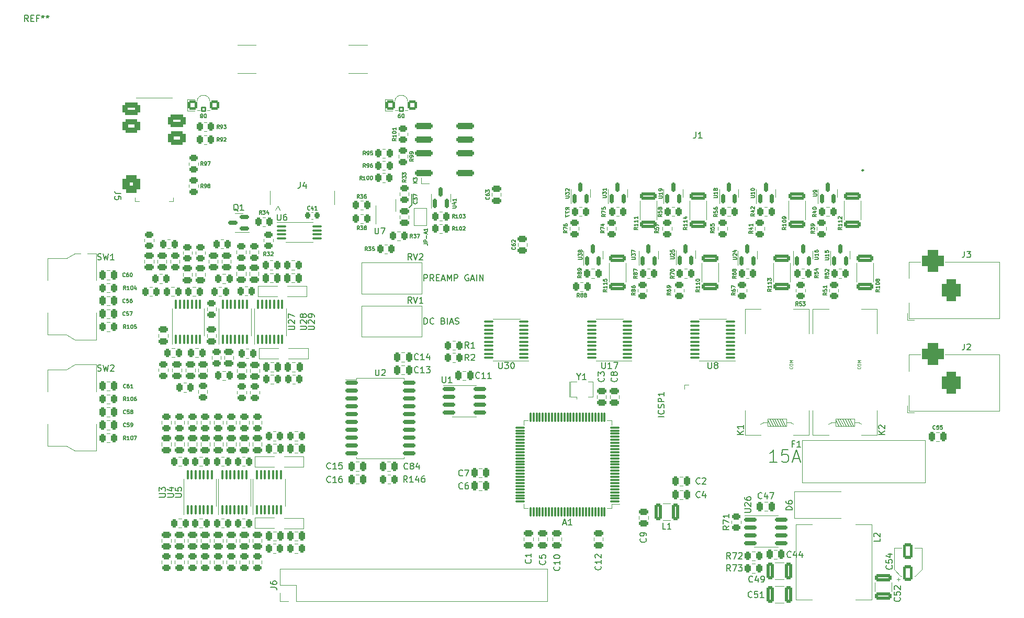
<source format=gto>
%TF.GenerationSoftware,KiCad,Pcbnew,(6.0.2)*%
%TF.CreationDate,2022-08-07T22:17:39-07:00*%
%TF.ProjectId,LightDrum,4c696768-7444-4727-956d-2e6b69636164,rev?*%
%TF.SameCoordinates,Original*%
%TF.FileFunction,Legend,Top*%
%TF.FilePolarity,Positive*%
%FSLAX46Y46*%
G04 Gerber Fmt 4.6, Leading zero omitted, Abs format (unit mm)*
G04 Created by KiCad (PCBNEW (6.0.2)) date 2022-08-07 22:17:39*
%MOMM*%
%LPD*%
G01*
G04 APERTURE LIST*
G04 Aperture macros list*
%AMRoundRect*
0 Rectangle with rounded corners*
0 $1 Rounding radius*
0 $2 $3 $4 $5 $6 $7 $8 $9 X,Y pos of 4 corners*
0 Add a 4 corners polygon primitive as box body*
4,1,4,$2,$3,$4,$5,$6,$7,$8,$9,$2,$3,0*
0 Add four circle primitives for the rounded corners*
1,1,$1+$1,$2,$3*
1,1,$1+$1,$4,$5*
1,1,$1+$1,$6,$7*
1,1,$1+$1,$8,$9*
0 Add four rect primitives between the rounded corners*
20,1,$1+$1,$2,$3,$4,$5,0*
20,1,$1+$1,$4,$5,$6,$7,0*
20,1,$1+$1,$6,$7,$8,$9,0*
20,1,$1+$1,$8,$9,$2,$3,0*%
%AMOutline4P*
0 Free polygon, 4 corners , with rotation*
0 The origin of the aperture is its center*
0 number of corners: always 4*
0 $1 to $8 corner X, Y*
0 $9 Rotation angle, in degrees counterclockwise*
0 create outline with 4 corners*
4,1,4,$1,$2,$3,$4,$5,$6,$7,$8,$1,$2,$9*%
%AMFreePoly0*
4,1,6,1.000000,0.000000,0.500000,-0.750000,-0.500000,-0.750000,-0.500000,0.750000,0.500000,0.750000,1.000000,0.000000,1.000000,0.000000,$1*%
%AMFreePoly1*
4,1,6,0.500000,-0.750000,-0.650000,-0.750000,-0.150000,0.000000,-0.650000,0.750000,0.500000,0.750000,0.500000,-0.750000,0.500000,-0.750000,$1*%
G04 Aperture macros list end*
%ADD10C,0.150000*%
%ADD11C,0.200000*%
%ADD12C,0.125000*%
%ADD13C,0.120000*%
%ADD14C,0.254000*%
%ADD15RoundRect,0.250000X-0.450000X0.262500X-0.450000X-0.262500X0.450000X-0.262500X0.450000X0.262500X0*%
%ADD16R,1.700000X1.700000*%
%ADD17O,1.700000X1.700000*%
%ADD18RoundRect,0.250000X-0.262500X-0.450000X0.262500X-0.450000X0.262500X0.450000X-0.262500X0.450000X0*%
%ADD19RoundRect,0.250000X-0.475000X0.250000X-0.475000X-0.250000X0.475000X-0.250000X0.475000X0.250000X0*%
%ADD20RoundRect,0.250000X-0.250000X-0.475000X0.250000X-0.475000X0.250000X0.475000X-0.250000X0.475000X0*%
%ADD21O,3.400000X3.100000*%
%ADD22C,1.820000*%
%ADD23RoundRect,0.250000X0.475000X-0.250000X0.475000X0.250000X-0.475000X0.250000X-0.475000X-0.250000X0*%
%ADD24RoundRect,0.250000X0.450000X-0.262500X0.450000X0.262500X-0.450000X0.262500X-0.450000X-0.262500X0*%
%ADD25RoundRect,0.250000X0.250000X0.475000X-0.250000X0.475000X-0.250000X-0.475000X0.250000X-0.475000X0*%
%ADD26RoundRect,0.250000X1.075000X-0.362500X1.075000X0.362500X-1.075000X0.362500X-1.075000X-0.362500X0*%
%ADD27RoundRect,0.250000X-0.325000X-1.100000X0.325000X-1.100000X0.325000X1.100000X-0.325000X1.100000X0*%
%ADD28R,5.600000X3.000000*%
%ADD29RoundRect,0.150000X-0.825000X-0.150000X0.825000X-0.150000X0.825000X0.150000X-0.825000X0.150000X0*%
%ADD30R,2.290000X3.000000*%
%ADD31C,2.600000*%
%ADD32RoundRect,0.250000X0.262500X0.450000X-0.262500X0.450000X-0.262500X-0.450000X0.262500X-0.450000X0*%
%ADD33RoundRect,0.150000X0.150000X-0.587500X0.150000X0.587500X-0.150000X0.587500X-0.150000X-0.587500X0*%
%ADD34C,0.990600*%
%ADD35C,2.374900*%
%ADD36C,0.787400*%
%ADD37RoundRect,0.100000X0.100000X-0.637500X0.100000X0.637500X-0.100000X0.637500X-0.100000X-0.637500X0*%
%ADD38RoundRect,0.250000X0.375000X1.075000X-0.375000X1.075000X-0.375000X-1.075000X0.375000X-1.075000X0*%
%ADD39RoundRect,0.150000X0.587500X0.150000X-0.587500X0.150000X-0.587500X-0.150000X0.587500X-0.150000X0*%
%ADD40RoundRect,0.250000X0.550000X-1.050000X0.550000X1.050000X-0.550000X1.050000X-0.550000X-1.050000X0*%
%ADD41C,2.300000*%
%ADD42RoundRect,0.100000X0.637500X0.100000X-0.637500X0.100000X-0.637500X-0.100000X0.637500X-0.100000X0*%
%ADD43RoundRect,0.075000X0.662500X0.075000X-0.662500X0.075000X-0.662500X-0.075000X0.662500X-0.075000X0*%
%ADD44RoundRect,0.075000X0.075000X0.662500X-0.075000X0.662500X-0.075000X-0.662500X0.075000X-0.662500X0*%
%ADD45R,1.000000X1.000000*%
%ADD46R,3.500000X3.500000*%
%ADD47RoundRect,0.750000X0.750000X1.000000X-0.750000X1.000000X-0.750000X-1.000000X0.750000X-1.000000X0*%
%ADD48RoundRect,0.875000X0.875000X0.875000X-0.875000X0.875000X-0.875000X-0.875000X0.875000X-0.875000X0*%
%ADD49C,2.100000*%
%ADD50RoundRect,0.250000X-1.100000X0.325000X-1.100000X-0.325000X1.100000X-0.325000X1.100000X0.325000X0*%
%ADD51R,0.450000X1.450000*%
%ADD52C,1.440000*%
%ADD53RoundRect,0.100000X-0.637500X-0.100000X0.637500X-0.100000X0.637500X0.100000X-0.637500X0.100000X0*%
%ADD54C,5.000000*%
%ADD55RoundRect,0.150000X-0.875000X-0.150000X0.875000X-0.150000X0.875000X0.150000X-0.875000X0.150000X0*%
%ADD56C,4.200000*%
%ADD57C,1.800000*%
%ADD58R,0.400000X1.900000*%
%ADD59FreePoly0,90.000000*%
%ADD60FreePoly1,90.000000*%
%ADD61RoundRect,0.225000X0.225000X0.250000X-0.225000X0.250000X-0.225000X-0.250000X0.225000X-0.250000X0*%
%ADD62RoundRect,0.250000X-1.180000X0.250000X-1.180000X-0.250000X1.180000X-0.250000X1.180000X0.250000X0*%
%ADD63RoundRect,0.250000X-1.200000X0.250000X-1.200000X-0.250000X1.200000X-0.250000X1.200000X0.250000X0*%
%ADD64RoundRect,0.225000X0.525000X-0.525000X0.525000X0.525000X-0.525000X0.525000X-0.525000X-0.525000X0*%
%ADD65RoundRect,0.135000X0.315000X-0.315000X0.315000X0.315000X-0.315000X0.315000X-0.315000X-0.315000X0*%
%ADD66Outline4P,-1.800000X-1.150000X1.800000X-0.550000X1.800000X0.550000X-1.800000X1.150000X0.000000*%
%ADD67Outline4P,-1.800000X-1.150000X1.800000X-0.550000X1.800000X0.550000X-1.800000X1.150000X180.000000*%
%ADD68RoundRect,0.440000X-0.960000X0.660000X-0.960000X-0.660000X0.960000X-0.660000X0.960000X0.660000X0*%
%ADD69RoundRect,0.400000X-1.000000X0.600000X-1.000000X-0.600000X1.000000X-0.600000X1.000000X0.600000X0*%
%ADD70RoundRect,0.560000X-0.840000X0.840000X-0.840000X-0.840000X0.840000X-0.840000X0.840000X0.840000X0*%
G04 APERTURE END LIST*
D10*
X92700000Y-49400000D02*
X92700000Y-51200000D01*
X92700000Y-51200000D02*
X92300000Y-51600000D01*
D11*
X151770000Y-92804761D02*
X150627142Y-92804761D01*
X151198571Y-92804761D02*
X151198571Y-90804761D01*
X151008095Y-91090476D01*
X150817619Y-91280952D01*
X150627142Y-91376190D01*
X153579523Y-90804761D02*
X152627142Y-90804761D01*
X152531904Y-91757142D01*
X152627142Y-91661904D01*
X152817619Y-91566666D01*
X153293809Y-91566666D01*
X153484285Y-91661904D01*
X153579523Y-91757142D01*
X153674761Y-91947619D01*
X153674761Y-92423809D01*
X153579523Y-92614285D01*
X153484285Y-92709523D01*
X153293809Y-92804761D01*
X152817619Y-92804761D01*
X152627142Y-92709523D01*
X152531904Y-92614285D01*
X154436666Y-92233333D02*
X155389047Y-92233333D01*
X154246190Y-92804761D02*
X154912857Y-90804761D01*
X155579523Y-92804761D01*
D10*
X94680595Y-70457380D02*
X94680595Y-69457380D01*
X94918690Y-69457380D01*
X95061547Y-69505000D01*
X95156785Y-69600238D01*
X95204404Y-69695476D01*
X95252023Y-69885952D01*
X95252023Y-70028809D01*
X95204404Y-70219285D01*
X95156785Y-70314523D01*
X95061547Y-70409761D01*
X94918690Y-70457380D01*
X94680595Y-70457380D01*
X96252023Y-70362142D02*
X96204404Y-70409761D01*
X96061547Y-70457380D01*
X95966309Y-70457380D01*
X95823452Y-70409761D01*
X95728214Y-70314523D01*
X95680595Y-70219285D01*
X95632976Y-70028809D01*
X95632976Y-69885952D01*
X95680595Y-69695476D01*
X95728214Y-69600238D01*
X95823452Y-69505000D01*
X95966309Y-69457380D01*
X96061547Y-69457380D01*
X96204404Y-69505000D01*
X96252023Y-69552619D01*
X97775833Y-69933571D02*
X97918690Y-69981190D01*
X97966309Y-70028809D01*
X98013928Y-70124047D01*
X98013928Y-70266904D01*
X97966309Y-70362142D01*
X97918690Y-70409761D01*
X97823452Y-70457380D01*
X97442500Y-70457380D01*
X97442500Y-69457380D01*
X97775833Y-69457380D01*
X97871071Y-69505000D01*
X97918690Y-69552619D01*
X97966309Y-69647857D01*
X97966309Y-69743095D01*
X97918690Y-69838333D01*
X97871071Y-69885952D01*
X97775833Y-69933571D01*
X97442500Y-69933571D01*
X98442500Y-70457380D02*
X98442500Y-69457380D01*
X98871071Y-70171666D02*
X99347261Y-70171666D01*
X98775833Y-70457380D02*
X99109166Y-69457380D01*
X99442500Y-70457380D01*
X99728214Y-70409761D02*
X99871071Y-70457380D01*
X100109166Y-70457380D01*
X100204404Y-70409761D01*
X100252023Y-70362142D01*
X100299642Y-70266904D01*
X100299642Y-70171666D01*
X100252023Y-70076428D01*
X100204404Y-70028809D01*
X100109166Y-69981190D01*
X99918690Y-69933571D01*
X99823452Y-69885952D01*
X99775833Y-69838333D01*
X99728214Y-69743095D01*
X99728214Y-69647857D01*
X99775833Y-69552619D01*
X99823452Y-69505000D01*
X99918690Y-69457380D01*
X100156785Y-69457380D01*
X100299642Y-69505000D01*
X94680595Y-63457380D02*
X94680595Y-62457380D01*
X95061547Y-62457380D01*
X95156785Y-62505000D01*
X95204404Y-62552619D01*
X95252023Y-62647857D01*
X95252023Y-62790714D01*
X95204404Y-62885952D01*
X95156785Y-62933571D01*
X95061547Y-62981190D01*
X94680595Y-62981190D01*
X96252023Y-63457380D02*
X95918690Y-62981190D01*
X95680595Y-63457380D02*
X95680595Y-62457380D01*
X96061547Y-62457380D01*
X96156785Y-62505000D01*
X96204404Y-62552619D01*
X96252023Y-62647857D01*
X96252023Y-62790714D01*
X96204404Y-62885952D01*
X96156785Y-62933571D01*
X96061547Y-62981190D01*
X95680595Y-62981190D01*
X96680595Y-62933571D02*
X97013928Y-62933571D01*
X97156785Y-63457380D02*
X96680595Y-63457380D01*
X96680595Y-62457380D01*
X97156785Y-62457380D01*
X97537738Y-63171666D02*
X98013928Y-63171666D01*
X97442500Y-63457380D02*
X97775833Y-62457380D01*
X98109166Y-63457380D01*
X98442500Y-63457380D02*
X98442500Y-62457380D01*
X98775833Y-63171666D01*
X99109166Y-62457380D01*
X99109166Y-63457380D01*
X99585357Y-63457380D02*
X99585357Y-62457380D01*
X99966309Y-62457380D01*
X100061547Y-62505000D01*
X100109166Y-62552619D01*
X100156785Y-62647857D01*
X100156785Y-62790714D01*
X100109166Y-62885952D01*
X100061547Y-62933571D01*
X99966309Y-62981190D01*
X99585357Y-62981190D01*
X101871071Y-62505000D02*
X101775833Y-62457380D01*
X101632976Y-62457380D01*
X101490119Y-62505000D01*
X101394880Y-62600238D01*
X101347261Y-62695476D01*
X101299642Y-62885952D01*
X101299642Y-63028809D01*
X101347261Y-63219285D01*
X101394880Y-63314523D01*
X101490119Y-63409761D01*
X101632976Y-63457380D01*
X101728214Y-63457380D01*
X101871071Y-63409761D01*
X101918690Y-63362142D01*
X101918690Y-63028809D01*
X101728214Y-63028809D01*
X102299642Y-63171666D02*
X102775833Y-63171666D01*
X102204404Y-63457380D02*
X102537738Y-62457380D01*
X102871071Y-63457380D01*
X103204404Y-63457380D02*
X103204404Y-62457380D01*
X103680595Y-63457380D02*
X103680595Y-62457380D01*
X104252023Y-63457380D01*
X104252023Y-62457380D01*
X91771428Y-47085714D02*
X91485714Y-47285714D01*
X91771428Y-47428571D02*
X91171428Y-47428571D01*
X91171428Y-47200000D01*
X91200000Y-47142857D01*
X91228571Y-47114285D01*
X91285714Y-47085714D01*
X91371428Y-47085714D01*
X91428571Y-47114285D01*
X91457142Y-47142857D01*
X91485714Y-47200000D01*
X91485714Y-47428571D01*
X91171428Y-46885714D02*
X91171428Y-46514285D01*
X91400000Y-46714285D01*
X91400000Y-46628571D01*
X91428571Y-46571428D01*
X91457142Y-46542857D01*
X91514285Y-46514285D01*
X91657142Y-46514285D01*
X91714285Y-46542857D01*
X91742857Y-46571428D01*
X91771428Y-46628571D01*
X91771428Y-46800000D01*
X91742857Y-46857142D01*
X91714285Y-46885714D01*
X91171428Y-46314285D02*
X91171428Y-45942857D01*
X91400000Y-46142857D01*
X91400000Y-46057142D01*
X91428571Y-46000000D01*
X91457142Y-45971428D01*
X91514285Y-45942857D01*
X91657142Y-45942857D01*
X91714285Y-45971428D01*
X91742857Y-46000000D01*
X91771428Y-46057142D01*
X91771428Y-46228571D01*
X91742857Y-46285714D01*
X91714285Y-46314285D01*
X69822380Y-113063333D02*
X70536666Y-113063333D01*
X70679523Y-113110952D01*
X70774761Y-113206190D01*
X70822380Y-113349047D01*
X70822380Y-113444285D01*
X69822380Y-112158571D02*
X69822380Y-112349047D01*
X69870000Y-112444285D01*
X69917619Y-112491904D01*
X70060476Y-112587142D01*
X70250952Y-112634761D01*
X70631904Y-112634761D01*
X70727142Y-112587142D01*
X70774761Y-112539523D01*
X70822380Y-112444285D01*
X70822380Y-112253809D01*
X70774761Y-112158571D01*
X70727142Y-112110952D01*
X70631904Y-112063333D01*
X70393809Y-112063333D01*
X70298571Y-112110952D01*
X70250952Y-112158571D01*
X70203333Y-112253809D01*
X70203333Y-112444285D01*
X70250952Y-112539523D01*
X70298571Y-112587142D01*
X70393809Y-112634761D01*
X68414285Y-52671428D02*
X68214285Y-52385714D01*
X68071428Y-52671428D02*
X68071428Y-52071428D01*
X68300000Y-52071428D01*
X68357142Y-52100000D01*
X68385714Y-52128571D01*
X68414285Y-52185714D01*
X68414285Y-52271428D01*
X68385714Y-52328571D01*
X68357142Y-52357142D01*
X68300000Y-52385714D01*
X68071428Y-52385714D01*
X68614285Y-52071428D02*
X68985714Y-52071428D01*
X68785714Y-52300000D01*
X68871428Y-52300000D01*
X68928571Y-52328571D01*
X68957142Y-52357142D01*
X68985714Y-52414285D01*
X68985714Y-52557142D01*
X68957142Y-52614285D01*
X68928571Y-52642857D01*
X68871428Y-52671428D01*
X68700000Y-52671428D01*
X68642857Y-52642857D01*
X68614285Y-52614285D01*
X69500000Y-52271428D02*
X69500000Y-52671428D01*
X69357142Y-52042857D02*
X69214285Y-52471428D01*
X69585714Y-52471428D01*
X118171428Y-51914285D02*
X117885714Y-51714285D01*
X118171428Y-51571428D02*
X117571428Y-51571428D01*
X117571428Y-51800000D01*
X117600000Y-51857142D01*
X117628571Y-51885714D01*
X117685714Y-51914285D01*
X117771428Y-51914285D01*
X117828571Y-51885714D01*
X117857142Y-51857142D01*
X117885714Y-51800000D01*
X117885714Y-51571428D01*
X117571428Y-52114285D02*
X117571428Y-52514285D01*
X118171428Y-52257142D01*
X117571428Y-52685714D02*
X117571428Y-53085714D01*
X118171428Y-52828571D01*
X46414285Y-80714285D02*
X46385714Y-80742857D01*
X46300000Y-80771428D01*
X46242857Y-80771428D01*
X46157142Y-80742857D01*
X46100000Y-80685714D01*
X46071428Y-80628571D01*
X46042857Y-80514285D01*
X46042857Y-80428571D01*
X46071428Y-80314285D01*
X46100000Y-80257142D01*
X46157142Y-80200000D01*
X46242857Y-80171428D01*
X46300000Y-80171428D01*
X46385714Y-80200000D01*
X46414285Y-80228571D01*
X46928571Y-80171428D02*
X46814285Y-80171428D01*
X46757142Y-80200000D01*
X46728571Y-80228571D01*
X46671428Y-80314285D01*
X46642857Y-80428571D01*
X46642857Y-80657142D01*
X46671428Y-80714285D01*
X46700000Y-80742857D01*
X46757142Y-80771428D01*
X46871428Y-80771428D01*
X46928571Y-80742857D01*
X46957142Y-80714285D01*
X46985714Y-80657142D01*
X46985714Y-80514285D01*
X46957142Y-80457142D01*
X46928571Y-80428571D01*
X46871428Y-80400000D01*
X46757142Y-80400000D01*
X46700000Y-80428571D01*
X46671428Y-80457142D01*
X46642857Y-80514285D01*
X47557142Y-80771428D02*
X47214285Y-80771428D01*
X47385714Y-80771428D02*
X47385714Y-80171428D01*
X47328571Y-80257142D01*
X47271428Y-80314285D01*
X47214285Y-80342857D01*
X41866666Y-78004761D02*
X42009523Y-78052380D01*
X42247619Y-78052380D01*
X42342857Y-78004761D01*
X42390476Y-77957142D01*
X42438095Y-77861904D01*
X42438095Y-77766666D01*
X42390476Y-77671428D01*
X42342857Y-77623809D01*
X42247619Y-77576190D01*
X42057142Y-77528571D01*
X41961904Y-77480952D01*
X41914285Y-77433333D01*
X41866666Y-77338095D01*
X41866666Y-77242857D01*
X41914285Y-77147619D01*
X41961904Y-77100000D01*
X42057142Y-77052380D01*
X42295238Y-77052380D01*
X42438095Y-77100000D01*
X42771428Y-77052380D02*
X43009523Y-78052380D01*
X43200000Y-77338095D01*
X43390476Y-78052380D01*
X43628571Y-77052380D01*
X43961904Y-77147619D02*
X44009523Y-77100000D01*
X44104761Y-77052380D01*
X44342857Y-77052380D01*
X44438095Y-77100000D01*
X44485714Y-77147619D01*
X44533333Y-77242857D01*
X44533333Y-77338095D01*
X44485714Y-77480952D01*
X43914285Y-78052380D01*
X44533333Y-78052380D01*
X123871428Y-55352714D02*
X123585714Y-55552714D01*
X123871428Y-55695571D02*
X123271428Y-55695571D01*
X123271428Y-55467000D01*
X123300000Y-55409857D01*
X123328571Y-55381285D01*
X123385714Y-55352714D01*
X123471428Y-55352714D01*
X123528571Y-55381285D01*
X123557142Y-55409857D01*
X123585714Y-55467000D01*
X123585714Y-55695571D01*
X123271428Y-55152714D02*
X123271428Y-54752714D01*
X123871428Y-55009857D01*
X123471428Y-54267000D02*
X123871428Y-54267000D01*
X123242857Y-54409857D02*
X123671428Y-54552714D01*
X123671428Y-54181285D01*
X85214285Y-45071428D02*
X85014285Y-44785714D01*
X84871428Y-45071428D02*
X84871428Y-44471428D01*
X85100000Y-44471428D01*
X85157142Y-44500000D01*
X85185714Y-44528571D01*
X85214285Y-44585714D01*
X85214285Y-44671428D01*
X85185714Y-44728571D01*
X85157142Y-44757142D01*
X85100000Y-44785714D01*
X84871428Y-44785714D01*
X85500000Y-45071428D02*
X85614285Y-45071428D01*
X85671428Y-45042857D01*
X85700000Y-45014285D01*
X85757142Y-44928571D01*
X85785714Y-44814285D01*
X85785714Y-44585714D01*
X85757142Y-44528571D01*
X85728571Y-44500000D01*
X85671428Y-44471428D01*
X85557142Y-44471428D01*
X85500000Y-44500000D01*
X85471428Y-44528571D01*
X85442857Y-44585714D01*
X85442857Y-44728571D01*
X85471428Y-44785714D01*
X85500000Y-44814285D01*
X85557142Y-44842857D01*
X85671428Y-44842857D01*
X85728571Y-44814285D01*
X85757142Y-44785714D01*
X85785714Y-44728571D01*
X86300000Y-44471428D02*
X86185714Y-44471428D01*
X86128571Y-44500000D01*
X86100000Y-44528571D01*
X86042857Y-44614285D01*
X86014285Y-44728571D01*
X86014285Y-44957142D01*
X86042857Y-45014285D01*
X86071428Y-45042857D01*
X86128571Y-45071428D01*
X86242857Y-45071428D01*
X86300000Y-45042857D01*
X86328571Y-45014285D01*
X86357142Y-44957142D01*
X86357142Y-44814285D01*
X86328571Y-44757142D01*
X86300000Y-44728571D01*
X86242857Y-44700000D01*
X86128571Y-44700000D01*
X86071428Y-44728571D01*
X86042857Y-44757142D01*
X86014285Y-44814285D01*
X61514285Y-38771428D02*
X61314285Y-38485714D01*
X61171428Y-38771428D02*
X61171428Y-38171428D01*
X61400000Y-38171428D01*
X61457142Y-38200000D01*
X61485714Y-38228571D01*
X61514285Y-38285714D01*
X61514285Y-38371428D01*
X61485714Y-38428571D01*
X61457142Y-38457142D01*
X61400000Y-38485714D01*
X61171428Y-38485714D01*
X61800000Y-38771428D02*
X61914285Y-38771428D01*
X61971428Y-38742857D01*
X62000000Y-38714285D01*
X62057142Y-38628571D01*
X62085714Y-38514285D01*
X62085714Y-38285714D01*
X62057142Y-38228571D01*
X62028571Y-38200000D01*
X61971428Y-38171428D01*
X61857142Y-38171428D01*
X61800000Y-38200000D01*
X61771428Y-38228571D01*
X61742857Y-38285714D01*
X61742857Y-38428571D01*
X61771428Y-38485714D01*
X61800000Y-38514285D01*
X61857142Y-38542857D01*
X61971428Y-38542857D01*
X62028571Y-38514285D01*
X62057142Y-38485714D01*
X62085714Y-38428571D01*
X62285714Y-38171428D02*
X62657142Y-38171428D01*
X62457142Y-38400000D01*
X62542857Y-38400000D01*
X62600000Y-38428571D01*
X62628571Y-38457142D01*
X62657142Y-38514285D01*
X62657142Y-38657142D01*
X62628571Y-38714285D01*
X62600000Y-38742857D01*
X62542857Y-38771428D01*
X62371428Y-38771428D01*
X62314285Y-38742857D01*
X62285714Y-38714285D01*
X79557142Y-93807142D02*
X79509523Y-93854761D01*
X79366666Y-93902380D01*
X79271428Y-93902380D01*
X79128571Y-93854761D01*
X79033333Y-93759523D01*
X78985714Y-93664285D01*
X78938095Y-93473809D01*
X78938095Y-93330952D01*
X78985714Y-93140476D01*
X79033333Y-93045238D01*
X79128571Y-92950000D01*
X79271428Y-92902380D01*
X79366666Y-92902380D01*
X79509523Y-92950000D01*
X79557142Y-92997619D01*
X80509523Y-93902380D02*
X79938095Y-93902380D01*
X80223809Y-93902380D02*
X80223809Y-92902380D01*
X80128571Y-93045238D01*
X80033333Y-93140476D01*
X79938095Y-93188095D01*
X81414285Y-92902380D02*
X80938095Y-92902380D01*
X80890476Y-93378571D01*
X80938095Y-93330952D01*
X81033333Y-93283333D01*
X81271428Y-93283333D01*
X81366666Y-93330952D01*
X81414285Y-93378571D01*
X81461904Y-93473809D01*
X81461904Y-93711904D01*
X81414285Y-93807142D01*
X81366666Y-93854761D01*
X81271428Y-93902380D01*
X81033333Y-93902380D01*
X80938095Y-93854761D01*
X80890476Y-93807142D01*
X137271428Y-54771428D02*
X136985714Y-54971428D01*
X137271428Y-55114285D02*
X136671428Y-55114285D01*
X136671428Y-54885714D01*
X136700000Y-54828571D01*
X136728571Y-54800000D01*
X136785714Y-54771428D01*
X136871428Y-54771428D01*
X136928571Y-54800000D01*
X136957142Y-54828571D01*
X136985714Y-54885714D01*
X136985714Y-55114285D01*
X137271428Y-54200000D02*
X137271428Y-54542857D01*
X137271428Y-54371428D02*
X136671428Y-54371428D01*
X136757142Y-54428571D01*
X136814285Y-54485714D01*
X136842857Y-54542857D01*
X137271428Y-53628571D02*
X137271428Y-53971428D01*
X137271428Y-53800000D02*
X136671428Y-53800000D01*
X136757142Y-53857142D01*
X136814285Y-53914285D01*
X136842857Y-53971428D01*
X136871428Y-53114285D02*
X137271428Y-53114285D01*
X136642857Y-53257142D02*
X137071428Y-53400000D01*
X137071428Y-53028571D01*
X147857142Y-112157142D02*
X147809523Y-112204761D01*
X147666666Y-112252380D01*
X147571428Y-112252380D01*
X147428571Y-112204761D01*
X147333333Y-112109523D01*
X147285714Y-112014285D01*
X147238095Y-111823809D01*
X147238095Y-111680952D01*
X147285714Y-111490476D01*
X147333333Y-111395238D01*
X147428571Y-111300000D01*
X147571428Y-111252380D01*
X147666666Y-111252380D01*
X147809523Y-111300000D01*
X147857142Y-111347619D01*
X148714285Y-111585714D02*
X148714285Y-112252380D01*
X148476190Y-111204761D02*
X148238095Y-111919047D01*
X148857142Y-111919047D01*
X149285714Y-112252380D02*
X149476190Y-112252380D01*
X149571428Y-112204761D01*
X149619047Y-112157142D01*
X149714285Y-112014285D01*
X149761904Y-111823809D01*
X149761904Y-111442857D01*
X149714285Y-111347619D01*
X149666666Y-111300000D01*
X149571428Y-111252380D01*
X149380952Y-111252380D01*
X149285714Y-111300000D01*
X149238095Y-111347619D01*
X149190476Y-111442857D01*
X149190476Y-111680952D01*
X149238095Y-111776190D01*
X149285714Y-111823809D01*
X149380952Y-111871428D01*
X149571428Y-111871428D01*
X149666666Y-111823809D01*
X149714285Y-111776190D01*
X149761904Y-111680952D01*
X162271428Y-54771428D02*
X161985714Y-54971428D01*
X162271428Y-55114285D02*
X161671428Y-55114285D01*
X161671428Y-54885714D01*
X161700000Y-54828571D01*
X161728571Y-54800000D01*
X161785714Y-54771428D01*
X161871428Y-54771428D01*
X161928571Y-54800000D01*
X161957142Y-54828571D01*
X161985714Y-54885714D01*
X161985714Y-55114285D01*
X162271428Y-54200000D02*
X162271428Y-54542857D01*
X162271428Y-54371428D02*
X161671428Y-54371428D01*
X161757142Y-54428571D01*
X161814285Y-54485714D01*
X161842857Y-54542857D01*
X162271428Y-53628571D02*
X162271428Y-53971428D01*
X162271428Y-53800000D02*
X161671428Y-53800000D01*
X161757142Y-53857142D01*
X161814285Y-53914285D01*
X161842857Y-53971428D01*
X161728571Y-53400000D02*
X161700000Y-53371428D01*
X161671428Y-53314285D01*
X161671428Y-53171428D01*
X161700000Y-53114285D01*
X161728571Y-53085714D01*
X161785714Y-53057142D01*
X161842857Y-53057142D01*
X161928571Y-53085714D01*
X162271428Y-53428571D01*
X162271428Y-53057142D01*
X128871428Y-65385714D02*
X128585714Y-65585714D01*
X128871428Y-65728571D02*
X128271428Y-65728571D01*
X128271428Y-65500000D01*
X128300000Y-65442857D01*
X128328571Y-65414285D01*
X128385714Y-65385714D01*
X128471428Y-65385714D01*
X128528571Y-65414285D01*
X128557142Y-65442857D01*
X128585714Y-65500000D01*
X128585714Y-65728571D01*
X128528571Y-65042857D02*
X128500000Y-65100000D01*
X128471428Y-65128571D01*
X128414285Y-65157142D01*
X128385714Y-65157142D01*
X128328571Y-65128571D01*
X128300000Y-65100000D01*
X128271428Y-65042857D01*
X128271428Y-64928571D01*
X128300000Y-64871428D01*
X128328571Y-64842857D01*
X128385714Y-64814285D01*
X128414285Y-64814285D01*
X128471428Y-64842857D01*
X128500000Y-64871428D01*
X128528571Y-64928571D01*
X128528571Y-65042857D01*
X128557142Y-65100000D01*
X128585714Y-65128571D01*
X128642857Y-65157142D01*
X128757142Y-65157142D01*
X128814285Y-65128571D01*
X128842857Y-65100000D01*
X128871428Y-65042857D01*
X128871428Y-64928571D01*
X128842857Y-64871428D01*
X128814285Y-64842857D01*
X128757142Y-64814285D01*
X128642857Y-64814285D01*
X128585714Y-64842857D01*
X128557142Y-64871428D01*
X128528571Y-64928571D01*
X128271428Y-64300000D02*
X128271428Y-64414285D01*
X128300000Y-64471428D01*
X128328571Y-64500000D01*
X128414285Y-64557142D01*
X128528571Y-64585714D01*
X128757142Y-64585714D01*
X128814285Y-64557142D01*
X128842857Y-64528571D01*
X128871428Y-64471428D01*
X128871428Y-64357142D01*
X128842857Y-64300000D01*
X128814285Y-64271428D01*
X128757142Y-64242857D01*
X128614285Y-64242857D01*
X128557142Y-64271428D01*
X128528571Y-64300000D01*
X128500000Y-64357142D01*
X128500000Y-64471428D01*
X128528571Y-64528571D01*
X128557142Y-64557142D01*
X128614285Y-64585714D01*
X141630428Y-55352714D02*
X141344714Y-55552714D01*
X141630428Y-55695571D02*
X141030428Y-55695571D01*
X141030428Y-55467000D01*
X141059000Y-55409857D01*
X141087571Y-55381285D01*
X141144714Y-55352714D01*
X141230428Y-55352714D01*
X141287571Y-55381285D01*
X141316142Y-55409857D01*
X141344714Y-55467000D01*
X141344714Y-55695571D01*
X141030428Y-54809857D02*
X141030428Y-55095571D01*
X141316142Y-55124142D01*
X141287571Y-55095571D01*
X141259000Y-55038428D01*
X141259000Y-54895571D01*
X141287571Y-54838428D01*
X141316142Y-54809857D01*
X141373285Y-54781285D01*
X141516142Y-54781285D01*
X141573285Y-54809857D01*
X141601857Y-54838428D01*
X141630428Y-54895571D01*
X141630428Y-55038428D01*
X141601857Y-55095571D01*
X141573285Y-55124142D01*
X141030428Y-54238428D02*
X141030428Y-54524142D01*
X141316142Y-54552714D01*
X141287571Y-54524142D01*
X141259000Y-54467000D01*
X141259000Y-54324142D01*
X141287571Y-54267000D01*
X141316142Y-54238428D01*
X141373285Y-54209857D01*
X141516142Y-54209857D01*
X141573285Y-54238428D01*
X141601857Y-54267000D01*
X141630428Y-54324142D01*
X141630428Y-54467000D01*
X141601857Y-54524142D01*
X141573285Y-54552714D01*
X145071428Y-65385714D02*
X144785714Y-65585714D01*
X145071428Y-65728571D02*
X144471428Y-65728571D01*
X144471428Y-65500000D01*
X144500000Y-65442857D01*
X144528571Y-65414285D01*
X144585714Y-65385714D01*
X144671428Y-65385714D01*
X144728571Y-65414285D01*
X144757142Y-65442857D01*
X144785714Y-65500000D01*
X144785714Y-65728571D01*
X144471428Y-64871428D02*
X144471428Y-64985714D01*
X144500000Y-65042857D01*
X144528571Y-65071428D01*
X144614285Y-65128571D01*
X144728571Y-65157142D01*
X144957142Y-65157142D01*
X145014285Y-65128571D01*
X145042857Y-65100000D01*
X145071428Y-65042857D01*
X145071428Y-64928571D01*
X145042857Y-64871428D01*
X145014285Y-64842857D01*
X144957142Y-64814285D01*
X144814285Y-64814285D01*
X144757142Y-64842857D01*
X144728571Y-64871428D01*
X144700000Y-64928571D01*
X144700000Y-65042857D01*
X144728571Y-65100000D01*
X144757142Y-65128571D01*
X144814285Y-65157142D01*
X144471428Y-64614285D02*
X144471428Y-64214285D01*
X145071428Y-64471428D01*
X168452380Y-105166666D02*
X168452380Y-105642857D01*
X167452380Y-105642857D01*
X167547619Y-104880952D02*
X167500000Y-104833333D01*
X167452380Y-104738095D01*
X167452380Y-104500000D01*
X167500000Y-104404761D01*
X167547619Y-104357142D01*
X167642857Y-104309523D01*
X167738095Y-104309523D01*
X167880952Y-104357142D01*
X168452380Y-104928571D01*
X168452380Y-104309523D01*
X146552380Y-100938095D02*
X147361904Y-100938095D01*
X147457142Y-100890476D01*
X147504761Y-100842857D01*
X147552380Y-100747619D01*
X147552380Y-100557142D01*
X147504761Y-100461904D01*
X147457142Y-100414285D01*
X147361904Y-100366666D01*
X146552380Y-100366666D01*
X146647619Y-99938095D02*
X146600000Y-99890476D01*
X146552380Y-99795238D01*
X146552380Y-99557142D01*
X146600000Y-99461904D01*
X146647619Y-99414285D01*
X146742857Y-99366666D01*
X146838095Y-99366666D01*
X146980952Y-99414285D01*
X147552380Y-99985714D01*
X147552380Y-99366666D01*
X146552380Y-98509523D02*
X146552380Y-98700000D01*
X146600000Y-98795238D01*
X146647619Y-98842857D01*
X146790476Y-98938095D01*
X146980952Y-98985714D01*
X147361904Y-98985714D01*
X147457142Y-98938095D01*
X147504761Y-98890476D01*
X147552380Y-98795238D01*
X147552380Y-98604761D01*
X147504761Y-98509523D01*
X147457142Y-98461904D01*
X147361904Y-98414285D01*
X147123809Y-98414285D01*
X147028571Y-98461904D01*
X146980952Y-98509523D01*
X146933333Y-98604761D01*
X146933333Y-98795238D01*
X146980952Y-98890476D01*
X147028571Y-98938095D01*
X147123809Y-98985714D01*
X58914285Y-44771428D02*
X58714285Y-44485714D01*
X58571428Y-44771428D02*
X58571428Y-44171428D01*
X58800000Y-44171428D01*
X58857142Y-44200000D01*
X58885714Y-44228571D01*
X58914285Y-44285714D01*
X58914285Y-44371428D01*
X58885714Y-44428571D01*
X58857142Y-44457142D01*
X58800000Y-44485714D01*
X58571428Y-44485714D01*
X59200000Y-44771428D02*
X59314285Y-44771428D01*
X59371428Y-44742857D01*
X59400000Y-44714285D01*
X59457142Y-44628571D01*
X59485714Y-44514285D01*
X59485714Y-44285714D01*
X59457142Y-44228571D01*
X59428571Y-44200000D01*
X59371428Y-44171428D01*
X59257142Y-44171428D01*
X59200000Y-44200000D01*
X59171428Y-44228571D01*
X59142857Y-44285714D01*
X59142857Y-44428571D01*
X59171428Y-44485714D01*
X59200000Y-44514285D01*
X59257142Y-44542857D01*
X59371428Y-44542857D01*
X59428571Y-44514285D01*
X59457142Y-44485714D01*
X59485714Y-44428571D01*
X59685714Y-44171428D02*
X60085714Y-44171428D01*
X59828571Y-44771428D01*
X101933333Y-76352380D02*
X101600000Y-75876190D01*
X101361904Y-76352380D02*
X101361904Y-75352380D01*
X101742857Y-75352380D01*
X101838095Y-75400000D01*
X101885714Y-75447619D01*
X101933333Y-75542857D01*
X101933333Y-75685714D01*
X101885714Y-75780952D01*
X101838095Y-75828571D01*
X101742857Y-75876190D01*
X101361904Y-75876190D01*
X102314285Y-75447619D02*
X102361904Y-75400000D01*
X102457142Y-75352380D01*
X102695238Y-75352380D01*
X102790476Y-75400000D01*
X102838095Y-75447619D01*
X102885714Y-75542857D01*
X102885714Y-75638095D01*
X102838095Y-75780952D01*
X102266666Y-76352380D01*
X102885714Y-76352380D01*
X154566666Y-89828571D02*
X154233333Y-89828571D01*
X154233333Y-90352380D02*
X154233333Y-89352380D01*
X154709523Y-89352380D01*
X155614285Y-90352380D02*
X155042857Y-90352380D01*
X155328571Y-90352380D02*
X155328571Y-89352380D01*
X155233333Y-89495238D01*
X155138095Y-89590476D01*
X155042857Y-89638095D01*
X141571428Y-49989857D02*
X142057142Y-49989857D01*
X142114285Y-49961285D01*
X142142857Y-49932714D01*
X142171428Y-49875571D01*
X142171428Y-49761285D01*
X142142857Y-49704142D01*
X142114285Y-49675571D01*
X142057142Y-49647000D01*
X141571428Y-49647000D01*
X142171428Y-49047000D02*
X142171428Y-49389857D01*
X142171428Y-49218428D02*
X141571428Y-49218428D01*
X141657142Y-49275571D01*
X141714285Y-49332714D01*
X141742857Y-49389857D01*
X141828571Y-48704142D02*
X141800000Y-48761285D01*
X141771428Y-48789857D01*
X141714285Y-48818428D01*
X141685714Y-48818428D01*
X141628571Y-48789857D01*
X141600000Y-48761285D01*
X141571428Y-48704142D01*
X141571428Y-48589857D01*
X141600000Y-48532714D01*
X141628571Y-48504142D01*
X141685714Y-48475571D01*
X141714285Y-48475571D01*
X141771428Y-48504142D01*
X141800000Y-48532714D01*
X141828571Y-48589857D01*
X141828571Y-48704142D01*
X141857142Y-48761285D01*
X141885714Y-48789857D01*
X141942857Y-48818428D01*
X142057142Y-48818428D01*
X142114285Y-48789857D01*
X142142857Y-48761285D01*
X142171428Y-48704142D01*
X142171428Y-48589857D01*
X142142857Y-48532714D01*
X142114285Y-48504142D01*
X142057142Y-48475571D01*
X141942857Y-48475571D01*
X141885714Y-48504142D01*
X141857142Y-48532714D01*
X141828571Y-48589857D01*
X130557142Y-105166666D02*
X130604761Y-105214285D01*
X130652380Y-105357142D01*
X130652380Y-105452380D01*
X130604761Y-105595238D01*
X130509523Y-105690476D01*
X130414285Y-105738095D01*
X130223809Y-105785714D01*
X130080952Y-105785714D01*
X129890476Y-105738095D01*
X129795238Y-105690476D01*
X129700000Y-105595238D01*
X129652380Y-105452380D01*
X129652380Y-105357142D01*
X129700000Y-105214285D01*
X129747619Y-105166666D01*
X130652380Y-104690476D02*
X130652380Y-104500000D01*
X130604761Y-104404761D01*
X130557142Y-104357142D01*
X130414285Y-104261904D01*
X130223809Y-104214285D01*
X129842857Y-104214285D01*
X129747619Y-104261904D01*
X129700000Y-104309523D01*
X129652380Y-104404761D01*
X129652380Y-104595238D01*
X129700000Y-104690476D01*
X129747619Y-104738095D01*
X129842857Y-104785714D01*
X130080952Y-104785714D01*
X130176190Y-104738095D01*
X130223809Y-104690476D01*
X130271428Y-104595238D01*
X130271428Y-104404761D01*
X130223809Y-104309523D01*
X130176190Y-104261904D01*
X130080952Y-104214285D01*
X133552380Y-85452380D02*
X132552380Y-85452380D01*
X133457142Y-84404761D02*
X133504761Y-84452380D01*
X133552380Y-84595238D01*
X133552380Y-84690476D01*
X133504761Y-84833333D01*
X133409523Y-84928571D01*
X133314285Y-84976190D01*
X133123809Y-85023809D01*
X132980952Y-85023809D01*
X132790476Y-84976190D01*
X132695238Y-84928571D01*
X132600000Y-84833333D01*
X132552380Y-84690476D01*
X132552380Y-84595238D01*
X132600000Y-84452380D01*
X132647619Y-84404761D01*
X133504761Y-84023809D02*
X133552380Y-83880952D01*
X133552380Y-83642857D01*
X133504761Y-83547619D01*
X133457142Y-83500000D01*
X133361904Y-83452380D01*
X133266666Y-83452380D01*
X133171428Y-83500000D01*
X133123809Y-83547619D01*
X133076190Y-83642857D01*
X133028571Y-83833333D01*
X132980952Y-83928571D01*
X132933333Y-83976190D01*
X132838095Y-84023809D01*
X132742857Y-84023809D01*
X132647619Y-83976190D01*
X132600000Y-83928571D01*
X132552380Y-83833333D01*
X132552380Y-83595238D01*
X132600000Y-83452380D01*
X133552380Y-83023809D02*
X132552380Y-83023809D01*
X132552380Y-82642857D01*
X132600000Y-82547619D01*
X132647619Y-82500000D01*
X132742857Y-82452380D01*
X132885714Y-82452380D01*
X132980952Y-82500000D01*
X133028571Y-82547619D01*
X133076190Y-82642857D01*
X133076190Y-83023809D01*
X133552380Y-81500000D02*
X133552380Y-82071428D01*
X133552380Y-81785714D02*
X132552380Y-81785714D01*
X132695238Y-81880952D01*
X132790476Y-81976190D01*
X132838095Y-82071428D01*
X72752380Y-71338095D02*
X73561904Y-71338095D01*
X73657142Y-71290476D01*
X73704761Y-71242857D01*
X73752380Y-71147619D01*
X73752380Y-70957142D01*
X73704761Y-70861904D01*
X73657142Y-70814285D01*
X73561904Y-70766666D01*
X72752380Y-70766666D01*
X72847619Y-70338095D02*
X72800000Y-70290476D01*
X72752380Y-70195238D01*
X72752380Y-69957142D01*
X72800000Y-69861904D01*
X72847619Y-69814285D01*
X72942857Y-69766666D01*
X73038095Y-69766666D01*
X73180952Y-69814285D01*
X73752380Y-70385714D01*
X73752380Y-69766666D01*
X72752380Y-69433333D02*
X72752380Y-68766666D01*
X73752380Y-69195238D01*
X46428571Y-71171428D02*
X46228571Y-70885714D01*
X46085714Y-71171428D02*
X46085714Y-70571428D01*
X46314285Y-70571428D01*
X46371428Y-70600000D01*
X46400000Y-70628571D01*
X46428571Y-70685714D01*
X46428571Y-70771428D01*
X46400000Y-70828571D01*
X46371428Y-70857142D01*
X46314285Y-70885714D01*
X46085714Y-70885714D01*
X47000000Y-71171428D02*
X46657142Y-71171428D01*
X46828571Y-71171428D02*
X46828571Y-70571428D01*
X46771428Y-70657142D01*
X46714285Y-70714285D01*
X46657142Y-70742857D01*
X47371428Y-70571428D02*
X47428571Y-70571428D01*
X47485714Y-70600000D01*
X47514285Y-70628571D01*
X47542857Y-70685714D01*
X47571428Y-70800000D01*
X47571428Y-70942857D01*
X47542857Y-71057142D01*
X47514285Y-71114285D01*
X47485714Y-71142857D01*
X47428571Y-71171428D01*
X47371428Y-71171428D01*
X47314285Y-71142857D01*
X47285714Y-71114285D01*
X47257142Y-71057142D01*
X47228571Y-70942857D01*
X47228571Y-70800000D01*
X47257142Y-70685714D01*
X47285714Y-70628571D01*
X47314285Y-70600000D01*
X47371428Y-70571428D01*
X48114285Y-70571428D02*
X47828571Y-70571428D01*
X47800000Y-70857142D01*
X47828571Y-70828571D01*
X47885714Y-70800000D01*
X48028571Y-70800000D01*
X48085714Y-70828571D01*
X48114285Y-70857142D01*
X48142857Y-70914285D01*
X48142857Y-71057142D01*
X48114285Y-71114285D01*
X48085714Y-71142857D01*
X48028571Y-71171428D01*
X47885714Y-71171428D01*
X47828571Y-71142857D01*
X47800000Y-71114285D01*
X46428571Y-82871428D02*
X46228571Y-82585714D01*
X46085714Y-82871428D02*
X46085714Y-82271428D01*
X46314285Y-82271428D01*
X46371428Y-82300000D01*
X46400000Y-82328571D01*
X46428571Y-82385714D01*
X46428571Y-82471428D01*
X46400000Y-82528571D01*
X46371428Y-82557142D01*
X46314285Y-82585714D01*
X46085714Y-82585714D01*
X47000000Y-82871428D02*
X46657142Y-82871428D01*
X46828571Y-82871428D02*
X46828571Y-82271428D01*
X46771428Y-82357142D01*
X46714285Y-82414285D01*
X46657142Y-82442857D01*
X47371428Y-82271428D02*
X47428571Y-82271428D01*
X47485714Y-82300000D01*
X47514285Y-82328571D01*
X47542857Y-82385714D01*
X47571428Y-82500000D01*
X47571428Y-82642857D01*
X47542857Y-82757142D01*
X47514285Y-82814285D01*
X47485714Y-82842857D01*
X47428571Y-82871428D01*
X47371428Y-82871428D01*
X47314285Y-82842857D01*
X47285714Y-82814285D01*
X47257142Y-82757142D01*
X47228571Y-82642857D01*
X47228571Y-82500000D01*
X47257142Y-82385714D01*
X47285714Y-82328571D01*
X47314285Y-82300000D01*
X47371428Y-82271428D01*
X48085714Y-82271428D02*
X47971428Y-82271428D01*
X47914285Y-82300000D01*
X47885714Y-82328571D01*
X47828571Y-82414285D01*
X47800000Y-82528571D01*
X47800000Y-82757142D01*
X47828571Y-82814285D01*
X47857142Y-82842857D01*
X47914285Y-82871428D01*
X48028571Y-82871428D01*
X48085714Y-82842857D01*
X48114285Y-82814285D01*
X48142857Y-82757142D01*
X48142857Y-82614285D01*
X48114285Y-82557142D01*
X48085714Y-82528571D01*
X48028571Y-82500000D01*
X47914285Y-82500000D01*
X47857142Y-82528571D01*
X47828571Y-82557142D01*
X47800000Y-82614285D01*
X133783333Y-103652380D02*
X133307142Y-103652380D01*
X133307142Y-102652380D01*
X134640476Y-103652380D02*
X134069047Y-103652380D01*
X134354761Y-103652380D02*
X134354761Y-102652380D01*
X134259523Y-102795238D01*
X134164285Y-102890476D01*
X134069047Y-102938095D01*
X155214285Y-67471428D02*
X155014285Y-67185714D01*
X154871428Y-67471428D02*
X154871428Y-66871428D01*
X155100000Y-66871428D01*
X155157142Y-66900000D01*
X155185714Y-66928571D01*
X155214285Y-66985714D01*
X155214285Y-67071428D01*
X155185714Y-67128571D01*
X155157142Y-67157142D01*
X155100000Y-67185714D01*
X154871428Y-67185714D01*
X155757142Y-66871428D02*
X155471428Y-66871428D01*
X155442857Y-67157142D01*
X155471428Y-67128571D01*
X155528571Y-67100000D01*
X155671428Y-67100000D01*
X155728571Y-67128571D01*
X155757142Y-67157142D01*
X155785714Y-67214285D01*
X155785714Y-67357142D01*
X155757142Y-67414285D01*
X155728571Y-67442857D01*
X155671428Y-67471428D01*
X155528571Y-67471428D01*
X155471428Y-67442857D01*
X155442857Y-67414285D01*
X155985714Y-66871428D02*
X156357142Y-66871428D01*
X156157142Y-67100000D01*
X156242857Y-67100000D01*
X156300000Y-67128571D01*
X156328571Y-67157142D01*
X156357142Y-67214285D01*
X156357142Y-67357142D01*
X156328571Y-67414285D01*
X156300000Y-67442857D01*
X156242857Y-67471428D01*
X156071428Y-67471428D01*
X156014285Y-67442857D01*
X155985714Y-67414285D01*
X30666666Y-21452380D02*
X30333333Y-20976190D01*
X30095238Y-21452380D02*
X30095238Y-20452380D01*
X30476190Y-20452380D01*
X30571428Y-20500000D01*
X30619047Y-20547619D01*
X30666666Y-20642857D01*
X30666666Y-20785714D01*
X30619047Y-20880952D01*
X30571428Y-20928571D01*
X30476190Y-20976190D01*
X30095238Y-20976190D01*
X31095238Y-20928571D02*
X31428571Y-20928571D01*
X31571428Y-21452380D02*
X31095238Y-21452380D01*
X31095238Y-20452380D01*
X31571428Y-20452380D01*
X32333333Y-20928571D02*
X32000000Y-20928571D01*
X32000000Y-21452380D02*
X32000000Y-20452380D01*
X32476190Y-20452380D01*
X33000000Y-20452380D02*
X33000000Y-20690476D01*
X32761904Y-20595238D02*
X33000000Y-20690476D01*
X33238095Y-20595238D01*
X32857142Y-20880952D02*
X33000000Y-20690476D01*
X33142857Y-20880952D01*
X33761904Y-20452380D02*
X33761904Y-20690476D01*
X33523809Y-20595238D02*
X33761904Y-20690476D01*
X34000000Y-20595238D01*
X33619047Y-20880952D02*
X33761904Y-20690476D01*
X33904761Y-20880952D01*
X64604761Y-52147619D02*
X64509523Y-52100000D01*
X64414285Y-52004761D01*
X64271428Y-51861904D01*
X64176190Y-51814285D01*
X64080952Y-51814285D01*
X64128571Y-52052380D02*
X64033333Y-52004761D01*
X63938095Y-51909523D01*
X63890476Y-51719047D01*
X63890476Y-51385714D01*
X63938095Y-51195238D01*
X64033333Y-51100000D01*
X64128571Y-51052380D01*
X64319047Y-51052380D01*
X64414285Y-51100000D01*
X64509523Y-51195238D01*
X64557142Y-51385714D01*
X64557142Y-51719047D01*
X64509523Y-51909523D01*
X64414285Y-52004761D01*
X64319047Y-52052380D01*
X64128571Y-52052380D01*
X65509523Y-52052380D02*
X64938095Y-52052380D01*
X65223809Y-52052380D02*
X65223809Y-51052380D01*
X65128571Y-51195238D01*
X65033333Y-51290476D01*
X64938095Y-51338095D01*
X159871428Y-65385714D02*
X159585714Y-65585714D01*
X159871428Y-65728571D02*
X159271428Y-65728571D01*
X159271428Y-65500000D01*
X159300000Y-65442857D01*
X159328571Y-65414285D01*
X159385714Y-65385714D01*
X159471428Y-65385714D01*
X159528571Y-65414285D01*
X159557142Y-65442857D01*
X159585714Y-65500000D01*
X159585714Y-65728571D01*
X159271428Y-64842857D02*
X159271428Y-65128571D01*
X159557142Y-65157142D01*
X159528571Y-65128571D01*
X159500000Y-65071428D01*
X159500000Y-64928571D01*
X159528571Y-64871428D01*
X159557142Y-64842857D01*
X159614285Y-64814285D01*
X159757142Y-64814285D01*
X159814285Y-64842857D01*
X159842857Y-64871428D01*
X159871428Y-64928571D01*
X159871428Y-65071428D01*
X159842857Y-65128571D01*
X159814285Y-65157142D01*
X159871428Y-64242857D02*
X159871428Y-64585714D01*
X159871428Y-64414285D02*
X159271428Y-64414285D01*
X159357142Y-64471428D01*
X159414285Y-64528571D01*
X159442857Y-64585714D01*
X170357142Y-109542857D02*
X170404761Y-109590476D01*
X170452380Y-109733333D01*
X170452380Y-109828571D01*
X170404761Y-109971428D01*
X170309523Y-110066666D01*
X170214285Y-110114285D01*
X170023809Y-110161904D01*
X169880952Y-110161904D01*
X169690476Y-110114285D01*
X169595238Y-110066666D01*
X169500000Y-109971428D01*
X169452380Y-109828571D01*
X169452380Y-109733333D01*
X169500000Y-109590476D01*
X169547619Y-109542857D01*
X169452380Y-108638095D02*
X169452380Y-109114285D01*
X169928571Y-109161904D01*
X169880952Y-109114285D01*
X169833333Y-109019047D01*
X169833333Y-108780952D01*
X169880952Y-108685714D01*
X169928571Y-108638095D01*
X170023809Y-108590476D01*
X170261904Y-108590476D01*
X170357142Y-108638095D01*
X170404761Y-108685714D01*
X170452380Y-108780952D01*
X170452380Y-109019047D01*
X170404761Y-109114285D01*
X170357142Y-109161904D01*
X169785714Y-107733333D02*
X170452380Y-107733333D01*
X169404761Y-107971428D02*
X170119047Y-108209523D01*
X170119047Y-107590476D01*
X158171428Y-52685714D02*
X157885714Y-52885714D01*
X158171428Y-53028571D02*
X157571428Y-53028571D01*
X157571428Y-52800000D01*
X157600000Y-52742857D01*
X157628571Y-52714285D01*
X157685714Y-52685714D01*
X157771428Y-52685714D01*
X157828571Y-52714285D01*
X157857142Y-52742857D01*
X157885714Y-52800000D01*
X157885714Y-53028571D01*
X157771428Y-52171428D02*
X158171428Y-52171428D01*
X157542857Y-52314285D02*
X157971428Y-52457142D01*
X157971428Y-52085714D01*
X157571428Y-51742857D02*
X157571428Y-51685714D01*
X157600000Y-51628571D01*
X157628571Y-51600000D01*
X157685714Y-51571428D01*
X157800000Y-51542857D01*
X157942857Y-51542857D01*
X158057142Y-51571428D01*
X158114285Y-51600000D01*
X158142857Y-51628571D01*
X158171428Y-51685714D01*
X158171428Y-51742857D01*
X158142857Y-51800000D01*
X158114285Y-51828571D01*
X158057142Y-51857142D01*
X157942857Y-51885714D01*
X157800000Y-51885714D01*
X157685714Y-51857142D01*
X157628571Y-51828571D01*
X157600000Y-51800000D01*
X157571428Y-51742857D01*
X91980952Y-96052380D02*
X91647619Y-95576190D01*
X91409523Y-96052380D02*
X91409523Y-95052380D01*
X91790476Y-95052380D01*
X91885714Y-95100000D01*
X91933333Y-95147619D01*
X91980952Y-95242857D01*
X91980952Y-95385714D01*
X91933333Y-95480952D01*
X91885714Y-95528571D01*
X91790476Y-95576190D01*
X91409523Y-95576190D01*
X92933333Y-96052380D02*
X92361904Y-96052380D01*
X92647619Y-96052380D02*
X92647619Y-95052380D01*
X92552380Y-95195238D01*
X92457142Y-95290476D01*
X92361904Y-95338095D01*
X93790476Y-95385714D02*
X93790476Y-96052380D01*
X93552380Y-95004761D02*
X93314285Y-95719047D01*
X93933333Y-95719047D01*
X94742857Y-95052380D02*
X94552380Y-95052380D01*
X94457142Y-95100000D01*
X94409523Y-95147619D01*
X94314285Y-95290476D01*
X94266666Y-95480952D01*
X94266666Y-95861904D01*
X94314285Y-95957142D01*
X94361904Y-96004761D01*
X94457142Y-96052380D01*
X94647619Y-96052380D01*
X94742857Y-96004761D01*
X94790476Y-95957142D01*
X94838095Y-95861904D01*
X94838095Y-95623809D01*
X94790476Y-95528571D01*
X94742857Y-95480952D01*
X94647619Y-95433333D01*
X94457142Y-95433333D01*
X94361904Y-95480952D01*
X94314285Y-95528571D01*
X94266666Y-95623809D01*
X139333333Y-98457142D02*
X139285714Y-98504761D01*
X139142857Y-98552380D01*
X139047619Y-98552380D01*
X138904761Y-98504761D01*
X138809523Y-98409523D01*
X138761904Y-98314285D01*
X138714285Y-98123809D01*
X138714285Y-97980952D01*
X138761904Y-97790476D01*
X138809523Y-97695238D01*
X138904761Y-97600000D01*
X139047619Y-97552380D01*
X139142857Y-97552380D01*
X139285714Y-97600000D01*
X139333333Y-97647619D01*
X140190476Y-97885714D02*
X140190476Y-98552380D01*
X139952380Y-97504761D02*
X139714285Y-98219047D01*
X140333333Y-98219047D01*
X58914285Y-48371428D02*
X58714285Y-48085714D01*
X58571428Y-48371428D02*
X58571428Y-47771428D01*
X58800000Y-47771428D01*
X58857142Y-47800000D01*
X58885714Y-47828571D01*
X58914285Y-47885714D01*
X58914285Y-47971428D01*
X58885714Y-48028571D01*
X58857142Y-48057142D01*
X58800000Y-48085714D01*
X58571428Y-48085714D01*
X59200000Y-48371428D02*
X59314285Y-48371428D01*
X59371428Y-48342857D01*
X59400000Y-48314285D01*
X59457142Y-48228571D01*
X59485714Y-48114285D01*
X59485714Y-47885714D01*
X59457142Y-47828571D01*
X59428571Y-47800000D01*
X59371428Y-47771428D01*
X59257142Y-47771428D01*
X59200000Y-47800000D01*
X59171428Y-47828571D01*
X59142857Y-47885714D01*
X59142857Y-48028571D01*
X59171428Y-48085714D01*
X59200000Y-48114285D01*
X59257142Y-48142857D01*
X59371428Y-48142857D01*
X59428571Y-48114285D01*
X59457142Y-48085714D01*
X59485714Y-48028571D01*
X59828571Y-48028571D02*
X59771428Y-48000000D01*
X59742857Y-47971428D01*
X59714285Y-47914285D01*
X59714285Y-47885714D01*
X59742857Y-47828571D01*
X59771428Y-47800000D01*
X59828571Y-47771428D01*
X59942857Y-47771428D01*
X60000000Y-47800000D01*
X60028571Y-47828571D01*
X60057142Y-47885714D01*
X60057142Y-47914285D01*
X60028571Y-47971428D01*
X60000000Y-48000000D01*
X59942857Y-48028571D01*
X59828571Y-48028571D01*
X59771428Y-48057142D01*
X59742857Y-48085714D01*
X59714285Y-48142857D01*
X59714285Y-48257142D01*
X59742857Y-48314285D01*
X59771428Y-48342857D01*
X59828571Y-48371428D01*
X59942857Y-48371428D01*
X60000000Y-48342857D01*
X60028571Y-48314285D01*
X60057142Y-48257142D01*
X60057142Y-48142857D01*
X60028571Y-48085714D01*
X60000000Y-48057142D01*
X59942857Y-48028571D01*
X146352380Y-88338095D02*
X145352380Y-88338095D01*
X146352380Y-87766666D02*
X145780952Y-88195238D01*
X145352380Y-87766666D02*
X145923809Y-88338095D01*
X146352380Y-86814285D02*
X146352380Y-87385714D01*
X146352380Y-87100000D02*
X145352380Y-87100000D01*
X145495238Y-87195238D01*
X145590476Y-87290476D01*
X145638095Y-87385714D01*
D12*
X154264571Y-77392857D02*
X154288380Y-77416666D01*
X154312190Y-77488095D01*
X154312190Y-77535714D01*
X154288380Y-77607142D01*
X154240761Y-77654761D01*
X154193142Y-77678571D01*
X154097904Y-77702380D01*
X154026476Y-77702380D01*
X153931238Y-77678571D01*
X153883619Y-77654761D01*
X153836000Y-77607142D01*
X153812190Y-77535714D01*
X153812190Y-77488095D01*
X153836000Y-77416666D01*
X153859809Y-77392857D01*
X153812190Y-77083333D02*
X153812190Y-76988095D01*
X153836000Y-76940476D01*
X153883619Y-76892857D01*
X153978857Y-76869047D01*
X154145523Y-76869047D01*
X154240761Y-76892857D01*
X154288380Y-76940476D01*
X154312190Y-76988095D01*
X154312190Y-77083333D01*
X154288380Y-77130952D01*
X154240761Y-77178571D01*
X154145523Y-77202380D01*
X153978857Y-77202380D01*
X153883619Y-77178571D01*
X153836000Y-77130952D01*
X153812190Y-77083333D01*
X154312190Y-76654761D02*
X153812190Y-76654761D01*
X154169333Y-76488095D01*
X153812190Y-76321428D01*
X154312190Y-76321428D01*
D10*
X99628571Y-55271428D02*
X99428571Y-54985714D01*
X99285714Y-55271428D02*
X99285714Y-54671428D01*
X99514285Y-54671428D01*
X99571428Y-54700000D01*
X99600000Y-54728571D01*
X99628571Y-54785714D01*
X99628571Y-54871428D01*
X99600000Y-54928571D01*
X99571428Y-54957142D01*
X99514285Y-54985714D01*
X99285714Y-54985714D01*
X100200000Y-55271428D02*
X99857142Y-55271428D01*
X100028571Y-55271428D02*
X100028571Y-54671428D01*
X99971428Y-54757142D01*
X99914285Y-54814285D01*
X99857142Y-54842857D01*
X100571428Y-54671428D02*
X100628571Y-54671428D01*
X100685714Y-54700000D01*
X100714285Y-54728571D01*
X100742857Y-54785714D01*
X100771428Y-54900000D01*
X100771428Y-55042857D01*
X100742857Y-55157142D01*
X100714285Y-55214285D01*
X100685714Y-55242857D01*
X100628571Y-55271428D01*
X100571428Y-55271428D01*
X100514285Y-55242857D01*
X100485714Y-55214285D01*
X100457142Y-55157142D01*
X100428571Y-55042857D01*
X100428571Y-54900000D01*
X100457142Y-54785714D01*
X100485714Y-54728571D01*
X100514285Y-54700000D01*
X100571428Y-54671428D01*
X101000000Y-54728571D02*
X101028571Y-54700000D01*
X101085714Y-54671428D01*
X101228571Y-54671428D01*
X101285714Y-54700000D01*
X101314285Y-54728571D01*
X101342857Y-54785714D01*
X101342857Y-54842857D01*
X101314285Y-54928571D01*
X100971428Y-55271428D01*
X101342857Y-55271428D01*
X92971428Y-43685714D02*
X92685714Y-43885714D01*
X92971428Y-44028571D02*
X92371428Y-44028571D01*
X92371428Y-43800000D01*
X92400000Y-43742857D01*
X92428571Y-43714285D01*
X92485714Y-43685714D01*
X92571428Y-43685714D01*
X92628571Y-43714285D01*
X92657142Y-43742857D01*
X92685714Y-43800000D01*
X92685714Y-44028571D01*
X92971428Y-43400000D02*
X92971428Y-43285714D01*
X92942857Y-43228571D01*
X92914285Y-43200000D01*
X92828571Y-43142857D01*
X92714285Y-43114285D01*
X92485714Y-43114285D01*
X92428571Y-43142857D01*
X92400000Y-43171428D01*
X92371428Y-43228571D01*
X92371428Y-43342857D01*
X92400000Y-43400000D01*
X92428571Y-43428571D01*
X92485714Y-43457142D01*
X92628571Y-43457142D01*
X92685714Y-43428571D01*
X92714285Y-43400000D01*
X92742857Y-43342857D01*
X92742857Y-43228571D01*
X92714285Y-43171428D01*
X92685714Y-43142857D01*
X92628571Y-43114285D01*
X92971428Y-42828571D02*
X92971428Y-42714285D01*
X92942857Y-42657142D01*
X92914285Y-42628571D01*
X92828571Y-42571428D01*
X92714285Y-42542857D01*
X92485714Y-42542857D01*
X92428571Y-42571428D01*
X92400000Y-42600000D01*
X92371428Y-42657142D01*
X92371428Y-42771428D01*
X92400000Y-42828571D01*
X92428571Y-42857142D01*
X92485714Y-42885714D01*
X92628571Y-42885714D01*
X92685714Y-42857142D01*
X92714285Y-42828571D01*
X92742857Y-42771428D01*
X92742857Y-42657142D01*
X92714285Y-42600000D01*
X92685714Y-42571428D01*
X92628571Y-42542857D01*
X133171428Y-52685714D02*
X132885714Y-52885714D01*
X133171428Y-53028571D02*
X132571428Y-53028571D01*
X132571428Y-52800000D01*
X132600000Y-52742857D01*
X132628571Y-52714285D01*
X132685714Y-52685714D01*
X132771428Y-52685714D01*
X132828571Y-52714285D01*
X132857142Y-52742857D01*
X132885714Y-52800000D01*
X132885714Y-53028571D01*
X132571428Y-52142857D02*
X132571428Y-52428571D01*
X132857142Y-52457142D01*
X132828571Y-52428571D01*
X132800000Y-52371428D01*
X132800000Y-52228571D01*
X132828571Y-52171428D01*
X132857142Y-52142857D01*
X132914285Y-52114285D01*
X133057142Y-52114285D01*
X133114285Y-52142857D01*
X133142857Y-52171428D01*
X133171428Y-52228571D01*
X133171428Y-52371428D01*
X133142857Y-52428571D01*
X133114285Y-52457142D01*
X132828571Y-51771428D02*
X132800000Y-51828571D01*
X132771428Y-51857142D01*
X132714285Y-51885714D01*
X132685714Y-51885714D01*
X132628571Y-51857142D01*
X132600000Y-51828571D01*
X132571428Y-51771428D01*
X132571428Y-51657142D01*
X132600000Y-51600000D01*
X132628571Y-51571428D01*
X132685714Y-51542857D01*
X132714285Y-51542857D01*
X132771428Y-51571428D01*
X132800000Y-51600000D01*
X132828571Y-51657142D01*
X132828571Y-51771428D01*
X132857142Y-51828571D01*
X132885714Y-51857142D01*
X132942857Y-51885714D01*
X133057142Y-51885714D01*
X133114285Y-51857142D01*
X133142857Y-51828571D01*
X133171428Y-51771428D01*
X133171428Y-51657142D01*
X133142857Y-51600000D01*
X133114285Y-51571428D01*
X133057142Y-51542857D01*
X132942857Y-51542857D01*
X132885714Y-51571428D01*
X132857142Y-51600000D01*
X132828571Y-51657142D01*
X123462404Y-76652380D02*
X123462404Y-77461904D01*
X123510023Y-77557142D01*
X123557642Y-77604761D01*
X123652880Y-77652380D01*
X123843357Y-77652380D01*
X123938595Y-77604761D01*
X123986214Y-77557142D01*
X124033833Y-77461904D01*
X124033833Y-76652380D01*
X125033833Y-77652380D02*
X124462404Y-77652380D01*
X124748119Y-77652380D02*
X124748119Y-76652380D01*
X124652880Y-76795238D01*
X124557642Y-76890476D01*
X124462404Y-76938095D01*
X125367166Y-76652380D02*
X126033833Y-76652380D01*
X125605261Y-77652380D01*
X90171428Y-40371428D02*
X89885714Y-40571428D01*
X90171428Y-40714285D02*
X89571428Y-40714285D01*
X89571428Y-40485714D01*
X89600000Y-40428571D01*
X89628571Y-40400000D01*
X89685714Y-40371428D01*
X89771428Y-40371428D01*
X89828571Y-40400000D01*
X89857142Y-40428571D01*
X89885714Y-40485714D01*
X89885714Y-40714285D01*
X90171428Y-39800000D02*
X90171428Y-40142857D01*
X90171428Y-39971428D02*
X89571428Y-39971428D01*
X89657142Y-40028571D01*
X89714285Y-40085714D01*
X89742857Y-40142857D01*
X89571428Y-39428571D02*
X89571428Y-39371428D01*
X89600000Y-39314285D01*
X89628571Y-39285714D01*
X89685714Y-39257142D01*
X89800000Y-39228571D01*
X89942857Y-39228571D01*
X90057142Y-39257142D01*
X90114285Y-39285714D01*
X90142857Y-39314285D01*
X90171428Y-39371428D01*
X90171428Y-39428571D01*
X90142857Y-39485714D01*
X90114285Y-39514285D01*
X90057142Y-39542857D01*
X89942857Y-39571428D01*
X89800000Y-39571428D01*
X89685714Y-39542857D01*
X89628571Y-39514285D01*
X89600000Y-39485714D01*
X89571428Y-39428571D01*
X90171428Y-38657142D02*
X90171428Y-39000000D01*
X90171428Y-38828571D02*
X89571428Y-38828571D01*
X89657142Y-38885714D01*
X89714285Y-38942857D01*
X89742857Y-39000000D01*
X79557142Y-96007142D02*
X79509523Y-96054761D01*
X79366666Y-96102380D01*
X79271428Y-96102380D01*
X79128571Y-96054761D01*
X79033333Y-95959523D01*
X78985714Y-95864285D01*
X78938095Y-95673809D01*
X78938095Y-95530952D01*
X78985714Y-95340476D01*
X79033333Y-95245238D01*
X79128571Y-95150000D01*
X79271428Y-95102380D01*
X79366666Y-95102380D01*
X79509523Y-95150000D01*
X79557142Y-95197619D01*
X80509523Y-96102380D02*
X79938095Y-96102380D01*
X80223809Y-96102380D02*
X80223809Y-95102380D01*
X80128571Y-95245238D01*
X80033333Y-95340476D01*
X79938095Y-95388095D01*
X81366666Y-95102380D02*
X81176190Y-95102380D01*
X81080952Y-95150000D01*
X81033333Y-95197619D01*
X80938095Y-95340476D01*
X80890476Y-95530952D01*
X80890476Y-95911904D01*
X80938095Y-96007142D01*
X80985714Y-96054761D01*
X81080952Y-96102380D01*
X81271428Y-96102380D01*
X81366666Y-96054761D01*
X81414285Y-96007142D01*
X81461904Y-95911904D01*
X81461904Y-95673809D01*
X81414285Y-95578571D01*
X81366666Y-95530952D01*
X81271428Y-95483333D01*
X81080952Y-95483333D01*
X80985714Y-95530952D01*
X80938095Y-95578571D01*
X80890476Y-95673809D01*
X140639095Y-76652380D02*
X140639095Y-77461904D01*
X140686714Y-77557142D01*
X140734333Y-77604761D01*
X140829571Y-77652380D01*
X141020047Y-77652380D01*
X141115285Y-77604761D01*
X141162904Y-77557142D01*
X141210523Y-77461904D01*
X141210523Y-76652380D01*
X141829571Y-77080952D02*
X141734333Y-77033333D01*
X141686714Y-76985714D01*
X141639095Y-76890476D01*
X141639095Y-76842857D01*
X141686714Y-76747619D01*
X141734333Y-76700000D01*
X141829571Y-76652380D01*
X142020047Y-76652380D01*
X142115285Y-76700000D01*
X142162904Y-76747619D01*
X142210523Y-76842857D01*
X142210523Y-76890476D01*
X142162904Y-76985714D01*
X142115285Y-77033333D01*
X142020047Y-77080952D01*
X141829571Y-77080952D01*
X141734333Y-77128571D01*
X141686714Y-77176190D01*
X141639095Y-77271428D01*
X141639095Y-77461904D01*
X141686714Y-77557142D01*
X141734333Y-77604761D01*
X141829571Y-77652380D01*
X142020047Y-77652380D01*
X142115285Y-77604761D01*
X142162904Y-77557142D01*
X142210523Y-77461904D01*
X142210523Y-77271428D01*
X142162904Y-77176190D01*
X142115285Y-77128571D01*
X142020047Y-77080952D01*
X97638095Y-78952380D02*
X97638095Y-79761904D01*
X97685714Y-79857142D01*
X97733333Y-79904761D01*
X97828571Y-79952380D01*
X98019047Y-79952380D01*
X98114285Y-79904761D01*
X98161904Y-79857142D01*
X98209523Y-79761904D01*
X98209523Y-78952380D01*
X99209523Y-79952380D02*
X98638095Y-79952380D01*
X98923809Y-79952380D02*
X98923809Y-78952380D01*
X98828571Y-79095238D01*
X98733333Y-79190476D01*
X98638095Y-79238095D01*
X46314285Y-69014285D02*
X46285714Y-69042857D01*
X46200000Y-69071428D01*
X46142857Y-69071428D01*
X46057142Y-69042857D01*
X46000000Y-68985714D01*
X45971428Y-68928571D01*
X45942857Y-68814285D01*
X45942857Y-68728571D01*
X45971428Y-68614285D01*
X46000000Y-68557142D01*
X46057142Y-68500000D01*
X46142857Y-68471428D01*
X46200000Y-68471428D01*
X46285714Y-68500000D01*
X46314285Y-68528571D01*
X46857142Y-68471428D02*
X46571428Y-68471428D01*
X46542857Y-68757142D01*
X46571428Y-68728571D01*
X46628571Y-68700000D01*
X46771428Y-68700000D01*
X46828571Y-68728571D01*
X46857142Y-68757142D01*
X46885714Y-68814285D01*
X46885714Y-68957142D01*
X46857142Y-69014285D01*
X46828571Y-69042857D01*
X46771428Y-69071428D01*
X46628571Y-69071428D01*
X46571428Y-69042857D01*
X46542857Y-69014285D01*
X47085714Y-68471428D02*
X47485714Y-68471428D01*
X47228571Y-69071428D01*
X84214285Y-50071428D02*
X84014285Y-49785714D01*
X83871428Y-50071428D02*
X83871428Y-49471428D01*
X84100000Y-49471428D01*
X84157142Y-49500000D01*
X84185714Y-49528571D01*
X84214285Y-49585714D01*
X84214285Y-49671428D01*
X84185714Y-49728571D01*
X84157142Y-49757142D01*
X84100000Y-49785714D01*
X83871428Y-49785714D01*
X84414285Y-49471428D02*
X84785714Y-49471428D01*
X84585714Y-49700000D01*
X84671428Y-49700000D01*
X84728571Y-49728571D01*
X84757142Y-49757142D01*
X84785714Y-49814285D01*
X84785714Y-49957142D01*
X84757142Y-50014285D01*
X84728571Y-50042857D01*
X84671428Y-50071428D01*
X84500000Y-50071428D01*
X84442857Y-50042857D01*
X84414285Y-50014285D01*
X85300000Y-49471428D02*
X85185714Y-49471428D01*
X85128571Y-49500000D01*
X85100000Y-49528571D01*
X85042857Y-49614285D01*
X85014285Y-49728571D01*
X85014285Y-49957142D01*
X85042857Y-50014285D01*
X85071428Y-50042857D01*
X85128571Y-50071428D01*
X85242857Y-50071428D01*
X85300000Y-50042857D01*
X85328571Y-50014285D01*
X85357142Y-49957142D01*
X85357142Y-49814285D01*
X85328571Y-49757142D01*
X85300000Y-49728571D01*
X85242857Y-49700000D01*
X85128571Y-49700000D01*
X85071428Y-49728571D01*
X85042857Y-49757142D01*
X85014285Y-49814285D01*
X144257142Y-110452380D02*
X143923809Y-109976190D01*
X143685714Y-110452380D02*
X143685714Y-109452380D01*
X144066666Y-109452380D01*
X144161904Y-109500000D01*
X144209523Y-109547619D01*
X144257142Y-109642857D01*
X144257142Y-109785714D01*
X144209523Y-109880952D01*
X144161904Y-109928571D01*
X144066666Y-109976190D01*
X143685714Y-109976190D01*
X144590476Y-109452380D02*
X145257142Y-109452380D01*
X144828571Y-110452380D01*
X145542857Y-109452380D02*
X146161904Y-109452380D01*
X145828571Y-109833333D01*
X145971428Y-109833333D01*
X146066666Y-109880952D01*
X146114285Y-109928571D01*
X146161904Y-110023809D01*
X146161904Y-110261904D01*
X146114285Y-110357142D01*
X146066666Y-110404761D01*
X145971428Y-110452380D01*
X145685714Y-110452380D01*
X145590476Y-110404761D01*
X145542857Y-110357142D01*
X119671428Y-59989857D02*
X120157142Y-59989857D01*
X120214285Y-59961285D01*
X120242857Y-59932714D01*
X120271428Y-59875571D01*
X120271428Y-59761285D01*
X120242857Y-59704142D01*
X120214285Y-59675571D01*
X120157142Y-59647000D01*
X119671428Y-59647000D01*
X119671428Y-59418428D02*
X119671428Y-59047000D01*
X119900000Y-59247000D01*
X119900000Y-59161285D01*
X119928571Y-59104142D01*
X119957142Y-59075571D01*
X120014285Y-59047000D01*
X120157142Y-59047000D01*
X120214285Y-59075571D01*
X120242857Y-59104142D01*
X120271428Y-59161285D01*
X120271428Y-59332714D01*
X120242857Y-59389857D01*
X120214285Y-59418428D01*
X119928571Y-58704142D02*
X119900000Y-58761285D01*
X119871428Y-58789857D01*
X119814285Y-58818428D01*
X119785714Y-58818428D01*
X119728571Y-58789857D01*
X119700000Y-58761285D01*
X119671428Y-58704142D01*
X119671428Y-58589857D01*
X119700000Y-58532714D01*
X119728571Y-58504142D01*
X119785714Y-58475571D01*
X119814285Y-58475571D01*
X119871428Y-58504142D01*
X119900000Y-58532714D01*
X119928571Y-58589857D01*
X119928571Y-58704142D01*
X119957142Y-58761285D01*
X119985714Y-58789857D01*
X120042857Y-58818428D01*
X120157142Y-58818428D01*
X120214285Y-58789857D01*
X120242857Y-58761285D01*
X120271428Y-58704142D01*
X120271428Y-58589857D01*
X120242857Y-58532714D01*
X120214285Y-58504142D01*
X120157142Y-58475571D01*
X120042857Y-58475571D01*
X119985714Y-58504142D01*
X119957142Y-58532714D01*
X119928571Y-58589857D01*
X117185714Y-102716666D02*
X117661904Y-102716666D01*
X117090476Y-103002380D02*
X117423809Y-102002380D01*
X117757142Y-103002380D01*
X118614285Y-103002380D02*
X118042857Y-103002380D01*
X118328571Y-103002380D02*
X118328571Y-102002380D01*
X118233333Y-102145238D01*
X118138095Y-102240476D01*
X118042857Y-102288095D01*
X182116666Y-58659880D02*
X182116666Y-59374166D01*
X182069047Y-59517023D01*
X181973809Y-59612261D01*
X181830952Y-59659880D01*
X181735714Y-59659880D01*
X182497619Y-58659880D02*
X183116666Y-58659880D01*
X182783333Y-59040833D01*
X182926190Y-59040833D01*
X183021428Y-59088452D01*
X183069047Y-59136071D01*
X183116666Y-59231309D01*
X183116666Y-59469404D01*
X183069047Y-59564642D01*
X183021428Y-59612261D01*
X182926190Y-59659880D01*
X182640476Y-59659880D01*
X182545238Y-59612261D01*
X182497619Y-59564642D01*
X74666666Y-47452380D02*
X74666666Y-48166666D01*
X74619047Y-48309523D01*
X74523809Y-48404761D01*
X74380952Y-48452380D01*
X74285714Y-48452380D01*
X75571428Y-47785714D02*
X75571428Y-48452380D01*
X75333333Y-47404761D02*
X75095238Y-48119047D01*
X75714285Y-48119047D01*
X171657142Y-114742857D02*
X171704761Y-114790476D01*
X171752380Y-114933333D01*
X171752380Y-115028571D01*
X171704761Y-115171428D01*
X171609523Y-115266666D01*
X171514285Y-115314285D01*
X171323809Y-115361904D01*
X171180952Y-115361904D01*
X170990476Y-115314285D01*
X170895238Y-115266666D01*
X170800000Y-115171428D01*
X170752380Y-115028571D01*
X170752380Y-114933333D01*
X170800000Y-114790476D01*
X170847619Y-114742857D01*
X170752380Y-113838095D02*
X170752380Y-114314285D01*
X171228571Y-114361904D01*
X171180952Y-114314285D01*
X171133333Y-114219047D01*
X171133333Y-113980952D01*
X171180952Y-113885714D01*
X171228571Y-113838095D01*
X171323809Y-113790476D01*
X171561904Y-113790476D01*
X171657142Y-113838095D01*
X171704761Y-113885714D01*
X171752380Y-113980952D01*
X171752380Y-114219047D01*
X171704761Y-114314285D01*
X171657142Y-114361904D01*
X170847619Y-113409523D02*
X170800000Y-113361904D01*
X170752380Y-113266666D01*
X170752380Y-113028571D01*
X170800000Y-112933333D01*
X170847619Y-112885714D01*
X170942857Y-112838095D01*
X171038095Y-112838095D01*
X171180952Y-112885714D01*
X171752380Y-113457142D01*
X171752380Y-112838095D01*
X150871428Y-64771428D02*
X150585714Y-64971428D01*
X150871428Y-65114285D02*
X150271428Y-65114285D01*
X150271428Y-64885714D01*
X150300000Y-64828571D01*
X150328571Y-64800000D01*
X150385714Y-64771428D01*
X150471428Y-64771428D01*
X150528571Y-64800000D01*
X150557142Y-64828571D01*
X150585714Y-64885714D01*
X150585714Y-65114285D01*
X150871428Y-64200000D02*
X150871428Y-64542857D01*
X150871428Y-64371428D02*
X150271428Y-64371428D01*
X150357142Y-64428571D01*
X150414285Y-64485714D01*
X150442857Y-64542857D01*
X150871428Y-63628571D02*
X150871428Y-63971428D01*
X150871428Y-63800000D02*
X150271428Y-63800000D01*
X150357142Y-63857142D01*
X150414285Y-63914285D01*
X150442857Y-63971428D01*
X150271428Y-63428571D02*
X150271428Y-63057142D01*
X150500000Y-63257142D01*
X150500000Y-63171428D01*
X150528571Y-63114285D01*
X150557142Y-63085714D01*
X150614285Y-63057142D01*
X150757142Y-63057142D01*
X150814285Y-63085714D01*
X150842857Y-63114285D01*
X150871428Y-63171428D01*
X150871428Y-63342857D01*
X150842857Y-63400000D01*
X150814285Y-63428571D01*
X86738095Y-54852380D02*
X86738095Y-55661904D01*
X86785714Y-55757142D01*
X86833333Y-55804761D01*
X86928571Y-55852380D01*
X87119047Y-55852380D01*
X87214285Y-55804761D01*
X87261904Y-55757142D01*
X87309523Y-55661904D01*
X87309523Y-54852380D01*
X87690476Y-54852380D02*
X88357142Y-54852380D01*
X87928571Y-55852380D01*
X106761904Y-76652380D02*
X106761904Y-77461904D01*
X106809523Y-77557142D01*
X106857142Y-77604761D01*
X106952380Y-77652380D01*
X107142857Y-77652380D01*
X107238095Y-77604761D01*
X107285714Y-77557142D01*
X107333333Y-77461904D01*
X107333333Y-76652380D01*
X107714285Y-76652380D02*
X108333333Y-76652380D01*
X108000000Y-77033333D01*
X108142857Y-77033333D01*
X108238095Y-77080952D01*
X108285714Y-77128571D01*
X108333333Y-77223809D01*
X108333333Y-77461904D01*
X108285714Y-77557142D01*
X108238095Y-77604761D01*
X108142857Y-77652380D01*
X107857142Y-77652380D01*
X107761904Y-77604761D01*
X107714285Y-77557142D01*
X108952380Y-76652380D02*
X109047619Y-76652380D01*
X109142857Y-76700000D01*
X109190476Y-76747619D01*
X109238095Y-76842857D01*
X109285714Y-77033333D01*
X109285714Y-77271428D01*
X109238095Y-77461904D01*
X109190476Y-77557142D01*
X109142857Y-77604761D01*
X109047619Y-77652380D01*
X108952380Y-77652380D01*
X108857142Y-77604761D01*
X108809523Y-77557142D01*
X108761904Y-77461904D01*
X108714285Y-77271428D01*
X108714285Y-77033333D01*
X108761904Y-76842857D01*
X108809523Y-76747619D01*
X108857142Y-76700000D01*
X108952380Y-76652380D01*
X149357142Y-98657142D02*
X149309523Y-98704761D01*
X149166666Y-98752380D01*
X149071428Y-98752380D01*
X148928571Y-98704761D01*
X148833333Y-98609523D01*
X148785714Y-98514285D01*
X148738095Y-98323809D01*
X148738095Y-98180952D01*
X148785714Y-97990476D01*
X148833333Y-97895238D01*
X148928571Y-97800000D01*
X149071428Y-97752380D01*
X149166666Y-97752380D01*
X149309523Y-97800000D01*
X149357142Y-97847619D01*
X150214285Y-98085714D02*
X150214285Y-98752380D01*
X149976190Y-97704761D02*
X149738095Y-98419047D01*
X150357142Y-98419047D01*
X150642857Y-97752380D02*
X151309523Y-97752380D01*
X150880952Y-98752380D01*
X168371428Y-64871428D02*
X168085714Y-65071428D01*
X168371428Y-65214285D02*
X167771428Y-65214285D01*
X167771428Y-64985714D01*
X167800000Y-64928571D01*
X167828571Y-64900000D01*
X167885714Y-64871428D01*
X167971428Y-64871428D01*
X168028571Y-64900000D01*
X168057142Y-64928571D01*
X168085714Y-64985714D01*
X168085714Y-65214285D01*
X168371428Y-64300000D02*
X168371428Y-64642857D01*
X168371428Y-64471428D02*
X167771428Y-64471428D01*
X167857142Y-64528571D01*
X167914285Y-64585714D01*
X167942857Y-64642857D01*
X167771428Y-63928571D02*
X167771428Y-63871428D01*
X167800000Y-63814285D01*
X167828571Y-63785714D01*
X167885714Y-63757142D01*
X168000000Y-63728571D01*
X168142857Y-63728571D01*
X168257142Y-63757142D01*
X168314285Y-63785714D01*
X168342857Y-63814285D01*
X168371428Y-63871428D01*
X168371428Y-63928571D01*
X168342857Y-63985714D01*
X168314285Y-64014285D01*
X168257142Y-64042857D01*
X168142857Y-64071428D01*
X168000000Y-64071428D01*
X167885714Y-64042857D01*
X167828571Y-64014285D01*
X167800000Y-63985714D01*
X167771428Y-63928571D01*
X168028571Y-63385714D02*
X168000000Y-63442857D01*
X167971428Y-63471428D01*
X167914285Y-63500000D01*
X167885714Y-63500000D01*
X167828571Y-63471428D01*
X167800000Y-63442857D01*
X167771428Y-63385714D01*
X167771428Y-63271428D01*
X167800000Y-63214285D01*
X167828571Y-63185714D01*
X167885714Y-63157142D01*
X167914285Y-63157142D01*
X167971428Y-63185714D01*
X168000000Y-63214285D01*
X168028571Y-63271428D01*
X168028571Y-63385714D01*
X168057142Y-63442857D01*
X168085714Y-63471428D01*
X168142857Y-63500000D01*
X168257142Y-63500000D01*
X168314285Y-63471428D01*
X168342857Y-63442857D01*
X168371428Y-63385714D01*
X168371428Y-63271428D01*
X168342857Y-63214285D01*
X168314285Y-63185714D01*
X168257142Y-63157142D01*
X168142857Y-63157142D01*
X168085714Y-63185714D01*
X168057142Y-63214285D01*
X168028571Y-63271428D01*
X132671428Y-50042857D02*
X133157142Y-50042857D01*
X133214285Y-50014285D01*
X133242857Y-49985714D01*
X133271428Y-49928571D01*
X133271428Y-49814285D01*
X133242857Y-49757142D01*
X133214285Y-49728571D01*
X133157142Y-49700000D01*
X132671428Y-49700000D01*
X133271428Y-49100000D02*
X133271428Y-49442857D01*
X133271428Y-49271428D02*
X132671428Y-49271428D01*
X132757142Y-49328571D01*
X132814285Y-49385714D01*
X132842857Y-49442857D01*
X133271428Y-48814285D02*
X133271428Y-48700000D01*
X133242857Y-48642857D01*
X133214285Y-48614285D01*
X133128571Y-48557142D01*
X133014285Y-48528571D01*
X132785714Y-48528571D01*
X132728571Y-48557142D01*
X132700000Y-48585714D01*
X132671428Y-48642857D01*
X132671428Y-48757142D01*
X132700000Y-48814285D01*
X132728571Y-48842857D01*
X132785714Y-48871428D01*
X132928571Y-48871428D01*
X132985714Y-48842857D01*
X133014285Y-48814285D01*
X133042857Y-48757142D01*
X133042857Y-48642857D01*
X133014285Y-48585714D01*
X132985714Y-48557142D01*
X132928571Y-48528571D01*
X157871428Y-59989857D02*
X158357142Y-59989857D01*
X158414285Y-59961285D01*
X158442857Y-59932714D01*
X158471428Y-59875571D01*
X158471428Y-59761285D01*
X158442857Y-59704142D01*
X158414285Y-59675571D01*
X158357142Y-59647000D01*
X157871428Y-59647000D01*
X158471428Y-59047000D02*
X158471428Y-59389857D01*
X158471428Y-59218428D02*
X157871428Y-59218428D01*
X157957142Y-59275571D01*
X158014285Y-59332714D01*
X158042857Y-59389857D01*
X157871428Y-58532714D02*
X157871428Y-58647000D01*
X157900000Y-58704142D01*
X157928571Y-58732714D01*
X158014285Y-58789857D01*
X158128571Y-58818428D01*
X158357142Y-58818428D01*
X158414285Y-58789857D01*
X158442857Y-58761285D01*
X158471428Y-58704142D01*
X158471428Y-58589857D01*
X158442857Y-58532714D01*
X158414285Y-58504142D01*
X158357142Y-58475571D01*
X158214285Y-58475571D01*
X158157142Y-58504142D01*
X158128571Y-58532714D01*
X158100000Y-58589857D01*
X158100000Y-58704142D01*
X158128571Y-58761285D01*
X158157142Y-58789857D01*
X158214285Y-58818428D01*
X92704761Y-60052380D02*
X92371428Y-59576190D01*
X92133333Y-60052380D02*
X92133333Y-59052380D01*
X92514285Y-59052380D01*
X92609523Y-59100000D01*
X92657142Y-59147619D01*
X92704761Y-59242857D01*
X92704761Y-59385714D01*
X92657142Y-59480952D01*
X92609523Y-59528571D01*
X92514285Y-59576190D01*
X92133333Y-59576190D01*
X92990476Y-59052380D02*
X93323809Y-60052380D01*
X93657142Y-59052380D01*
X93942857Y-59147619D02*
X93990476Y-59100000D01*
X94085714Y-59052380D01*
X94323809Y-59052380D01*
X94419047Y-59100000D01*
X94466666Y-59147619D01*
X94514285Y-59242857D01*
X94514285Y-59338095D01*
X94466666Y-59480952D01*
X93895238Y-60052380D01*
X94514285Y-60052380D01*
X46314285Y-66914285D02*
X46285714Y-66942857D01*
X46200000Y-66971428D01*
X46142857Y-66971428D01*
X46057142Y-66942857D01*
X46000000Y-66885714D01*
X45971428Y-66828571D01*
X45942857Y-66714285D01*
X45942857Y-66628571D01*
X45971428Y-66514285D01*
X46000000Y-66457142D01*
X46057142Y-66400000D01*
X46142857Y-66371428D01*
X46200000Y-66371428D01*
X46285714Y-66400000D01*
X46314285Y-66428571D01*
X46857142Y-66371428D02*
X46571428Y-66371428D01*
X46542857Y-66657142D01*
X46571428Y-66628571D01*
X46628571Y-66600000D01*
X46771428Y-66600000D01*
X46828571Y-66628571D01*
X46857142Y-66657142D01*
X46885714Y-66714285D01*
X46885714Y-66857142D01*
X46857142Y-66914285D01*
X46828571Y-66942857D01*
X46771428Y-66971428D01*
X46628571Y-66971428D01*
X46571428Y-66942857D01*
X46542857Y-66914285D01*
X47400000Y-66371428D02*
X47285714Y-66371428D01*
X47228571Y-66400000D01*
X47200000Y-66428571D01*
X47142857Y-66514285D01*
X47114285Y-66628571D01*
X47114285Y-66857142D01*
X47142857Y-66914285D01*
X47171428Y-66942857D01*
X47228571Y-66971428D01*
X47342857Y-66971428D01*
X47400000Y-66942857D01*
X47428571Y-66914285D01*
X47457142Y-66857142D01*
X47457142Y-66714285D01*
X47428571Y-66657142D01*
X47400000Y-66628571D01*
X47342857Y-66600000D01*
X47228571Y-66600000D01*
X47171428Y-66628571D01*
X47142857Y-66657142D01*
X47114285Y-66714285D01*
X142171428Y-52685714D02*
X141885714Y-52885714D01*
X142171428Y-53028571D02*
X141571428Y-53028571D01*
X141571428Y-52800000D01*
X141600000Y-52742857D01*
X141628571Y-52714285D01*
X141685714Y-52685714D01*
X141771428Y-52685714D01*
X141828571Y-52714285D01*
X141857142Y-52742857D01*
X141885714Y-52800000D01*
X141885714Y-53028571D01*
X141571428Y-52142857D02*
X141571428Y-52428571D01*
X141857142Y-52457142D01*
X141828571Y-52428571D01*
X141800000Y-52371428D01*
X141800000Y-52228571D01*
X141828571Y-52171428D01*
X141857142Y-52142857D01*
X141914285Y-52114285D01*
X142057142Y-52114285D01*
X142114285Y-52142857D01*
X142142857Y-52171428D01*
X142171428Y-52228571D01*
X142171428Y-52371428D01*
X142142857Y-52428571D01*
X142114285Y-52457142D01*
X141571428Y-51600000D02*
X141571428Y-51714285D01*
X141600000Y-51771428D01*
X141628571Y-51800000D01*
X141714285Y-51857142D01*
X141828571Y-51885714D01*
X142057142Y-51885714D01*
X142114285Y-51857142D01*
X142142857Y-51828571D01*
X142171428Y-51771428D01*
X142171428Y-51657142D01*
X142142857Y-51600000D01*
X142114285Y-51571428D01*
X142057142Y-51542857D01*
X141914285Y-51542857D01*
X141857142Y-51571428D01*
X141828571Y-51600000D01*
X141800000Y-51657142D01*
X141800000Y-51771428D01*
X141828571Y-51828571D01*
X141857142Y-51857142D01*
X141914285Y-51885714D01*
X132630428Y-55352714D02*
X132344714Y-55552714D01*
X132630428Y-55695571D02*
X132030428Y-55695571D01*
X132030428Y-55467000D01*
X132059000Y-55409857D01*
X132087571Y-55381285D01*
X132144714Y-55352714D01*
X132230428Y-55352714D01*
X132287571Y-55381285D01*
X132316142Y-55409857D01*
X132344714Y-55467000D01*
X132344714Y-55695571D01*
X132030428Y-54809857D02*
X132030428Y-55095571D01*
X132316142Y-55124142D01*
X132287571Y-55095571D01*
X132259000Y-55038428D01*
X132259000Y-54895571D01*
X132287571Y-54838428D01*
X132316142Y-54809857D01*
X132373285Y-54781285D01*
X132516142Y-54781285D01*
X132573285Y-54809857D01*
X132601857Y-54838428D01*
X132630428Y-54895571D01*
X132630428Y-55038428D01*
X132601857Y-55095571D01*
X132573285Y-55124142D01*
X132030428Y-54581285D02*
X132030428Y-54181285D01*
X132630428Y-54438428D01*
X84214285Y-55171428D02*
X84014285Y-54885714D01*
X83871428Y-55171428D02*
X83871428Y-54571428D01*
X84100000Y-54571428D01*
X84157142Y-54600000D01*
X84185714Y-54628571D01*
X84214285Y-54685714D01*
X84214285Y-54771428D01*
X84185714Y-54828571D01*
X84157142Y-54857142D01*
X84100000Y-54885714D01*
X83871428Y-54885714D01*
X84414285Y-54571428D02*
X84785714Y-54571428D01*
X84585714Y-54800000D01*
X84671428Y-54800000D01*
X84728571Y-54828571D01*
X84757142Y-54857142D01*
X84785714Y-54914285D01*
X84785714Y-55057142D01*
X84757142Y-55114285D01*
X84728571Y-55142857D01*
X84671428Y-55171428D01*
X84500000Y-55171428D01*
X84442857Y-55142857D01*
X84414285Y-55114285D01*
X85128571Y-54828571D02*
X85071428Y-54800000D01*
X85042857Y-54771428D01*
X85014285Y-54714285D01*
X85014285Y-54685714D01*
X85042857Y-54628571D01*
X85071428Y-54600000D01*
X85128571Y-54571428D01*
X85242857Y-54571428D01*
X85300000Y-54600000D01*
X85328571Y-54628571D01*
X85357142Y-54685714D01*
X85357142Y-54714285D01*
X85328571Y-54771428D01*
X85300000Y-54800000D01*
X85242857Y-54828571D01*
X85128571Y-54828571D01*
X85071428Y-54857142D01*
X85042857Y-54885714D01*
X85014285Y-54942857D01*
X85014285Y-55057142D01*
X85042857Y-55114285D01*
X85071428Y-55142857D01*
X85128571Y-55171428D01*
X85242857Y-55171428D01*
X85300000Y-55142857D01*
X85328571Y-55114285D01*
X85357142Y-55057142D01*
X85357142Y-54942857D01*
X85328571Y-54885714D01*
X85300000Y-54857142D01*
X85242857Y-54828571D01*
X70938095Y-52652380D02*
X70938095Y-53461904D01*
X70985714Y-53557142D01*
X71033333Y-53604761D01*
X71128571Y-53652380D01*
X71319047Y-53652380D01*
X71414285Y-53604761D01*
X71461904Y-53557142D01*
X71509523Y-53461904D01*
X71509523Y-52652380D01*
X72414285Y-52652380D02*
X72223809Y-52652380D01*
X72128571Y-52700000D01*
X72080952Y-52747619D01*
X71985714Y-52890476D01*
X71938095Y-53080952D01*
X71938095Y-53461904D01*
X71985714Y-53557142D01*
X72033333Y-53604761D01*
X72128571Y-53652380D01*
X72319047Y-53652380D01*
X72414285Y-53604761D01*
X72461904Y-53557142D01*
X72509523Y-53461904D01*
X72509523Y-53223809D01*
X72461904Y-53128571D01*
X72414285Y-53080952D01*
X72319047Y-53033333D01*
X72128571Y-53033333D01*
X72033333Y-53080952D01*
X71985714Y-53128571D01*
X71938095Y-53223809D01*
X85214285Y-43071428D02*
X85014285Y-42785714D01*
X84871428Y-43071428D02*
X84871428Y-42471428D01*
X85100000Y-42471428D01*
X85157142Y-42500000D01*
X85185714Y-42528571D01*
X85214285Y-42585714D01*
X85214285Y-42671428D01*
X85185714Y-42728571D01*
X85157142Y-42757142D01*
X85100000Y-42785714D01*
X84871428Y-42785714D01*
X85500000Y-43071428D02*
X85614285Y-43071428D01*
X85671428Y-43042857D01*
X85700000Y-43014285D01*
X85757142Y-42928571D01*
X85785714Y-42814285D01*
X85785714Y-42585714D01*
X85757142Y-42528571D01*
X85728571Y-42500000D01*
X85671428Y-42471428D01*
X85557142Y-42471428D01*
X85500000Y-42500000D01*
X85471428Y-42528571D01*
X85442857Y-42585714D01*
X85442857Y-42728571D01*
X85471428Y-42785714D01*
X85500000Y-42814285D01*
X85557142Y-42842857D01*
X85671428Y-42842857D01*
X85728571Y-42814285D01*
X85757142Y-42785714D01*
X85785714Y-42728571D01*
X86328571Y-42471428D02*
X86042857Y-42471428D01*
X86014285Y-42757142D01*
X86042857Y-42728571D01*
X86100000Y-42700000D01*
X86242857Y-42700000D01*
X86300000Y-42728571D01*
X86328571Y-42757142D01*
X86357142Y-42814285D01*
X86357142Y-42957142D01*
X86328571Y-43014285D01*
X86300000Y-43042857D01*
X86242857Y-43071428D01*
X86100000Y-43071428D01*
X86042857Y-43042857D01*
X86014285Y-43014285D01*
X117571428Y-50042857D02*
X118057142Y-50042857D01*
X118114285Y-50014285D01*
X118142857Y-49985714D01*
X118171428Y-49928571D01*
X118171428Y-49814285D01*
X118142857Y-49757142D01*
X118114285Y-49728571D01*
X118057142Y-49700000D01*
X117571428Y-49700000D01*
X117571428Y-49471428D02*
X117571428Y-49100000D01*
X117800000Y-49300000D01*
X117800000Y-49214285D01*
X117828571Y-49157142D01*
X117857142Y-49128571D01*
X117914285Y-49100000D01*
X118057142Y-49100000D01*
X118114285Y-49128571D01*
X118142857Y-49157142D01*
X118171428Y-49214285D01*
X118171428Y-49385714D01*
X118142857Y-49442857D01*
X118114285Y-49471428D01*
X117628571Y-48871428D02*
X117600000Y-48842857D01*
X117571428Y-48785714D01*
X117571428Y-48642857D01*
X117600000Y-48585714D01*
X117628571Y-48557142D01*
X117685714Y-48528571D01*
X117742857Y-48528571D01*
X117828571Y-48557142D01*
X118171428Y-48900000D01*
X118171428Y-48528571D01*
X129271428Y-54771428D02*
X128985714Y-54971428D01*
X129271428Y-55114285D02*
X128671428Y-55114285D01*
X128671428Y-54885714D01*
X128700000Y-54828571D01*
X128728571Y-54800000D01*
X128785714Y-54771428D01*
X128871428Y-54771428D01*
X128928571Y-54800000D01*
X128957142Y-54828571D01*
X128985714Y-54885714D01*
X128985714Y-55114285D01*
X129271428Y-54200000D02*
X129271428Y-54542857D01*
X129271428Y-54371428D02*
X128671428Y-54371428D01*
X128757142Y-54428571D01*
X128814285Y-54485714D01*
X128842857Y-54542857D01*
X129271428Y-53628571D02*
X129271428Y-53971428D01*
X129271428Y-53800000D02*
X128671428Y-53800000D01*
X128757142Y-53857142D01*
X128814285Y-53914285D01*
X128842857Y-53971428D01*
X129271428Y-53057142D02*
X129271428Y-53400000D01*
X129271428Y-53228571D02*
X128671428Y-53228571D01*
X128757142Y-53285714D01*
X128814285Y-53342857D01*
X128842857Y-53400000D01*
X93514285Y-50585714D02*
X93542857Y-50614285D01*
X93571428Y-50700000D01*
X93571428Y-50757142D01*
X93542857Y-50842857D01*
X93485714Y-50900000D01*
X93428571Y-50928571D01*
X93314285Y-50957142D01*
X93228571Y-50957142D01*
X93114285Y-50928571D01*
X93057142Y-50900000D01*
X93000000Y-50842857D01*
X92971428Y-50757142D01*
X92971428Y-50700000D01*
X93000000Y-50614285D01*
X93028571Y-50585714D01*
X92971428Y-50385714D02*
X92971428Y-50014285D01*
X93200000Y-50214285D01*
X93200000Y-50128571D01*
X93228571Y-50071428D01*
X93257142Y-50042857D01*
X93314285Y-50014285D01*
X93457142Y-50014285D01*
X93514285Y-50042857D01*
X93542857Y-50071428D01*
X93571428Y-50128571D01*
X93571428Y-50300000D01*
X93542857Y-50357142D01*
X93514285Y-50385714D01*
X92971428Y-49814285D02*
X92971428Y-49414285D01*
X93571428Y-49671428D01*
X147571428Y-49989857D02*
X148057142Y-49989857D01*
X148114285Y-49961285D01*
X148142857Y-49932714D01*
X148171428Y-49875571D01*
X148171428Y-49761285D01*
X148142857Y-49704142D01*
X148114285Y-49675571D01*
X148057142Y-49647000D01*
X147571428Y-49647000D01*
X148171428Y-49047000D02*
X148171428Y-49389857D01*
X148171428Y-49218428D02*
X147571428Y-49218428D01*
X147657142Y-49275571D01*
X147714285Y-49332714D01*
X147742857Y-49389857D01*
X147571428Y-48675571D02*
X147571428Y-48618428D01*
X147600000Y-48561285D01*
X147628571Y-48532714D01*
X147685714Y-48504142D01*
X147800000Y-48475571D01*
X147942857Y-48475571D01*
X148057142Y-48504142D01*
X148114285Y-48532714D01*
X148142857Y-48561285D01*
X148171428Y-48618428D01*
X148171428Y-48675571D01*
X148142857Y-48732714D01*
X148114285Y-48761285D01*
X148057142Y-48789857D01*
X147942857Y-48818428D01*
X147800000Y-48818428D01*
X147685714Y-48789857D01*
X147628571Y-48761285D01*
X147600000Y-48732714D01*
X147571428Y-48675571D01*
X46428571Y-89171428D02*
X46228571Y-88885714D01*
X46085714Y-89171428D02*
X46085714Y-88571428D01*
X46314285Y-88571428D01*
X46371428Y-88600000D01*
X46400000Y-88628571D01*
X46428571Y-88685714D01*
X46428571Y-88771428D01*
X46400000Y-88828571D01*
X46371428Y-88857142D01*
X46314285Y-88885714D01*
X46085714Y-88885714D01*
X47000000Y-89171428D02*
X46657142Y-89171428D01*
X46828571Y-89171428D02*
X46828571Y-88571428D01*
X46771428Y-88657142D01*
X46714285Y-88714285D01*
X46657142Y-88742857D01*
X47371428Y-88571428D02*
X47428571Y-88571428D01*
X47485714Y-88600000D01*
X47514285Y-88628571D01*
X47542857Y-88685714D01*
X47571428Y-88800000D01*
X47571428Y-88942857D01*
X47542857Y-89057142D01*
X47514285Y-89114285D01*
X47485714Y-89142857D01*
X47428571Y-89171428D01*
X47371428Y-89171428D01*
X47314285Y-89142857D01*
X47285714Y-89114285D01*
X47257142Y-89057142D01*
X47228571Y-88942857D01*
X47228571Y-88800000D01*
X47257142Y-88685714D01*
X47285714Y-88628571D01*
X47314285Y-88600000D01*
X47371428Y-88571428D01*
X47771428Y-88571428D02*
X48171428Y-88571428D01*
X47914285Y-89171428D01*
X144671428Y-59989857D02*
X145157142Y-59989857D01*
X145214285Y-59961285D01*
X145242857Y-59932714D01*
X145271428Y-59875571D01*
X145271428Y-59761285D01*
X145242857Y-59704142D01*
X145214285Y-59675571D01*
X145157142Y-59647000D01*
X144671428Y-59647000D01*
X144728571Y-59389857D02*
X144700000Y-59361285D01*
X144671428Y-59304142D01*
X144671428Y-59161285D01*
X144700000Y-59104142D01*
X144728571Y-59075571D01*
X144785714Y-59047000D01*
X144842857Y-59047000D01*
X144928571Y-59075571D01*
X145271428Y-59418428D01*
X145271428Y-59047000D01*
X144871428Y-58532714D02*
X145271428Y-58532714D01*
X144642857Y-58675571D02*
X145071428Y-58818428D01*
X145071428Y-58447000D01*
X101933333Y-74352380D02*
X101600000Y-73876190D01*
X101361904Y-74352380D02*
X101361904Y-73352380D01*
X101742857Y-73352380D01*
X101838095Y-73400000D01*
X101885714Y-73447619D01*
X101933333Y-73542857D01*
X101933333Y-73685714D01*
X101885714Y-73780952D01*
X101838095Y-73828571D01*
X101742857Y-73876190D01*
X101361904Y-73876190D01*
X102885714Y-74352380D02*
X102314285Y-74352380D01*
X102600000Y-74352380D02*
X102600000Y-73352380D01*
X102504761Y-73495238D01*
X102409523Y-73590476D01*
X102314285Y-73638095D01*
X53152380Y-98461904D02*
X53961904Y-98461904D01*
X54057142Y-98414285D01*
X54104761Y-98366666D01*
X54152380Y-98271428D01*
X54152380Y-98080952D01*
X54104761Y-97985714D01*
X54057142Y-97938095D01*
X53961904Y-97890476D01*
X53152380Y-97890476D01*
X53485714Y-96985714D02*
X54152380Y-96985714D01*
X53104761Y-97223809D02*
X53819047Y-97461904D01*
X53819047Y-96842857D01*
X135171428Y-62685714D02*
X134885714Y-62885714D01*
X135171428Y-63028571D02*
X134571428Y-63028571D01*
X134571428Y-62800000D01*
X134600000Y-62742857D01*
X134628571Y-62714285D01*
X134685714Y-62685714D01*
X134771428Y-62685714D01*
X134828571Y-62714285D01*
X134857142Y-62742857D01*
X134885714Y-62800000D01*
X134885714Y-63028571D01*
X134571428Y-62485714D02*
X134571428Y-62085714D01*
X135171428Y-62342857D01*
X134571428Y-61742857D02*
X134571428Y-61685714D01*
X134600000Y-61628571D01*
X134628571Y-61600000D01*
X134685714Y-61571428D01*
X134800000Y-61542857D01*
X134942857Y-61542857D01*
X135057142Y-61571428D01*
X135114285Y-61600000D01*
X135142857Y-61628571D01*
X135171428Y-61685714D01*
X135171428Y-61742857D01*
X135142857Y-61800000D01*
X135114285Y-61828571D01*
X135057142Y-61857142D01*
X134942857Y-61885714D01*
X134800000Y-61885714D01*
X134685714Y-61857142D01*
X134628571Y-61828571D01*
X134600000Y-61800000D01*
X134571428Y-61742857D01*
X92057142Y-93857142D02*
X92009523Y-93904761D01*
X91866666Y-93952380D01*
X91771428Y-93952380D01*
X91628571Y-93904761D01*
X91533333Y-93809523D01*
X91485714Y-93714285D01*
X91438095Y-93523809D01*
X91438095Y-93380952D01*
X91485714Y-93190476D01*
X91533333Y-93095238D01*
X91628571Y-93000000D01*
X91771428Y-92952380D01*
X91866666Y-92952380D01*
X92009523Y-93000000D01*
X92057142Y-93047619D01*
X92628571Y-93380952D02*
X92533333Y-93333333D01*
X92485714Y-93285714D01*
X92438095Y-93190476D01*
X92438095Y-93142857D01*
X92485714Y-93047619D01*
X92533333Y-93000000D01*
X92628571Y-92952380D01*
X92819047Y-92952380D01*
X92914285Y-93000000D01*
X92961904Y-93047619D01*
X93009523Y-93142857D01*
X93009523Y-93190476D01*
X92961904Y-93285714D01*
X92914285Y-93333333D01*
X92819047Y-93380952D01*
X92628571Y-93380952D01*
X92533333Y-93428571D01*
X92485714Y-93476190D01*
X92438095Y-93571428D01*
X92438095Y-93761904D01*
X92485714Y-93857142D01*
X92533333Y-93904761D01*
X92628571Y-93952380D01*
X92819047Y-93952380D01*
X92914285Y-93904761D01*
X92961904Y-93857142D01*
X93009523Y-93761904D01*
X93009523Y-93571428D01*
X92961904Y-93476190D01*
X92914285Y-93428571D01*
X92819047Y-93380952D01*
X93866666Y-93285714D02*
X93866666Y-93952380D01*
X93628571Y-92904761D02*
X93390476Y-93619047D01*
X94009523Y-93619047D01*
X99271428Y-51642857D02*
X99757142Y-51642857D01*
X99814285Y-51614285D01*
X99842857Y-51585714D01*
X99871428Y-51528571D01*
X99871428Y-51414285D01*
X99842857Y-51357142D01*
X99814285Y-51328571D01*
X99757142Y-51300000D01*
X99271428Y-51300000D01*
X99471428Y-50757142D02*
X99871428Y-50757142D01*
X99242857Y-50900000D02*
X99671428Y-51042857D01*
X99671428Y-50671428D01*
X99871428Y-50128571D02*
X99871428Y-50471428D01*
X99871428Y-50300000D02*
X99271428Y-50300000D01*
X99357142Y-50357142D01*
X99414285Y-50414285D01*
X99442857Y-50471428D01*
X134602428Y-65385714D02*
X134316714Y-65585714D01*
X134602428Y-65728571D02*
X134002428Y-65728571D01*
X134002428Y-65500000D01*
X134031000Y-65442857D01*
X134059571Y-65414285D01*
X134116714Y-65385714D01*
X134202428Y-65385714D01*
X134259571Y-65414285D01*
X134288142Y-65442857D01*
X134316714Y-65500000D01*
X134316714Y-65728571D01*
X134002428Y-64871428D02*
X134002428Y-64985714D01*
X134031000Y-65042857D01*
X134059571Y-65071428D01*
X134145285Y-65128571D01*
X134259571Y-65157142D01*
X134488142Y-65157142D01*
X134545285Y-65128571D01*
X134573857Y-65100000D01*
X134602428Y-65042857D01*
X134602428Y-64928571D01*
X134573857Y-64871428D01*
X134545285Y-64842857D01*
X134488142Y-64814285D01*
X134345285Y-64814285D01*
X134288142Y-64842857D01*
X134259571Y-64871428D01*
X134231000Y-64928571D01*
X134231000Y-65042857D01*
X134259571Y-65100000D01*
X134288142Y-65128571D01*
X134345285Y-65157142D01*
X134602428Y-64528571D02*
X134602428Y-64414285D01*
X134573857Y-64357142D01*
X134545285Y-64328571D01*
X134459571Y-64271428D01*
X134345285Y-64242857D01*
X134116714Y-64242857D01*
X134059571Y-64271428D01*
X134031000Y-64300000D01*
X134002428Y-64357142D01*
X134002428Y-64471428D01*
X134031000Y-64528571D01*
X134059571Y-64557142D01*
X134116714Y-64585714D01*
X134259571Y-64585714D01*
X134316714Y-64557142D01*
X134345285Y-64528571D01*
X134373857Y-64471428D01*
X134373857Y-64357142D01*
X134345285Y-64300000D01*
X134316714Y-64271428D01*
X134259571Y-64242857D01*
X144052380Y-103142857D02*
X143576190Y-103476190D01*
X144052380Y-103714285D02*
X143052380Y-103714285D01*
X143052380Y-103333333D01*
X143100000Y-103238095D01*
X143147619Y-103190476D01*
X143242857Y-103142857D01*
X143385714Y-103142857D01*
X143480952Y-103190476D01*
X143528571Y-103238095D01*
X143576190Y-103333333D01*
X143576190Y-103714285D01*
X143052380Y-102809523D02*
X143052380Y-102142857D01*
X144052380Y-102571428D01*
X144052380Y-101238095D02*
X144052380Y-101809523D01*
X144052380Y-101523809D02*
X143052380Y-101523809D01*
X143195238Y-101619047D01*
X143290476Y-101714285D01*
X143338095Y-101809523D01*
X158471428Y-62585714D02*
X158185714Y-62785714D01*
X158471428Y-62928571D02*
X157871428Y-62928571D01*
X157871428Y-62700000D01*
X157900000Y-62642857D01*
X157928571Y-62614285D01*
X157985714Y-62585714D01*
X158071428Y-62585714D01*
X158128571Y-62614285D01*
X158157142Y-62642857D01*
X158185714Y-62700000D01*
X158185714Y-62928571D01*
X157871428Y-62042857D02*
X157871428Y-62328571D01*
X158157142Y-62357142D01*
X158128571Y-62328571D01*
X158100000Y-62271428D01*
X158100000Y-62128571D01*
X158128571Y-62071428D01*
X158157142Y-62042857D01*
X158214285Y-62014285D01*
X158357142Y-62014285D01*
X158414285Y-62042857D01*
X158442857Y-62071428D01*
X158471428Y-62128571D01*
X158471428Y-62271428D01*
X158442857Y-62328571D01*
X158414285Y-62357142D01*
X158071428Y-61500000D02*
X158471428Y-61500000D01*
X157842857Y-61642857D02*
X158271428Y-61785714D01*
X158271428Y-61414285D01*
X86838095Y-77802380D02*
X86838095Y-78611904D01*
X86885714Y-78707142D01*
X86933333Y-78754761D01*
X87028571Y-78802380D01*
X87219047Y-78802380D01*
X87314285Y-78754761D01*
X87361904Y-78707142D01*
X87409523Y-78611904D01*
X87409523Y-77802380D01*
X87838095Y-77897619D02*
X87885714Y-77850000D01*
X87980952Y-77802380D01*
X88219047Y-77802380D01*
X88314285Y-77850000D01*
X88361904Y-77897619D01*
X88409523Y-77992857D01*
X88409523Y-78088095D01*
X88361904Y-78230952D01*
X87790476Y-78802380D01*
X88409523Y-78802380D01*
X46414285Y-84914285D02*
X46385714Y-84942857D01*
X46300000Y-84971428D01*
X46242857Y-84971428D01*
X46157142Y-84942857D01*
X46100000Y-84885714D01*
X46071428Y-84828571D01*
X46042857Y-84714285D01*
X46042857Y-84628571D01*
X46071428Y-84514285D01*
X46100000Y-84457142D01*
X46157142Y-84400000D01*
X46242857Y-84371428D01*
X46300000Y-84371428D01*
X46385714Y-84400000D01*
X46414285Y-84428571D01*
X46957142Y-84371428D02*
X46671428Y-84371428D01*
X46642857Y-84657142D01*
X46671428Y-84628571D01*
X46728571Y-84600000D01*
X46871428Y-84600000D01*
X46928571Y-84628571D01*
X46957142Y-84657142D01*
X46985714Y-84714285D01*
X46985714Y-84857142D01*
X46957142Y-84914285D01*
X46928571Y-84942857D01*
X46871428Y-84971428D01*
X46728571Y-84971428D01*
X46671428Y-84942857D01*
X46642857Y-84914285D01*
X47328571Y-84628571D02*
X47271428Y-84600000D01*
X47242857Y-84571428D01*
X47214285Y-84514285D01*
X47214285Y-84485714D01*
X47242857Y-84428571D01*
X47271428Y-84400000D01*
X47328571Y-84371428D01*
X47442857Y-84371428D01*
X47500000Y-84400000D01*
X47528571Y-84428571D01*
X47557142Y-84485714D01*
X47557142Y-84514285D01*
X47528571Y-84571428D01*
X47500000Y-84600000D01*
X47442857Y-84628571D01*
X47328571Y-84628571D01*
X47271428Y-84657142D01*
X47242857Y-84685714D01*
X47214285Y-84742857D01*
X47214285Y-84857142D01*
X47242857Y-84914285D01*
X47271428Y-84942857D01*
X47328571Y-84971428D01*
X47442857Y-84971428D01*
X47500000Y-84942857D01*
X47528571Y-84914285D01*
X47557142Y-84857142D01*
X47557142Y-84742857D01*
X47528571Y-84685714D01*
X47500000Y-84657142D01*
X47442857Y-84628571D01*
X124071428Y-52685714D02*
X123785714Y-52885714D01*
X124071428Y-53028571D02*
X123471428Y-53028571D01*
X123471428Y-52800000D01*
X123500000Y-52742857D01*
X123528571Y-52714285D01*
X123585714Y-52685714D01*
X123671428Y-52685714D01*
X123728571Y-52714285D01*
X123757142Y-52742857D01*
X123785714Y-52800000D01*
X123785714Y-53028571D01*
X123471428Y-52485714D02*
X123471428Y-52085714D01*
X124071428Y-52342857D01*
X123471428Y-51571428D02*
X123471428Y-51857142D01*
X123757142Y-51885714D01*
X123728571Y-51857142D01*
X123700000Y-51800000D01*
X123700000Y-51657142D01*
X123728571Y-51600000D01*
X123757142Y-51571428D01*
X123814285Y-51542857D01*
X123957142Y-51542857D01*
X124014285Y-51571428D01*
X124042857Y-51600000D01*
X124071428Y-51657142D01*
X124071428Y-51800000D01*
X124042857Y-51857142D01*
X124014285Y-51885714D01*
X93757142Y-78257142D02*
X93709523Y-78304761D01*
X93566666Y-78352380D01*
X93471428Y-78352380D01*
X93328571Y-78304761D01*
X93233333Y-78209523D01*
X93185714Y-78114285D01*
X93138095Y-77923809D01*
X93138095Y-77780952D01*
X93185714Y-77590476D01*
X93233333Y-77495238D01*
X93328571Y-77400000D01*
X93471428Y-77352380D01*
X93566666Y-77352380D01*
X93709523Y-77400000D01*
X93757142Y-77447619D01*
X94709523Y-78352380D02*
X94138095Y-78352380D01*
X94423809Y-78352380D02*
X94423809Y-77352380D01*
X94328571Y-77495238D01*
X94233333Y-77590476D01*
X94138095Y-77638095D01*
X95042857Y-77352380D02*
X95661904Y-77352380D01*
X95328571Y-77733333D01*
X95471428Y-77733333D01*
X95566666Y-77780952D01*
X95614285Y-77828571D01*
X95661904Y-77923809D01*
X95661904Y-78161904D01*
X95614285Y-78257142D01*
X95566666Y-78304761D01*
X95471428Y-78352380D01*
X95185714Y-78352380D01*
X95090476Y-78304761D01*
X95042857Y-78257142D01*
X182116666Y-73659880D02*
X182116666Y-74374166D01*
X182069047Y-74517023D01*
X181973809Y-74612261D01*
X181830952Y-74659880D01*
X181735714Y-74659880D01*
X182545238Y-73755119D02*
X182592857Y-73707500D01*
X182688095Y-73659880D01*
X182926190Y-73659880D01*
X183021428Y-73707500D01*
X183069047Y-73755119D01*
X183116666Y-73850357D01*
X183116666Y-73945595D01*
X183069047Y-74088452D01*
X182497619Y-74659880D01*
X183116666Y-74659880D01*
X128280428Y-59989857D02*
X128766142Y-59989857D01*
X128823285Y-59961285D01*
X128851857Y-59932714D01*
X128880428Y-59875571D01*
X128880428Y-59761285D01*
X128851857Y-59704142D01*
X128823285Y-59675571D01*
X128766142Y-59647000D01*
X128280428Y-59647000D01*
X128280428Y-59418428D02*
X128280428Y-59047000D01*
X128509000Y-59247000D01*
X128509000Y-59161285D01*
X128537571Y-59104142D01*
X128566142Y-59075571D01*
X128623285Y-59047000D01*
X128766142Y-59047000D01*
X128823285Y-59075571D01*
X128851857Y-59104142D01*
X128880428Y-59161285D01*
X128880428Y-59332714D01*
X128851857Y-59389857D01*
X128823285Y-59418428D01*
X128280428Y-58847000D02*
X128280428Y-58447000D01*
X128880428Y-58704142D01*
X93757142Y-76157142D02*
X93709523Y-76204761D01*
X93566666Y-76252380D01*
X93471428Y-76252380D01*
X93328571Y-76204761D01*
X93233333Y-76109523D01*
X93185714Y-76014285D01*
X93138095Y-75823809D01*
X93138095Y-75680952D01*
X93185714Y-75490476D01*
X93233333Y-75395238D01*
X93328571Y-75300000D01*
X93471428Y-75252380D01*
X93566666Y-75252380D01*
X93709523Y-75300000D01*
X93757142Y-75347619D01*
X94709523Y-76252380D02*
X94138095Y-76252380D01*
X94423809Y-76252380D02*
X94423809Y-75252380D01*
X94328571Y-75395238D01*
X94233333Y-75490476D01*
X94138095Y-75538095D01*
X95566666Y-75585714D02*
X95566666Y-76252380D01*
X95328571Y-75204761D02*
X95090476Y-75919047D01*
X95709523Y-75919047D01*
X51852380Y-98461904D02*
X52661904Y-98461904D01*
X52757142Y-98414285D01*
X52804761Y-98366666D01*
X52852380Y-98271428D01*
X52852380Y-98080952D01*
X52804761Y-97985714D01*
X52757142Y-97938095D01*
X52661904Y-97890476D01*
X51852380Y-97890476D01*
X51852380Y-97509523D02*
X51852380Y-96890476D01*
X52233333Y-97223809D01*
X52233333Y-97080952D01*
X52280952Y-96985714D01*
X52328571Y-96938095D01*
X52423809Y-96890476D01*
X52661904Y-96890476D01*
X52757142Y-96938095D01*
X52804761Y-96985714D01*
X52852380Y-97080952D01*
X52852380Y-97366666D01*
X52804761Y-97461904D01*
X52757142Y-97509523D01*
X54452380Y-98461904D02*
X55261904Y-98461904D01*
X55357142Y-98414285D01*
X55404761Y-98366666D01*
X55452380Y-98271428D01*
X55452380Y-98080952D01*
X55404761Y-97985714D01*
X55357142Y-97938095D01*
X55261904Y-97890476D01*
X54452380Y-97890476D01*
X54452380Y-96938095D02*
X54452380Y-97414285D01*
X54928571Y-97461904D01*
X54880952Y-97414285D01*
X54833333Y-97319047D01*
X54833333Y-97080952D01*
X54880952Y-96985714D01*
X54928571Y-96938095D01*
X55023809Y-96890476D01*
X55261904Y-96890476D01*
X55357142Y-96938095D01*
X55404761Y-96985714D01*
X55452380Y-97080952D01*
X55452380Y-97319047D01*
X55404761Y-97414285D01*
X55357142Y-97461904D01*
X120171428Y-62585714D02*
X119885714Y-62785714D01*
X120171428Y-62928571D02*
X119571428Y-62928571D01*
X119571428Y-62700000D01*
X119600000Y-62642857D01*
X119628571Y-62614285D01*
X119685714Y-62585714D01*
X119771428Y-62585714D01*
X119828571Y-62614285D01*
X119857142Y-62642857D01*
X119885714Y-62700000D01*
X119885714Y-62928571D01*
X119828571Y-62242857D02*
X119800000Y-62300000D01*
X119771428Y-62328571D01*
X119714285Y-62357142D01*
X119685714Y-62357142D01*
X119628571Y-62328571D01*
X119600000Y-62300000D01*
X119571428Y-62242857D01*
X119571428Y-62128571D01*
X119600000Y-62071428D01*
X119628571Y-62042857D01*
X119685714Y-62014285D01*
X119714285Y-62014285D01*
X119771428Y-62042857D01*
X119800000Y-62071428D01*
X119828571Y-62128571D01*
X119828571Y-62242857D01*
X119857142Y-62300000D01*
X119885714Y-62328571D01*
X119942857Y-62357142D01*
X120057142Y-62357142D01*
X120114285Y-62328571D01*
X120142857Y-62300000D01*
X120171428Y-62242857D01*
X120171428Y-62128571D01*
X120142857Y-62071428D01*
X120114285Y-62042857D01*
X120057142Y-62014285D01*
X119942857Y-62014285D01*
X119885714Y-62042857D01*
X119857142Y-62071428D01*
X119828571Y-62128571D01*
X120171428Y-61728571D02*
X120171428Y-61614285D01*
X120142857Y-61557142D01*
X120114285Y-61528571D01*
X120028571Y-61471428D01*
X119914285Y-61442857D01*
X119685714Y-61442857D01*
X119628571Y-61471428D01*
X119600000Y-61500000D01*
X119571428Y-61557142D01*
X119571428Y-61671428D01*
X119600000Y-61728571D01*
X119628571Y-61757142D01*
X119685714Y-61785714D01*
X119828571Y-61785714D01*
X119885714Y-61757142D01*
X119914285Y-61728571D01*
X119942857Y-61671428D01*
X119942857Y-61557142D01*
X119914285Y-61500000D01*
X119885714Y-61471428D01*
X119828571Y-61442857D01*
X169252380Y-88338095D02*
X168252380Y-88338095D01*
X169252380Y-87766666D02*
X168680952Y-88195238D01*
X168252380Y-87766666D02*
X168823809Y-88338095D01*
X168347619Y-87385714D02*
X168300000Y-87338095D01*
X168252380Y-87242857D01*
X168252380Y-87004761D01*
X168300000Y-86909523D01*
X168347619Y-86861904D01*
X168442857Y-86814285D01*
X168538095Y-86814285D01*
X168680952Y-86861904D01*
X169252380Y-87433333D01*
X169252380Y-86814285D01*
D12*
X165264571Y-77392857D02*
X165288380Y-77416666D01*
X165312190Y-77488095D01*
X165312190Y-77535714D01*
X165288380Y-77607142D01*
X165240761Y-77654761D01*
X165193142Y-77678571D01*
X165097904Y-77702380D01*
X165026476Y-77702380D01*
X164931238Y-77678571D01*
X164883619Y-77654761D01*
X164836000Y-77607142D01*
X164812190Y-77535714D01*
X164812190Y-77488095D01*
X164836000Y-77416666D01*
X164859809Y-77392857D01*
X164812190Y-77083333D02*
X164812190Y-76988095D01*
X164836000Y-76940476D01*
X164883619Y-76892857D01*
X164978857Y-76869047D01*
X165145523Y-76869047D01*
X165240761Y-76892857D01*
X165288380Y-76940476D01*
X165312190Y-76988095D01*
X165312190Y-77083333D01*
X165288380Y-77130952D01*
X165240761Y-77178571D01*
X165145523Y-77202380D01*
X164978857Y-77202380D01*
X164883619Y-77178571D01*
X164836000Y-77130952D01*
X164812190Y-77083333D01*
X165312190Y-76654761D02*
X164812190Y-76654761D01*
X165169333Y-76488095D01*
X164812190Y-76321428D01*
X165312190Y-76321428D01*
D10*
X177414285Y-87414285D02*
X177385714Y-87442857D01*
X177300000Y-87471428D01*
X177242857Y-87471428D01*
X177157142Y-87442857D01*
X177100000Y-87385714D01*
X177071428Y-87328571D01*
X177042857Y-87214285D01*
X177042857Y-87128571D01*
X177071428Y-87014285D01*
X177100000Y-86957142D01*
X177157142Y-86900000D01*
X177242857Y-86871428D01*
X177300000Y-86871428D01*
X177385714Y-86900000D01*
X177414285Y-86928571D01*
X177957142Y-86871428D02*
X177671428Y-86871428D01*
X177642857Y-87157142D01*
X177671428Y-87128571D01*
X177728571Y-87100000D01*
X177871428Y-87100000D01*
X177928571Y-87128571D01*
X177957142Y-87157142D01*
X177985714Y-87214285D01*
X177985714Y-87357142D01*
X177957142Y-87414285D01*
X177928571Y-87442857D01*
X177871428Y-87471428D01*
X177728571Y-87471428D01*
X177671428Y-87442857D01*
X177642857Y-87414285D01*
X178528571Y-86871428D02*
X178242857Y-86871428D01*
X178214285Y-87157142D01*
X178242857Y-87128571D01*
X178300000Y-87100000D01*
X178442857Y-87100000D01*
X178500000Y-87128571D01*
X178528571Y-87157142D01*
X178557142Y-87214285D01*
X178557142Y-87357142D01*
X178528571Y-87414285D01*
X178500000Y-87442857D01*
X178442857Y-87471428D01*
X178300000Y-87471428D01*
X178242857Y-87442857D01*
X178214285Y-87414285D01*
X123571428Y-49994857D02*
X124057142Y-49994857D01*
X124114285Y-49966285D01*
X124142857Y-49937714D01*
X124171428Y-49880571D01*
X124171428Y-49766285D01*
X124142857Y-49709142D01*
X124114285Y-49680571D01*
X124057142Y-49652000D01*
X123571428Y-49652000D01*
X123571428Y-49423428D02*
X123571428Y-49052000D01*
X123800000Y-49252000D01*
X123800000Y-49166285D01*
X123828571Y-49109142D01*
X123857142Y-49080571D01*
X123914285Y-49052000D01*
X124057142Y-49052000D01*
X124114285Y-49080571D01*
X124142857Y-49109142D01*
X124171428Y-49166285D01*
X124171428Y-49337714D01*
X124142857Y-49394857D01*
X124114285Y-49423428D01*
X124171428Y-48480571D02*
X124171428Y-48823428D01*
X124171428Y-48652000D02*
X123571428Y-48652000D01*
X123657142Y-48709142D01*
X123714285Y-48766285D01*
X123742857Y-48823428D01*
X138666666Y-39352380D02*
X138666666Y-40066666D01*
X138619047Y-40209523D01*
X138523809Y-40304761D01*
X138380952Y-40352380D01*
X138285714Y-40352380D01*
X139666666Y-40352380D02*
X139095238Y-40352380D01*
X139380952Y-40352380D02*
X139380952Y-39352380D01*
X139285714Y-39495238D01*
X139190476Y-39590476D01*
X139095238Y-39638095D01*
X46414285Y-87014285D02*
X46385714Y-87042857D01*
X46300000Y-87071428D01*
X46242857Y-87071428D01*
X46157142Y-87042857D01*
X46100000Y-86985714D01*
X46071428Y-86928571D01*
X46042857Y-86814285D01*
X46042857Y-86728571D01*
X46071428Y-86614285D01*
X46100000Y-86557142D01*
X46157142Y-86500000D01*
X46242857Y-86471428D01*
X46300000Y-86471428D01*
X46385714Y-86500000D01*
X46414285Y-86528571D01*
X46957142Y-86471428D02*
X46671428Y-86471428D01*
X46642857Y-86757142D01*
X46671428Y-86728571D01*
X46728571Y-86700000D01*
X46871428Y-86700000D01*
X46928571Y-86728571D01*
X46957142Y-86757142D01*
X46985714Y-86814285D01*
X46985714Y-86957142D01*
X46957142Y-87014285D01*
X46928571Y-87042857D01*
X46871428Y-87071428D01*
X46728571Y-87071428D01*
X46671428Y-87042857D01*
X46642857Y-87014285D01*
X47271428Y-87071428D02*
X47385714Y-87071428D01*
X47442857Y-87042857D01*
X47471428Y-87014285D01*
X47528571Y-86928571D01*
X47557142Y-86814285D01*
X47557142Y-86585714D01*
X47528571Y-86528571D01*
X47500000Y-86500000D01*
X47442857Y-86471428D01*
X47328571Y-86471428D01*
X47271428Y-86500000D01*
X47242857Y-86528571D01*
X47214285Y-86585714D01*
X47214285Y-86728571D01*
X47242857Y-86785714D01*
X47271428Y-86814285D01*
X47328571Y-86842857D01*
X47442857Y-86842857D01*
X47500000Y-86814285D01*
X47528571Y-86785714D01*
X47557142Y-86728571D01*
X160171428Y-62685714D02*
X159885714Y-62885714D01*
X160171428Y-63028571D02*
X159571428Y-63028571D01*
X159571428Y-62800000D01*
X159600000Y-62742857D01*
X159628571Y-62714285D01*
X159685714Y-62685714D01*
X159771428Y-62685714D01*
X159828571Y-62714285D01*
X159857142Y-62742857D01*
X159885714Y-62800000D01*
X159885714Y-63028571D01*
X159571428Y-62142857D02*
X159571428Y-62428571D01*
X159857142Y-62457142D01*
X159828571Y-62428571D01*
X159800000Y-62371428D01*
X159800000Y-62228571D01*
X159828571Y-62171428D01*
X159857142Y-62142857D01*
X159914285Y-62114285D01*
X160057142Y-62114285D01*
X160114285Y-62142857D01*
X160142857Y-62171428D01*
X160171428Y-62228571D01*
X160171428Y-62371428D01*
X160142857Y-62428571D01*
X160114285Y-62457142D01*
X159628571Y-61885714D02*
X159600000Y-61857142D01*
X159571428Y-61800000D01*
X159571428Y-61657142D01*
X159600000Y-61600000D01*
X159628571Y-61571428D01*
X159685714Y-61542857D01*
X159742857Y-61542857D01*
X159828571Y-61571428D01*
X160171428Y-61914285D01*
X160171428Y-61542857D01*
X154057142Y-108157142D02*
X154009523Y-108204761D01*
X153866666Y-108252380D01*
X153771428Y-108252380D01*
X153628571Y-108204761D01*
X153533333Y-108109523D01*
X153485714Y-108014285D01*
X153438095Y-107823809D01*
X153438095Y-107680952D01*
X153485714Y-107490476D01*
X153533333Y-107395238D01*
X153628571Y-107300000D01*
X153771428Y-107252380D01*
X153866666Y-107252380D01*
X154009523Y-107300000D01*
X154057142Y-107347619D01*
X154914285Y-107585714D02*
X154914285Y-108252380D01*
X154676190Y-107204761D02*
X154438095Y-107919047D01*
X155057142Y-107919047D01*
X155866666Y-107585714D02*
X155866666Y-108252380D01*
X155628571Y-107204761D02*
X155390476Y-107919047D01*
X156009523Y-107919047D01*
X119723809Y-78976190D02*
X119723809Y-79452380D01*
X119390476Y-78452380D02*
X119723809Y-78976190D01*
X120057142Y-78452380D01*
X120914285Y-79452380D02*
X120342857Y-79452380D01*
X120628571Y-79452380D02*
X120628571Y-78452380D01*
X120533333Y-78595238D01*
X120438095Y-78690476D01*
X120342857Y-78738095D01*
X117871428Y-55352714D02*
X117585714Y-55552714D01*
X117871428Y-55695571D02*
X117271428Y-55695571D01*
X117271428Y-55467000D01*
X117300000Y-55409857D01*
X117328571Y-55381285D01*
X117385714Y-55352714D01*
X117471428Y-55352714D01*
X117528571Y-55381285D01*
X117557142Y-55409857D01*
X117585714Y-55467000D01*
X117585714Y-55695571D01*
X117271428Y-55152714D02*
X117271428Y-54752714D01*
X117871428Y-55009857D01*
X117271428Y-54267000D02*
X117271428Y-54381285D01*
X117300000Y-54438428D01*
X117328571Y-54467000D01*
X117414285Y-54524142D01*
X117528571Y-54552714D01*
X117757142Y-54552714D01*
X117814285Y-54524142D01*
X117842857Y-54495571D01*
X117871428Y-54438428D01*
X117871428Y-54324142D01*
X117842857Y-54267000D01*
X117814285Y-54238428D01*
X117757142Y-54209857D01*
X117614285Y-54209857D01*
X117557142Y-54238428D01*
X117528571Y-54267000D01*
X117500000Y-54324142D01*
X117500000Y-54438428D01*
X117528571Y-54495571D01*
X117557142Y-54524142D01*
X117614285Y-54552714D01*
X119814285Y-66071428D02*
X119614285Y-65785714D01*
X119471428Y-66071428D02*
X119471428Y-65471428D01*
X119700000Y-65471428D01*
X119757142Y-65500000D01*
X119785714Y-65528571D01*
X119814285Y-65585714D01*
X119814285Y-65671428D01*
X119785714Y-65728571D01*
X119757142Y-65757142D01*
X119700000Y-65785714D01*
X119471428Y-65785714D01*
X120157142Y-65728571D02*
X120100000Y-65700000D01*
X120071428Y-65671428D01*
X120042857Y-65614285D01*
X120042857Y-65585714D01*
X120071428Y-65528571D01*
X120100000Y-65500000D01*
X120157142Y-65471428D01*
X120271428Y-65471428D01*
X120328571Y-65500000D01*
X120357142Y-65528571D01*
X120385714Y-65585714D01*
X120385714Y-65614285D01*
X120357142Y-65671428D01*
X120328571Y-65700000D01*
X120271428Y-65728571D01*
X120157142Y-65728571D01*
X120100000Y-65757142D01*
X120071428Y-65785714D01*
X120042857Y-65842857D01*
X120042857Y-65957142D01*
X120071428Y-66014285D01*
X120100000Y-66042857D01*
X120157142Y-66071428D01*
X120271428Y-66071428D01*
X120328571Y-66042857D01*
X120357142Y-66014285D01*
X120385714Y-65957142D01*
X120385714Y-65842857D01*
X120357142Y-65785714D01*
X120328571Y-65757142D01*
X120271428Y-65728571D01*
X120728571Y-65728571D02*
X120671428Y-65700000D01*
X120642857Y-65671428D01*
X120614285Y-65614285D01*
X120614285Y-65585714D01*
X120642857Y-65528571D01*
X120671428Y-65500000D01*
X120728571Y-65471428D01*
X120842857Y-65471428D01*
X120900000Y-65500000D01*
X120928571Y-65528571D01*
X120957142Y-65585714D01*
X120957142Y-65614285D01*
X120928571Y-65671428D01*
X120900000Y-65700000D01*
X120842857Y-65728571D01*
X120728571Y-65728571D01*
X120671428Y-65757142D01*
X120642857Y-65785714D01*
X120614285Y-65842857D01*
X120614285Y-65957142D01*
X120642857Y-66014285D01*
X120671428Y-66042857D01*
X120728571Y-66071428D01*
X120842857Y-66071428D01*
X120900000Y-66042857D01*
X120928571Y-66014285D01*
X120957142Y-65957142D01*
X120957142Y-65842857D01*
X120928571Y-65785714D01*
X120900000Y-65757142D01*
X120842857Y-65728571D01*
X134571428Y-59927357D02*
X135057142Y-59927357D01*
X135114285Y-59898785D01*
X135142857Y-59870214D01*
X135171428Y-59813071D01*
X135171428Y-59698785D01*
X135142857Y-59641642D01*
X135114285Y-59613071D01*
X135057142Y-59584500D01*
X134571428Y-59584500D01*
X134628571Y-59327357D02*
X134600000Y-59298785D01*
X134571428Y-59241642D01*
X134571428Y-59098785D01*
X134600000Y-59041642D01*
X134628571Y-59013071D01*
X134685714Y-58984500D01*
X134742857Y-58984500D01*
X134828571Y-59013071D01*
X135171428Y-59355928D01*
X135171428Y-58984500D01*
X134571428Y-58441642D02*
X134571428Y-58727357D01*
X134857142Y-58755928D01*
X134828571Y-58727357D01*
X134800000Y-58670214D01*
X134800000Y-58527357D01*
X134828571Y-58470214D01*
X134857142Y-58441642D01*
X134914285Y-58413071D01*
X135057142Y-58413071D01*
X135114285Y-58441642D01*
X135142857Y-58470214D01*
X135171428Y-58527357D01*
X135171428Y-58670214D01*
X135142857Y-58727357D01*
X135114285Y-58755928D01*
X46314285Y-62714285D02*
X46285714Y-62742857D01*
X46200000Y-62771428D01*
X46142857Y-62771428D01*
X46057142Y-62742857D01*
X46000000Y-62685714D01*
X45971428Y-62628571D01*
X45942857Y-62514285D01*
X45942857Y-62428571D01*
X45971428Y-62314285D01*
X46000000Y-62257142D01*
X46057142Y-62200000D01*
X46142857Y-62171428D01*
X46200000Y-62171428D01*
X46285714Y-62200000D01*
X46314285Y-62228571D01*
X46828571Y-62171428D02*
X46714285Y-62171428D01*
X46657142Y-62200000D01*
X46628571Y-62228571D01*
X46571428Y-62314285D01*
X46542857Y-62428571D01*
X46542857Y-62657142D01*
X46571428Y-62714285D01*
X46600000Y-62742857D01*
X46657142Y-62771428D01*
X46771428Y-62771428D01*
X46828571Y-62742857D01*
X46857142Y-62714285D01*
X46885714Y-62657142D01*
X46885714Y-62514285D01*
X46857142Y-62457142D01*
X46828571Y-62428571D01*
X46771428Y-62400000D01*
X46657142Y-62400000D01*
X46600000Y-62428571D01*
X46571428Y-62457142D01*
X46542857Y-62514285D01*
X47257142Y-62171428D02*
X47314285Y-62171428D01*
X47371428Y-62200000D01*
X47400000Y-62228571D01*
X47428571Y-62285714D01*
X47457142Y-62400000D01*
X47457142Y-62542857D01*
X47428571Y-62657142D01*
X47400000Y-62714285D01*
X47371428Y-62742857D01*
X47314285Y-62771428D01*
X47257142Y-62771428D01*
X47200000Y-62742857D01*
X47171428Y-62714285D01*
X47142857Y-62657142D01*
X47114285Y-62542857D01*
X47114285Y-62400000D01*
X47142857Y-62285714D01*
X47171428Y-62228571D01*
X47200000Y-62200000D01*
X47257142Y-62171428D01*
X139333333Y-96257142D02*
X139285714Y-96304761D01*
X139142857Y-96352380D01*
X139047619Y-96352380D01*
X138904761Y-96304761D01*
X138809523Y-96209523D01*
X138761904Y-96114285D01*
X138714285Y-95923809D01*
X138714285Y-95780952D01*
X138761904Y-95590476D01*
X138809523Y-95495238D01*
X138904761Y-95400000D01*
X139047619Y-95352380D01*
X139142857Y-95352380D01*
X139285714Y-95400000D01*
X139333333Y-95447619D01*
X139714285Y-95447619D02*
X139761904Y-95400000D01*
X139857142Y-95352380D01*
X140095238Y-95352380D01*
X140190476Y-95400000D01*
X140238095Y-95447619D01*
X140285714Y-95542857D01*
X140285714Y-95638095D01*
X140238095Y-95780952D01*
X139666666Y-96352380D01*
X140285714Y-96352380D01*
X94671428Y-57428571D02*
X95100000Y-57428571D01*
X95185714Y-57457142D01*
X95242857Y-57514285D01*
X95271428Y-57600000D01*
X95271428Y-57657142D01*
X95271428Y-57142857D02*
X94671428Y-57142857D01*
X94671428Y-56914285D01*
X94700000Y-56857142D01*
X94728571Y-56828571D01*
X94785714Y-56800000D01*
X94871428Y-56800000D01*
X94928571Y-56828571D01*
X94957142Y-56857142D01*
X94985714Y-56914285D01*
X94985714Y-57142857D01*
X95042857Y-56542857D02*
X95042857Y-56085714D01*
X95100000Y-55828571D02*
X95100000Y-55542857D01*
X95271428Y-55885714D02*
X94671428Y-55685714D01*
X95271428Y-55485714D01*
X95271428Y-54971428D02*
X95271428Y-55314285D01*
X95271428Y-55142857D02*
X94671428Y-55142857D01*
X94757142Y-55200000D01*
X94814285Y-55257142D01*
X94842857Y-55314285D01*
X74652380Y-71338095D02*
X75461904Y-71338095D01*
X75557142Y-71290476D01*
X75604761Y-71242857D01*
X75652380Y-71147619D01*
X75652380Y-70957142D01*
X75604761Y-70861904D01*
X75557142Y-70814285D01*
X75461904Y-70766666D01*
X74652380Y-70766666D01*
X74747619Y-70338095D02*
X74700000Y-70290476D01*
X74652380Y-70195238D01*
X74652380Y-69957142D01*
X74700000Y-69861904D01*
X74747619Y-69814285D01*
X74842857Y-69766666D01*
X74938095Y-69766666D01*
X75080952Y-69814285D01*
X75652380Y-70385714D01*
X75652380Y-69766666D01*
X75080952Y-69195238D02*
X75033333Y-69290476D01*
X74985714Y-69338095D01*
X74890476Y-69385714D01*
X74842857Y-69385714D01*
X74747619Y-69338095D01*
X74700000Y-69290476D01*
X74652380Y-69195238D01*
X74652380Y-69004761D01*
X74700000Y-68909523D01*
X74747619Y-68861904D01*
X74842857Y-68814285D01*
X74890476Y-68814285D01*
X74985714Y-68861904D01*
X75033333Y-68909523D01*
X75080952Y-69004761D01*
X75080952Y-69195238D01*
X75128571Y-69290476D01*
X75176190Y-69338095D01*
X75271428Y-69385714D01*
X75461904Y-69385714D01*
X75557142Y-69338095D01*
X75604761Y-69290476D01*
X75652380Y-69195238D01*
X75652380Y-69004761D01*
X75604761Y-68909523D01*
X75557142Y-68861904D01*
X75461904Y-68814285D01*
X75271428Y-68814285D01*
X75176190Y-68861904D01*
X75128571Y-68909523D01*
X75080952Y-69004761D01*
X109414285Y-57985714D02*
X109442857Y-58014285D01*
X109471428Y-58100000D01*
X109471428Y-58157142D01*
X109442857Y-58242857D01*
X109385714Y-58300000D01*
X109328571Y-58328571D01*
X109214285Y-58357142D01*
X109128571Y-58357142D01*
X109014285Y-58328571D01*
X108957142Y-58300000D01*
X108900000Y-58242857D01*
X108871428Y-58157142D01*
X108871428Y-58100000D01*
X108900000Y-58014285D01*
X108928571Y-57985714D01*
X108871428Y-57471428D02*
X108871428Y-57585714D01*
X108900000Y-57642857D01*
X108928571Y-57671428D01*
X109014285Y-57728571D01*
X109128571Y-57757142D01*
X109357142Y-57757142D01*
X109414285Y-57728571D01*
X109442857Y-57700000D01*
X109471428Y-57642857D01*
X109471428Y-57528571D01*
X109442857Y-57471428D01*
X109414285Y-57442857D01*
X109357142Y-57414285D01*
X109214285Y-57414285D01*
X109157142Y-57442857D01*
X109128571Y-57471428D01*
X109100000Y-57528571D01*
X109100000Y-57642857D01*
X109128571Y-57700000D01*
X109157142Y-57728571D01*
X109214285Y-57757142D01*
X108928571Y-57185714D02*
X108900000Y-57157142D01*
X108871428Y-57100000D01*
X108871428Y-56957142D01*
X108900000Y-56900000D01*
X108928571Y-56871428D01*
X108985714Y-56842857D01*
X109042857Y-56842857D01*
X109128571Y-56871428D01*
X109471428Y-57214285D01*
X109471428Y-56842857D01*
X61514285Y-40871428D02*
X61314285Y-40585714D01*
X61171428Y-40871428D02*
X61171428Y-40271428D01*
X61400000Y-40271428D01*
X61457142Y-40300000D01*
X61485714Y-40328571D01*
X61514285Y-40385714D01*
X61514285Y-40471428D01*
X61485714Y-40528571D01*
X61457142Y-40557142D01*
X61400000Y-40585714D01*
X61171428Y-40585714D01*
X61800000Y-40871428D02*
X61914285Y-40871428D01*
X61971428Y-40842857D01*
X62000000Y-40814285D01*
X62057142Y-40728571D01*
X62085714Y-40614285D01*
X62085714Y-40385714D01*
X62057142Y-40328571D01*
X62028571Y-40300000D01*
X61971428Y-40271428D01*
X61857142Y-40271428D01*
X61800000Y-40300000D01*
X61771428Y-40328571D01*
X61742857Y-40385714D01*
X61742857Y-40528571D01*
X61771428Y-40585714D01*
X61800000Y-40614285D01*
X61857142Y-40642857D01*
X61971428Y-40642857D01*
X62028571Y-40614285D01*
X62057142Y-40585714D01*
X62085714Y-40528571D01*
X62314285Y-40328571D02*
X62342857Y-40300000D01*
X62400000Y-40271428D01*
X62542857Y-40271428D01*
X62600000Y-40300000D01*
X62628571Y-40328571D01*
X62657142Y-40385714D01*
X62657142Y-40442857D01*
X62628571Y-40528571D01*
X62285714Y-40871428D01*
X62657142Y-40871428D01*
X41866666Y-60004761D02*
X42009523Y-60052380D01*
X42247619Y-60052380D01*
X42342857Y-60004761D01*
X42390476Y-59957142D01*
X42438095Y-59861904D01*
X42438095Y-59766666D01*
X42390476Y-59671428D01*
X42342857Y-59623809D01*
X42247619Y-59576190D01*
X42057142Y-59528571D01*
X41961904Y-59480952D01*
X41914285Y-59433333D01*
X41866666Y-59338095D01*
X41866666Y-59242857D01*
X41914285Y-59147619D01*
X41961904Y-59100000D01*
X42057142Y-59052380D01*
X42295238Y-59052380D01*
X42438095Y-59100000D01*
X42771428Y-59052380D02*
X43009523Y-60052380D01*
X43200000Y-59338095D01*
X43390476Y-60052380D01*
X43628571Y-59052380D01*
X44533333Y-60052380D02*
X43961904Y-60052380D01*
X44247619Y-60052380D02*
X44247619Y-59052380D01*
X44152380Y-59195238D01*
X44057142Y-59290476D01*
X43961904Y-59338095D01*
X123257142Y-109642857D02*
X123304761Y-109690476D01*
X123352380Y-109833333D01*
X123352380Y-109928571D01*
X123304761Y-110071428D01*
X123209523Y-110166666D01*
X123114285Y-110214285D01*
X122923809Y-110261904D01*
X122780952Y-110261904D01*
X122590476Y-110214285D01*
X122495238Y-110166666D01*
X122400000Y-110071428D01*
X122352380Y-109928571D01*
X122352380Y-109833333D01*
X122400000Y-109690476D01*
X122447619Y-109642857D01*
X123352380Y-108690476D02*
X123352380Y-109261904D01*
X123352380Y-108976190D02*
X122352380Y-108976190D01*
X122495238Y-109071428D01*
X122590476Y-109166666D01*
X122638095Y-109261904D01*
X122447619Y-108309523D02*
X122400000Y-108261904D01*
X122352380Y-108166666D01*
X122352380Y-107928571D01*
X122400000Y-107833333D01*
X122447619Y-107785714D01*
X122542857Y-107738095D01*
X122638095Y-107738095D01*
X122780952Y-107785714D01*
X123352380Y-108357142D01*
X123352380Y-107738095D01*
X139271428Y-64871428D02*
X138985714Y-65071428D01*
X139271428Y-65214285D02*
X138671428Y-65214285D01*
X138671428Y-64985714D01*
X138700000Y-64928571D01*
X138728571Y-64900000D01*
X138785714Y-64871428D01*
X138871428Y-64871428D01*
X138928571Y-64900000D01*
X138957142Y-64928571D01*
X138985714Y-64985714D01*
X138985714Y-65214285D01*
X139271428Y-64300000D02*
X139271428Y-64642857D01*
X139271428Y-64471428D02*
X138671428Y-64471428D01*
X138757142Y-64528571D01*
X138814285Y-64585714D01*
X138842857Y-64642857D01*
X139271428Y-63728571D02*
X139271428Y-64071428D01*
X139271428Y-63900000D02*
X138671428Y-63900000D01*
X138757142Y-63957142D01*
X138814285Y-64014285D01*
X138842857Y-64071428D01*
X138671428Y-63357142D02*
X138671428Y-63300000D01*
X138700000Y-63242857D01*
X138728571Y-63214285D01*
X138785714Y-63185714D01*
X138900000Y-63157142D01*
X139042857Y-63157142D01*
X139157142Y-63185714D01*
X139214285Y-63214285D01*
X139242857Y-63242857D01*
X139271428Y-63300000D01*
X139271428Y-63357142D01*
X139242857Y-63414285D01*
X139214285Y-63442857D01*
X139157142Y-63471428D01*
X139042857Y-63500000D01*
X138900000Y-63500000D01*
X138785714Y-63471428D01*
X138728571Y-63442857D01*
X138700000Y-63414285D01*
X138671428Y-63357142D01*
X157671428Y-49704142D02*
X158157142Y-49704142D01*
X158214285Y-49675571D01*
X158242857Y-49647000D01*
X158271428Y-49589857D01*
X158271428Y-49475571D01*
X158242857Y-49418428D01*
X158214285Y-49389857D01*
X158157142Y-49361285D01*
X157671428Y-49361285D01*
X158271428Y-49047000D02*
X158271428Y-48932714D01*
X158242857Y-48875571D01*
X158214285Y-48847000D01*
X158128571Y-48789857D01*
X158014285Y-48761285D01*
X157785714Y-48761285D01*
X157728571Y-48789857D01*
X157700000Y-48818428D01*
X157671428Y-48875571D01*
X157671428Y-48989857D01*
X157700000Y-49047000D01*
X157728571Y-49075571D01*
X157785714Y-49104142D01*
X157928571Y-49104142D01*
X157985714Y-49075571D01*
X158014285Y-49047000D01*
X158042857Y-48989857D01*
X158042857Y-48875571D01*
X158014285Y-48818428D01*
X157985714Y-48789857D01*
X157928571Y-48761285D01*
X144257142Y-108452380D02*
X143923809Y-107976190D01*
X143685714Y-108452380D02*
X143685714Y-107452380D01*
X144066666Y-107452380D01*
X144161904Y-107500000D01*
X144209523Y-107547619D01*
X144257142Y-107642857D01*
X144257142Y-107785714D01*
X144209523Y-107880952D01*
X144161904Y-107928571D01*
X144066666Y-107976190D01*
X143685714Y-107976190D01*
X144590476Y-107452380D02*
X145257142Y-107452380D01*
X144828571Y-108452380D01*
X145590476Y-107547619D02*
X145638095Y-107500000D01*
X145733333Y-107452380D01*
X145971428Y-107452380D01*
X146066666Y-107500000D01*
X146114285Y-107547619D01*
X146161904Y-107642857D01*
X146161904Y-107738095D01*
X146114285Y-107880952D01*
X145542857Y-108452380D01*
X146161904Y-108452380D01*
X129171428Y-62685714D02*
X128885714Y-62885714D01*
X129171428Y-63028571D02*
X128571428Y-63028571D01*
X128571428Y-62800000D01*
X128600000Y-62742857D01*
X128628571Y-62714285D01*
X128685714Y-62685714D01*
X128771428Y-62685714D01*
X128828571Y-62714285D01*
X128857142Y-62742857D01*
X128885714Y-62800000D01*
X128885714Y-63028571D01*
X128828571Y-62342857D02*
X128800000Y-62400000D01*
X128771428Y-62428571D01*
X128714285Y-62457142D01*
X128685714Y-62457142D01*
X128628571Y-62428571D01*
X128600000Y-62400000D01*
X128571428Y-62342857D01*
X128571428Y-62228571D01*
X128600000Y-62171428D01*
X128628571Y-62142857D01*
X128685714Y-62114285D01*
X128714285Y-62114285D01*
X128771428Y-62142857D01*
X128800000Y-62171428D01*
X128828571Y-62228571D01*
X128828571Y-62342857D01*
X128857142Y-62400000D01*
X128885714Y-62428571D01*
X128942857Y-62457142D01*
X129057142Y-62457142D01*
X129114285Y-62428571D01*
X129142857Y-62400000D01*
X129171428Y-62342857D01*
X129171428Y-62228571D01*
X129142857Y-62171428D01*
X129114285Y-62142857D01*
X129057142Y-62114285D01*
X128942857Y-62114285D01*
X128885714Y-62142857D01*
X128857142Y-62171428D01*
X128828571Y-62228571D01*
X128571428Y-61914285D02*
X128571428Y-61514285D01*
X129171428Y-61771428D01*
X69114285Y-59371428D02*
X68914285Y-59085714D01*
X68771428Y-59371428D02*
X68771428Y-58771428D01*
X69000000Y-58771428D01*
X69057142Y-58800000D01*
X69085714Y-58828571D01*
X69114285Y-58885714D01*
X69114285Y-58971428D01*
X69085714Y-59028571D01*
X69057142Y-59057142D01*
X69000000Y-59085714D01*
X68771428Y-59085714D01*
X69314285Y-58771428D02*
X69685714Y-58771428D01*
X69485714Y-59000000D01*
X69571428Y-59000000D01*
X69628571Y-59028571D01*
X69657142Y-59057142D01*
X69685714Y-59114285D01*
X69685714Y-59257142D01*
X69657142Y-59314285D01*
X69628571Y-59342857D01*
X69571428Y-59371428D01*
X69400000Y-59371428D01*
X69342857Y-59342857D01*
X69314285Y-59314285D01*
X69914285Y-58828571D02*
X69942857Y-58800000D01*
X70000000Y-58771428D01*
X70142857Y-58771428D01*
X70200000Y-58800000D01*
X70228571Y-58828571D01*
X70257142Y-58885714D01*
X70257142Y-58942857D01*
X70228571Y-59028571D01*
X69885714Y-59371428D01*
X70257142Y-59371428D01*
X75952380Y-71338095D02*
X76761904Y-71338095D01*
X76857142Y-71290476D01*
X76904761Y-71242857D01*
X76952380Y-71147619D01*
X76952380Y-70957142D01*
X76904761Y-70861904D01*
X76857142Y-70814285D01*
X76761904Y-70766666D01*
X75952380Y-70766666D01*
X76047619Y-70338095D02*
X76000000Y-70290476D01*
X75952380Y-70195238D01*
X75952380Y-69957142D01*
X76000000Y-69861904D01*
X76047619Y-69814285D01*
X76142857Y-69766666D01*
X76238095Y-69766666D01*
X76380952Y-69814285D01*
X76952380Y-70385714D01*
X76952380Y-69766666D01*
X76952380Y-69290476D02*
X76952380Y-69100000D01*
X76904761Y-69004761D01*
X76857142Y-68957142D01*
X76714285Y-68861904D01*
X76523809Y-68814285D01*
X76142857Y-68814285D01*
X76047619Y-68861904D01*
X76000000Y-68909523D01*
X75952380Y-69004761D01*
X75952380Y-69195238D01*
X76000000Y-69290476D01*
X76047619Y-69338095D01*
X76142857Y-69385714D01*
X76380952Y-69385714D01*
X76476190Y-69338095D01*
X76523809Y-69290476D01*
X76571428Y-69195238D01*
X76571428Y-69004761D01*
X76523809Y-68909523D01*
X76476190Y-68861904D01*
X76380952Y-68814285D01*
X100933333Y-97057142D02*
X100885714Y-97104761D01*
X100742857Y-97152380D01*
X100647619Y-97152380D01*
X100504761Y-97104761D01*
X100409523Y-97009523D01*
X100361904Y-96914285D01*
X100314285Y-96723809D01*
X100314285Y-96580952D01*
X100361904Y-96390476D01*
X100409523Y-96295238D01*
X100504761Y-96200000D01*
X100647619Y-96152380D01*
X100742857Y-96152380D01*
X100885714Y-96200000D01*
X100933333Y-96247619D01*
X101790476Y-96152380D02*
X101600000Y-96152380D01*
X101504761Y-96200000D01*
X101457142Y-96247619D01*
X101361904Y-96390476D01*
X101314285Y-96580952D01*
X101314285Y-96961904D01*
X101361904Y-97057142D01*
X101409523Y-97104761D01*
X101504761Y-97152380D01*
X101695238Y-97152380D01*
X101790476Y-97104761D01*
X101838095Y-97057142D01*
X101885714Y-96961904D01*
X101885714Y-96723809D01*
X101838095Y-96628571D01*
X101790476Y-96580952D01*
X101695238Y-96533333D01*
X101504761Y-96533333D01*
X101409523Y-96580952D01*
X101361904Y-96628571D01*
X101314285Y-96723809D01*
X145171428Y-62685714D02*
X144885714Y-62885714D01*
X145171428Y-63028571D02*
X144571428Y-63028571D01*
X144571428Y-62800000D01*
X144600000Y-62742857D01*
X144628571Y-62714285D01*
X144685714Y-62685714D01*
X144771428Y-62685714D01*
X144828571Y-62714285D01*
X144857142Y-62742857D01*
X144885714Y-62800000D01*
X144885714Y-63028571D01*
X144571428Y-62171428D02*
X144571428Y-62285714D01*
X144600000Y-62342857D01*
X144628571Y-62371428D01*
X144714285Y-62428571D01*
X144828571Y-62457142D01*
X145057142Y-62457142D01*
X145114285Y-62428571D01*
X145142857Y-62400000D01*
X145171428Y-62342857D01*
X145171428Y-62228571D01*
X145142857Y-62171428D01*
X145114285Y-62142857D01*
X145057142Y-62114285D01*
X144914285Y-62114285D01*
X144857142Y-62142857D01*
X144828571Y-62171428D01*
X144800000Y-62228571D01*
X144800000Y-62342857D01*
X144828571Y-62400000D01*
X144857142Y-62428571D01*
X144914285Y-62457142D01*
X144828571Y-61771428D02*
X144800000Y-61828571D01*
X144771428Y-61857142D01*
X144714285Y-61885714D01*
X144685714Y-61885714D01*
X144628571Y-61857142D01*
X144600000Y-61828571D01*
X144571428Y-61771428D01*
X144571428Y-61657142D01*
X144600000Y-61600000D01*
X144628571Y-61571428D01*
X144685714Y-61542857D01*
X144714285Y-61542857D01*
X144771428Y-61571428D01*
X144800000Y-61600000D01*
X144828571Y-61657142D01*
X144828571Y-61771428D01*
X144857142Y-61828571D01*
X144885714Y-61857142D01*
X144942857Y-61885714D01*
X145057142Y-61885714D01*
X145114285Y-61857142D01*
X145142857Y-61828571D01*
X145171428Y-61771428D01*
X145171428Y-61657142D01*
X145142857Y-61600000D01*
X145114285Y-61571428D01*
X145057142Y-61542857D01*
X144942857Y-61542857D01*
X144885714Y-61571428D01*
X144857142Y-61600000D01*
X144828571Y-61657142D01*
X76214285Y-51914285D02*
X76185714Y-51942857D01*
X76100000Y-51971428D01*
X76042857Y-51971428D01*
X75957142Y-51942857D01*
X75900000Y-51885714D01*
X75871428Y-51828571D01*
X75842857Y-51714285D01*
X75842857Y-51628571D01*
X75871428Y-51514285D01*
X75900000Y-51457142D01*
X75957142Y-51400000D01*
X76042857Y-51371428D01*
X76100000Y-51371428D01*
X76185714Y-51400000D01*
X76214285Y-51428571D01*
X76728571Y-51571428D02*
X76728571Y-51971428D01*
X76585714Y-51342857D02*
X76442857Y-51771428D01*
X76814285Y-51771428D01*
X77357142Y-51971428D02*
X77014285Y-51971428D01*
X77185714Y-51971428D02*
X77185714Y-51371428D01*
X77128571Y-51457142D01*
X77071428Y-51514285D01*
X77014285Y-51542857D01*
X93571428Y-47642857D02*
X92971428Y-47642857D01*
X93571428Y-47300000D02*
X93228571Y-47557142D01*
X92971428Y-47300000D02*
X93314285Y-47642857D01*
X92971428Y-47100000D02*
X92971428Y-46728571D01*
X93200000Y-46928571D01*
X93200000Y-46842857D01*
X93228571Y-46785714D01*
X93257142Y-46757142D01*
X93314285Y-46728571D01*
X93457142Y-46728571D01*
X93514285Y-46757142D01*
X93542857Y-46785714D01*
X93571428Y-46842857D01*
X93571428Y-47014285D01*
X93542857Y-47071428D01*
X93514285Y-47100000D01*
X147757142Y-114657142D02*
X147709523Y-114704761D01*
X147566666Y-114752380D01*
X147471428Y-114752380D01*
X147328571Y-114704761D01*
X147233333Y-114609523D01*
X147185714Y-114514285D01*
X147138095Y-114323809D01*
X147138095Y-114180952D01*
X147185714Y-113990476D01*
X147233333Y-113895238D01*
X147328571Y-113800000D01*
X147471428Y-113752380D01*
X147566666Y-113752380D01*
X147709523Y-113800000D01*
X147757142Y-113847619D01*
X148661904Y-113752380D02*
X148185714Y-113752380D01*
X148138095Y-114228571D01*
X148185714Y-114180952D01*
X148280952Y-114133333D01*
X148519047Y-114133333D01*
X148614285Y-114180952D01*
X148661904Y-114228571D01*
X148709523Y-114323809D01*
X148709523Y-114561904D01*
X148661904Y-114657142D01*
X148614285Y-114704761D01*
X148519047Y-114752380D01*
X148280952Y-114752380D01*
X148185714Y-114704761D01*
X148138095Y-114657142D01*
X149661904Y-114752380D02*
X149090476Y-114752380D01*
X149376190Y-114752380D02*
X149376190Y-113752380D01*
X149280952Y-113895238D01*
X149185714Y-113990476D01*
X149090476Y-114038095D01*
X91442857Y-36428571D02*
X91442857Y-37028571D01*
X91300000Y-37028571D01*
X91214285Y-37000000D01*
X91157142Y-36942857D01*
X91128571Y-36885714D01*
X91100000Y-36771428D01*
X91100000Y-36685714D01*
X91128571Y-36571428D01*
X91157142Y-36514285D01*
X91214285Y-36457142D01*
X91300000Y-36428571D01*
X91442857Y-36428571D01*
X90814285Y-36428571D02*
X90700000Y-36428571D01*
X90642857Y-36457142D01*
X90614285Y-36485714D01*
X90557142Y-36571428D01*
X90528571Y-36685714D01*
X90528571Y-36914285D01*
X90557142Y-36971428D01*
X90585714Y-37000000D01*
X90642857Y-37028571D01*
X90757142Y-37028571D01*
X90814285Y-37000000D01*
X90842857Y-36971428D01*
X90871428Y-36914285D01*
X90871428Y-36771428D01*
X90842857Y-36714285D01*
X90814285Y-36685714D01*
X90757142Y-36657142D01*
X90642857Y-36657142D01*
X90585714Y-36685714D01*
X90557142Y-36714285D01*
X90528571Y-36771428D01*
X46428571Y-64871428D02*
X46228571Y-64585714D01*
X46085714Y-64871428D02*
X46085714Y-64271428D01*
X46314285Y-64271428D01*
X46371428Y-64300000D01*
X46400000Y-64328571D01*
X46428571Y-64385714D01*
X46428571Y-64471428D01*
X46400000Y-64528571D01*
X46371428Y-64557142D01*
X46314285Y-64585714D01*
X46085714Y-64585714D01*
X47000000Y-64871428D02*
X46657142Y-64871428D01*
X46828571Y-64871428D02*
X46828571Y-64271428D01*
X46771428Y-64357142D01*
X46714285Y-64414285D01*
X46657142Y-64442857D01*
X47371428Y-64271428D02*
X47428571Y-64271428D01*
X47485714Y-64300000D01*
X47514285Y-64328571D01*
X47542857Y-64385714D01*
X47571428Y-64500000D01*
X47571428Y-64642857D01*
X47542857Y-64757142D01*
X47514285Y-64814285D01*
X47485714Y-64842857D01*
X47428571Y-64871428D01*
X47371428Y-64871428D01*
X47314285Y-64842857D01*
X47285714Y-64814285D01*
X47257142Y-64757142D01*
X47228571Y-64642857D01*
X47228571Y-64500000D01*
X47257142Y-64385714D01*
X47285714Y-64328571D01*
X47314285Y-64300000D01*
X47371428Y-64271428D01*
X48085714Y-64471428D02*
X48085714Y-64871428D01*
X47942857Y-64242857D02*
X47800000Y-64671428D01*
X48171428Y-64671428D01*
X125857142Y-79166666D02*
X125904761Y-79214285D01*
X125952380Y-79357142D01*
X125952380Y-79452380D01*
X125904761Y-79595238D01*
X125809523Y-79690476D01*
X125714285Y-79738095D01*
X125523809Y-79785714D01*
X125380952Y-79785714D01*
X125190476Y-79738095D01*
X125095238Y-79690476D01*
X125000000Y-79595238D01*
X124952380Y-79452380D01*
X124952380Y-79357142D01*
X125000000Y-79214285D01*
X125047619Y-79166666D01*
X125380952Y-78595238D02*
X125333333Y-78690476D01*
X125285714Y-78738095D01*
X125190476Y-78785714D01*
X125142857Y-78785714D01*
X125047619Y-78738095D01*
X125000000Y-78690476D01*
X124952380Y-78595238D01*
X124952380Y-78404761D01*
X125000000Y-78309523D01*
X125047619Y-78261904D01*
X125142857Y-78214285D01*
X125190476Y-78214285D01*
X125285714Y-78261904D01*
X125333333Y-78309523D01*
X125380952Y-78404761D01*
X125380952Y-78595238D01*
X125428571Y-78690476D01*
X125476190Y-78738095D01*
X125571428Y-78785714D01*
X125761904Y-78785714D01*
X125857142Y-78738095D01*
X125904761Y-78690476D01*
X125952380Y-78595238D01*
X125952380Y-78404761D01*
X125904761Y-78309523D01*
X125857142Y-78261904D01*
X125761904Y-78214285D01*
X125571428Y-78214285D01*
X125476190Y-78261904D01*
X125428571Y-78309523D01*
X125380952Y-78404761D01*
X85514285Y-58571428D02*
X85314285Y-58285714D01*
X85171428Y-58571428D02*
X85171428Y-57971428D01*
X85400000Y-57971428D01*
X85457142Y-58000000D01*
X85485714Y-58028571D01*
X85514285Y-58085714D01*
X85514285Y-58171428D01*
X85485714Y-58228571D01*
X85457142Y-58257142D01*
X85400000Y-58285714D01*
X85171428Y-58285714D01*
X85714285Y-57971428D02*
X86085714Y-57971428D01*
X85885714Y-58200000D01*
X85971428Y-58200000D01*
X86028571Y-58228571D01*
X86057142Y-58257142D01*
X86085714Y-58314285D01*
X86085714Y-58457142D01*
X86057142Y-58514285D01*
X86028571Y-58542857D01*
X85971428Y-58571428D01*
X85800000Y-58571428D01*
X85742857Y-58542857D01*
X85714285Y-58514285D01*
X86628571Y-57971428D02*
X86342857Y-57971428D01*
X86314285Y-58257142D01*
X86342857Y-58228571D01*
X86400000Y-58200000D01*
X86542857Y-58200000D01*
X86600000Y-58228571D01*
X86628571Y-58257142D01*
X86657142Y-58314285D01*
X86657142Y-58457142D01*
X86628571Y-58514285D01*
X86600000Y-58542857D01*
X86542857Y-58571428D01*
X86400000Y-58571428D01*
X86342857Y-58542857D01*
X86314285Y-58514285D01*
X92704761Y-67052380D02*
X92371428Y-66576190D01*
X92133333Y-67052380D02*
X92133333Y-66052380D01*
X92514285Y-66052380D01*
X92609523Y-66100000D01*
X92657142Y-66147619D01*
X92704761Y-66242857D01*
X92704761Y-66385714D01*
X92657142Y-66480952D01*
X92609523Y-66528571D01*
X92514285Y-66576190D01*
X92133333Y-66576190D01*
X92990476Y-66052380D02*
X93323809Y-67052380D01*
X93657142Y-66052380D01*
X94514285Y-67052380D02*
X93942857Y-67052380D01*
X94228571Y-67052380D02*
X94228571Y-66052380D01*
X94133333Y-66195238D01*
X94038095Y-66290476D01*
X93942857Y-66338095D01*
X111957142Y-108566666D02*
X112004761Y-108614285D01*
X112052380Y-108757142D01*
X112052380Y-108852380D01*
X112004761Y-108995238D01*
X111909523Y-109090476D01*
X111814285Y-109138095D01*
X111623809Y-109185714D01*
X111480952Y-109185714D01*
X111290476Y-109138095D01*
X111195238Y-109090476D01*
X111100000Y-108995238D01*
X111052380Y-108852380D01*
X111052380Y-108757142D01*
X111100000Y-108614285D01*
X111147619Y-108566666D01*
X112052380Y-107614285D02*
X112052380Y-108185714D01*
X112052380Y-107900000D02*
X111052380Y-107900000D01*
X111195238Y-107995238D01*
X111290476Y-108090476D01*
X111338095Y-108185714D01*
X157871428Y-55385714D02*
X157585714Y-55585714D01*
X157871428Y-55728571D02*
X157271428Y-55728571D01*
X157271428Y-55500000D01*
X157300000Y-55442857D01*
X157328571Y-55414285D01*
X157385714Y-55385714D01*
X157471428Y-55385714D01*
X157528571Y-55414285D01*
X157557142Y-55442857D01*
X157585714Y-55500000D01*
X157585714Y-55728571D01*
X157271428Y-55185714D02*
X157271428Y-54814285D01*
X157500000Y-55014285D01*
X157500000Y-54928571D01*
X157528571Y-54871428D01*
X157557142Y-54842857D01*
X157614285Y-54814285D01*
X157757142Y-54814285D01*
X157814285Y-54842857D01*
X157842857Y-54871428D01*
X157871428Y-54928571D01*
X157871428Y-55100000D01*
X157842857Y-55157142D01*
X157814285Y-55185714D01*
X157871428Y-54528571D02*
X157871428Y-54414285D01*
X157842857Y-54357142D01*
X157814285Y-54328571D01*
X157728571Y-54271428D01*
X157614285Y-54242857D01*
X157385714Y-54242857D01*
X157328571Y-54271428D01*
X157300000Y-54300000D01*
X157271428Y-54357142D01*
X157271428Y-54471428D01*
X157300000Y-54528571D01*
X157328571Y-54557142D01*
X157385714Y-54585714D01*
X157528571Y-54585714D01*
X157585714Y-54557142D01*
X157614285Y-54528571D01*
X157642857Y-54471428D01*
X157642857Y-54357142D01*
X157614285Y-54300000D01*
X157585714Y-54271428D01*
X157528571Y-54242857D01*
X154252380Y-100538095D02*
X153252380Y-100538095D01*
X153252380Y-100300000D01*
X153300000Y-100157142D01*
X153395238Y-100061904D01*
X153490476Y-100014285D01*
X153680952Y-99966666D01*
X153823809Y-99966666D01*
X154014285Y-100014285D01*
X154109523Y-100061904D01*
X154204761Y-100157142D01*
X154252380Y-100300000D01*
X154252380Y-100538095D01*
X153252380Y-99109523D02*
X153252380Y-99300000D01*
X153300000Y-99395238D01*
X153347619Y-99442857D01*
X153490476Y-99538095D01*
X153680952Y-99585714D01*
X154061904Y-99585714D01*
X154157142Y-99538095D01*
X154204761Y-99490476D01*
X154252380Y-99395238D01*
X154252380Y-99204761D01*
X154204761Y-99109523D01*
X154157142Y-99061904D01*
X154061904Y-99014285D01*
X153823809Y-99014285D01*
X153728571Y-99061904D01*
X153680952Y-99109523D01*
X153633333Y-99204761D01*
X153633333Y-99395238D01*
X153680952Y-99490476D01*
X153728571Y-99538095D01*
X153823809Y-99585714D01*
X123757142Y-79166666D02*
X123804761Y-79214285D01*
X123852380Y-79357142D01*
X123852380Y-79452380D01*
X123804761Y-79595238D01*
X123709523Y-79690476D01*
X123614285Y-79738095D01*
X123423809Y-79785714D01*
X123280952Y-79785714D01*
X123090476Y-79738095D01*
X122995238Y-79690476D01*
X122900000Y-79595238D01*
X122852380Y-79452380D01*
X122852380Y-79357142D01*
X122900000Y-79214285D01*
X122947619Y-79166666D01*
X122852380Y-78833333D02*
X122852380Y-78214285D01*
X123233333Y-78547619D01*
X123233333Y-78404761D01*
X123280952Y-78309523D01*
X123328571Y-78261904D01*
X123423809Y-78214285D01*
X123661904Y-78214285D01*
X123757142Y-78261904D01*
X123804761Y-78309523D01*
X123852380Y-78404761D01*
X123852380Y-78690476D01*
X123804761Y-78785714D01*
X123757142Y-78833333D01*
X159571428Y-60042857D02*
X160057142Y-60042857D01*
X160114285Y-60014285D01*
X160142857Y-59985714D01*
X160171428Y-59928571D01*
X160171428Y-59814285D01*
X160142857Y-59757142D01*
X160114285Y-59728571D01*
X160057142Y-59700000D01*
X159571428Y-59700000D01*
X160171428Y-59100000D02*
X160171428Y-59442857D01*
X160171428Y-59271428D02*
X159571428Y-59271428D01*
X159657142Y-59328571D01*
X159714285Y-59385714D01*
X159742857Y-59442857D01*
X159571428Y-58557142D02*
X159571428Y-58842857D01*
X159857142Y-58871428D01*
X159828571Y-58842857D01*
X159800000Y-58785714D01*
X159800000Y-58642857D01*
X159828571Y-58585714D01*
X159857142Y-58557142D01*
X159914285Y-58528571D01*
X160057142Y-58528571D01*
X160114285Y-58557142D01*
X160142857Y-58585714D01*
X160171428Y-58642857D01*
X160171428Y-58785714D01*
X160142857Y-58842857D01*
X160114285Y-58871428D01*
X116557142Y-109742857D02*
X116604761Y-109790476D01*
X116652380Y-109933333D01*
X116652380Y-110028571D01*
X116604761Y-110171428D01*
X116509523Y-110266666D01*
X116414285Y-110314285D01*
X116223809Y-110361904D01*
X116080952Y-110361904D01*
X115890476Y-110314285D01*
X115795238Y-110266666D01*
X115700000Y-110171428D01*
X115652380Y-110028571D01*
X115652380Y-109933333D01*
X115700000Y-109790476D01*
X115747619Y-109742857D01*
X116652380Y-108790476D02*
X116652380Y-109361904D01*
X116652380Y-109076190D02*
X115652380Y-109076190D01*
X115795238Y-109171428D01*
X115890476Y-109266666D01*
X115938095Y-109361904D01*
X115652380Y-108171428D02*
X115652380Y-108076190D01*
X115700000Y-107980952D01*
X115747619Y-107933333D01*
X115842857Y-107885714D01*
X116033333Y-107838095D01*
X116271428Y-107838095D01*
X116461904Y-107885714D01*
X116557142Y-107933333D01*
X116604761Y-107980952D01*
X116652380Y-108076190D01*
X116652380Y-108171428D01*
X116604761Y-108266666D01*
X116557142Y-108314285D01*
X116461904Y-108361904D01*
X116271428Y-108409523D01*
X116033333Y-108409523D01*
X115842857Y-108361904D01*
X115747619Y-108314285D01*
X115700000Y-108266666D01*
X115652380Y-108171428D01*
X99628571Y-53271428D02*
X99428571Y-52985714D01*
X99285714Y-53271428D02*
X99285714Y-52671428D01*
X99514285Y-52671428D01*
X99571428Y-52700000D01*
X99600000Y-52728571D01*
X99628571Y-52785714D01*
X99628571Y-52871428D01*
X99600000Y-52928571D01*
X99571428Y-52957142D01*
X99514285Y-52985714D01*
X99285714Y-52985714D01*
X100200000Y-53271428D02*
X99857142Y-53271428D01*
X100028571Y-53271428D02*
X100028571Y-52671428D01*
X99971428Y-52757142D01*
X99914285Y-52814285D01*
X99857142Y-52842857D01*
X100571428Y-52671428D02*
X100628571Y-52671428D01*
X100685714Y-52700000D01*
X100714285Y-52728571D01*
X100742857Y-52785714D01*
X100771428Y-52900000D01*
X100771428Y-53042857D01*
X100742857Y-53157142D01*
X100714285Y-53214285D01*
X100685714Y-53242857D01*
X100628571Y-53271428D01*
X100571428Y-53271428D01*
X100514285Y-53242857D01*
X100485714Y-53214285D01*
X100457142Y-53157142D01*
X100428571Y-53042857D01*
X100428571Y-52900000D01*
X100457142Y-52785714D01*
X100485714Y-52728571D01*
X100514285Y-52700000D01*
X100571428Y-52671428D01*
X100971428Y-52671428D02*
X101342857Y-52671428D01*
X101142857Y-52900000D01*
X101228571Y-52900000D01*
X101285714Y-52928571D01*
X101314285Y-52957142D01*
X101342857Y-53014285D01*
X101342857Y-53157142D01*
X101314285Y-53214285D01*
X101285714Y-53242857D01*
X101228571Y-53271428D01*
X101057142Y-53271428D01*
X101000000Y-53242857D01*
X100971428Y-53214285D01*
X100933333Y-94957142D02*
X100885714Y-95004761D01*
X100742857Y-95052380D01*
X100647619Y-95052380D01*
X100504761Y-95004761D01*
X100409523Y-94909523D01*
X100361904Y-94814285D01*
X100314285Y-94623809D01*
X100314285Y-94480952D01*
X100361904Y-94290476D01*
X100409523Y-94195238D01*
X100504761Y-94100000D01*
X100647619Y-94052380D01*
X100742857Y-94052380D01*
X100885714Y-94100000D01*
X100933333Y-94147619D01*
X101266666Y-94052380D02*
X101933333Y-94052380D01*
X101504761Y-95052380D01*
X105214285Y-49885714D02*
X105242857Y-49914285D01*
X105271428Y-50000000D01*
X105271428Y-50057142D01*
X105242857Y-50142857D01*
X105185714Y-50200000D01*
X105128571Y-50228571D01*
X105014285Y-50257142D01*
X104928571Y-50257142D01*
X104814285Y-50228571D01*
X104757142Y-50200000D01*
X104700000Y-50142857D01*
X104671428Y-50057142D01*
X104671428Y-50000000D01*
X104700000Y-49914285D01*
X104728571Y-49885714D01*
X104671428Y-49371428D02*
X104671428Y-49485714D01*
X104700000Y-49542857D01*
X104728571Y-49571428D01*
X104814285Y-49628571D01*
X104928571Y-49657142D01*
X105157142Y-49657142D01*
X105214285Y-49628571D01*
X105242857Y-49600000D01*
X105271428Y-49542857D01*
X105271428Y-49428571D01*
X105242857Y-49371428D01*
X105214285Y-49342857D01*
X105157142Y-49314285D01*
X105014285Y-49314285D01*
X104957142Y-49342857D01*
X104928571Y-49371428D01*
X104900000Y-49428571D01*
X104900000Y-49542857D01*
X104928571Y-49600000D01*
X104957142Y-49628571D01*
X105014285Y-49657142D01*
X104671428Y-49114285D02*
X104671428Y-48742857D01*
X104900000Y-48942857D01*
X104900000Y-48857142D01*
X104928571Y-48800000D01*
X104957142Y-48771428D01*
X105014285Y-48742857D01*
X105157142Y-48742857D01*
X105214285Y-48771428D01*
X105242857Y-48800000D01*
X105271428Y-48857142D01*
X105271428Y-49028571D01*
X105242857Y-49085714D01*
X105214285Y-49114285D01*
X147871428Y-55385714D02*
X147585714Y-55585714D01*
X147871428Y-55728571D02*
X147271428Y-55728571D01*
X147271428Y-55500000D01*
X147300000Y-55442857D01*
X147328571Y-55414285D01*
X147385714Y-55385714D01*
X147471428Y-55385714D01*
X147528571Y-55414285D01*
X147557142Y-55442857D01*
X147585714Y-55500000D01*
X147585714Y-55728571D01*
X147471428Y-54871428D02*
X147871428Y-54871428D01*
X147242857Y-55014285D02*
X147671428Y-55157142D01*
X147671428Y-54785714D01*
X147871428Y-54242857D02*
X147871428Y-54585714D01*
X147871428Y-54414285D02*
X147271428Y-54414285D01*
X147357142Y-54471428D01*
X147414285Y-54528571D01*
X147442857Y-54585714D01*
X124271428Y-64871428D02*
X123985714Y-65071428D01*
X124271428Y-65214285D02*
X123671428Y-65214285D01*
X123671428Y-64985714D01*
X123700000Y-64928571D01*
X123728571Y-64900000D01*
X123785714Y-64871428D01*
X123871428Y-64871428D01*
X123928571Y-64900000D01*
X123957142Y-64928571D01*
X123985714Y-64985714D01*
X123985714Y-65214285D01*
X124271428Y-64300000D02*
X124271428Y-64642857D01*
X124271428Y-64471428D02*
X123671428Y-64471428D01*
X123757142Y-64528571D01*
X123814285Y-64585714D01*
X123842857Y-64642857D01*
X124271428Y-63728571D02*
X124271428Y-64071428D01*
X124271428Y-63900000D02*
X123671428Y-63900000D01*
X123757142Y-63957142D01*
X123814285Y-64014285D01*
X123842857Y-64071428D01*
X123671428Y-63185714D02*
X123671428Y-63471428D01*
X123957142Y-63500000D01*
X123928571Y-63471428D01*
X123900000Y-63414285D01*
X123900000Y-63271428D01*
X123928571Y-63214285D01*
X123957142Y-63185714D01*
X124014285Y-63157142D01*
X124157142Y-63157142D01*
X124214285Y-63185714D01*
X124242857Y-63214285D01*
X124271428Y-63271428D01*
X124271428Y-63414285D01*
X124242857Y-63471428D01*
X124214285Y-63500000D01*
X153271428Y-54771428D02*
X152985714Y-54971428D01*
X153271428Y-55114285D02*
X152671428Y-55114285D01*
X152671428Y-54885714D01*
X152700000Y-54828571D01*
X152728571Y-54800000D01*
X152785714Y-54771428D01*
X152871428Y-54771428D01*
X152928571Y-54800000D01*
X152957142Y-54828571D01*
X152985714Y-54885714D01*
X152985714Y-55114285D01*
X153271428Y-54200000D02*
X153271428Y-54542857D01*
X153271428Y-54371428D02*
X152671428Y-54371428D01*
X152757142Y-54428571D01*
X152814285Y-54485714D01*
X152842857Y-54542857D01*
X152671428Y-53828571D02*
X152671428Y-53771428D01*
X152700000Y-53714285D01*
X152728571Y-53685714D01*
X152785714Y-53657142D01*
X152900000Y-53628571D01*
X153042857Y-53628571D01*
X153157142Y-53657142D01*
X153214285Y-53685714D01*
X153242857Y-53714285D01*
X153271428Y-53771428D01*
X153271428Y-53828571D01*
X153242857Y-53885714D01*
X153214285Y-53914285D01*
X153157142Y-53942857D01*
X153042857Y-53971428D01*
X152900000Y-53971428D01*
X152785714Y-53942857D01*
X152728571Y-53914285D01*
X152700000Y-53885714D01*
X152671428Y-53828571D01*
X153271428Y-53342857D02*
X153271428Y-53228571D01*
X153242857Y-53171428D01*
X153214285Y-53142857D01*
X153128571Y-53085714D01*
X153014285Y-53057142D01*
X152785714Y-53057142D01*
X152728571Y-53085714D01*
X152700000Y-53114285D01*
X152671428Y-53171428D01*
X152671428Y-53285714D01*
X152700000Y-53342857D01*
X152728571Y-53371428D01*
X152785714Y-53400000D01*
X152928571Y-53400000D01*
X152985714Y-53371428D01*
X153014285Y-53342857D01*
X153042857Y-53285714D01*
X153042857Y-53171428D01*
X153014285Y-53114285D01*
X152985714Y-53085714D01*
X152928571Y-53057142D01*
X92814285Y-56471428D02*
X92614285Y-56185714D01*
X92471428Y-56471428D02*
X92471428Y-55871428D01*
X92700000Y-55871428D01*
X92757142Y-55900000D01*
X92785714Y-55928571D01*
X92814285Y-55985714D01*
X92814285Y-56071428D01*
X92785714Y-56128571D01*
X92757142Y-56157142D01*
X92700000Y-56185714D01*
X92471428Y-56185714D01*
X93014285Y-55871428D02*
X93385714Y-55871428D01*
X93185714Y-56100000D01*
X93271428Y-56100000D01*
X93328571Y-56128571D01*
X93357142Y-56157142D01*
X93385714Y-56214285D01*
X93385714Y-56357142D01*
X93357142Y-56414285D01*
X93328571Y-56442857D01*
X93271428Y-56471428D01*
X93100000Y-56471428D01*
X93042857Y-56442857D01*
X93014285Y-56414285D01*
X93585714Y-55871428D02*
X93985714Y-55871428D01*
X93728571Y-56471428D01*
X84628571Y-47071428D02*
X84428571Y-46785714D01*
X84285714Y-47071428D02*
X84285714Y-46471428D01*
X84514285Y-46471428D01*
X84571428Y-46500000D01*
X84600000Y-46528571D01*
X84628571Y-46585714D01*
X84628571Y-46671428D01*
X84600000Y-46728571D01*
X84571428Y-46757142D01*
X84514285Y-46785714D01*
X84285714Y-46785714D01*
X85200000Y-47071428D02*
X84857142Y-47071428D01*
X85028571Y-47071428D02*
X85028571Y-46471428D01*
X84971428Y-46557142D01*
X84914285Y-46614285D01*
X84857142Y-46642857D01*
X85571428Y-46471428D02*
X85628571Y-46471428D01*
X85685714Y-46500000D01*
X85714285Y-46528571D01*
X85742857Y-46585714D01*
X85771428Y-46700000D01*
X85771428Y-46842857D01*
X85742857Y-46957142D01*
X85714285Y-47014285D01*
X85685714Y-47042857D01*
X85628571Y-47071428D01*
X85571428Y-47071428D01*
X85514285Y-47042857D01*
X85485714Y-47014285D01*
X85457142Y-46957142D01*
X85428571Y-46842857D01*
X85428571Y-46700000D01*
X85457142Y-46585714D01*
X85485714Y-46528571D01*
X85514285Y-46500000D01*
X85571428Y-46471428D01*
X86142857Y-46471428D02*
X86200000Y-46471428D01*
X86257142Y-46500000D01*
X86285714Y-46528571D01*
X86314285Y-46585714D01*
X86342857Y-46700000D01*
X86342857Y-46842857D01*
X86314285Y-46957142D01*
X86285714Y-47014285D01*
X86257142Y-47042857D01*
X86200000Y-47071428D01*
X86142857Y-47071428D01*
X86085714Y-47042857D01*
X86057142Y-47014285D01*
X86028571Y-46957142D01*
X86000000Y-46842857D01*
X86000000Y-46700000D01*
X86028571Y-46585714D01*
X86057142Y-46528571D01*
X86085714Y-46500000D01*
X86142857Y-46471428D01*
X114257142Y-108766666D02*
X114304761Y-108814285D01*
X114352380Y-108957142D01*
X114352380Y-109052380D01*
X114304761Y-109195238D01*
X114209523Y-109290476D01*
X114114285Y-109338095D01*
X113923809Y-109385714D01*
X113780952Y-109385714D01*
X113590476Y-109338095D01*
X113495238Y-109290476D01*
X113400000Y-109195238D01*
X113352380Y-109052380D01*
X113352380Y-108957142D01*
X113400000Y-108814285D01*
X113447619Y-108766666D01*
X113352380Y-107861904D02*
X113352380Y-108338095D01*
X113828571Y-108385714D01*
X113780952Y-108338095D01*
X113733333Y-108242857D01*
X113733333Y-108004761D01*
X113780952Y-107909523D01*
X113828571Y-107861904D01*
X113923809Y-107814285D01*
X114161904Y-107814285D01*
X114257142Y-107861904D01*
X114304761Y-107909523D01*
X114352380Y-108004761D01*
X114352380Y-108242857D01*
X114304761Y-108338095D01*
X114257142Y-108385714D01*
X45647619Y-49312023D02*
X44933333Y-49312023D01*
X44790476Y-49264404D01*
X44695238Y-49169166D01*
X44647619Y-49026309D01*
X44647619Y-48931071D01*
X45647619Y-50264404D02*
X45647619Y-49788214D01*
X45171428Y-49740595D01*
X45219047Y-49788214D01*
X45266666Y-49883452D01*
X45266666Y-50121547D01*
X45219047Y-50216785D01*
X45171428Y-50264404D01*
X45076190Y-50312023D01*
X44838095Y-50312023D01*
X44742857Y-50264404D01*
X44695238Y-50216785D01*
X44647619Y-50121547D01*
X44647619Y-49883452D01*
X44695238Y-49788214D01*
X44742857Y-49740595D01*
X148171428Y-52585714D02*
X147885714Y-52785714D01*
X148171428Y-52928571D02*
X147571428Y-52928571D01*
X147571428Y-52700000D01*
X147600000Y-52642857D01*
X147628571Y-52614285D01*
X147685714Y-52585714D01*
X147771428Y-52585714D01*
X147828571Y-52614285D01*
X147857142Y-52642857D01*
X147885714Y-52700000D01*
X147885714Y-52928571D01*
X147771428Y-52071428D02*
X148171428Y-52071428D01*
X147542857Y-52214285D02*
X147971428Y-52357142D01*
X147971428Y-51985714D01*
X147628571Y-51785714D02*
X147600000Y-51757142D01*
X147571428Y-51700000D01*
X147571428Y-51557142D01*
X147600000Y-51500000D01*
X147628571Y-51471428D01*
X147685714Y-51442857D01*
X147742857Y-51442857D01*
X147828571Y-51471428D01*
X148171428Y-51814285D01*
X148171428Y-51442857D01*
X59442857Y-36428571D02*
X59442857Y-37028571D01*
X59300000Y-37028571D01*
X59214285Y-37000000D01*
X59157142Y-36942857D01*
X59128571Y-36885714D01*
X59100000Y-36771428D01*
X59100000Y-36685714D01*
X59128571Y-36571428D01*
X59157142Y-36514285D01*
X59214285Y-36457142D01*
X59300000Y-36428571D01*
X59442857Y-36428571D01*
X58757142Y-36771428D02*
X58814285Y-36800000D01*
X58842857Y-36828571D01*
X58871428Y-36885714D01*
X58871428Y-36914285D01*
X58842857Y-36971428D01*
X58814285Y-37000000D01*
X58757142Y-37028571D01*
X58642857Y-37028571D01*
X58585714Y-37000000D01*
X58557142Y-36971428D01*
X58528571Y-36914285D01*
X58528571Y-36885714D01*
X58557142Y-36828571D01*
X58585714Y-36800000D01*
X58642857Y-36771428D01*
X58757142Y-36771428D01*
X58814285Y-36742857D01*
X58842857Y-36714285D01*
X58871428Y-36657142D01*
X58871428Y-36542857D01*
X58842857Y-36485714D01*
X58814285Y-36457142D01*
X58757142Y-36428571D01*
X58642857Y-36428571D01*
X58585714Y-36457142D01*
X58557142Y-36485714D01*
X58528571Y-36542857D01*
X58528571Y-36657142D01*
X58557142Y-36714285D01*
X58585714Y-36742857D01*
X58642857Y-36771428D01*
X103657142Y-79157142D02*
X103609523Y-79204761D01*
X103466666Y-79252380D01*
X103371428Y-79252380D01*
X103228571Y-79204761D01*
X103133333Y-79109523D01*
X103085714Y-79014285D01*
X103038095Y-78823809D01*
X103038095Y-78680952D01*
X103085714Y-78490476D01*
X103133333Y-78395238D01*
X103228571Y-78300000D01*
X103371428Y-78252380D01*
X103466666Y-78252380D01*
X103609523Y-78300000D01*
X103657142Y-78347619D01*
X104609523Y-79252380D02*
X104038095Y-79252380D01*
X104323809Y-79252380D02*
X104323809Y-78252380D01*
X104228571Y-78395238D01*
X104133333Y-78490476D01*
X104038095Y-78538095D01*
X105561904Y-79252380D02*
X104990476Y-79252380D01*
X105276190Y-79252380D02*
X105276190Y-78252380D01*
X105180952Y-78395238D01*
X105085714Y-78490476D01*
X104990476Y-78538095D01*
D13*
X90765000Y-49172936D02*
X90765000Y-49627064D01*
X92235000Y-49172936D02*
X92235000Y-49627064D01*
X53665000Y-60072936D02*
X53665000Y-60527064D01*
X55135000Y-60072936D02*
X55135000Y-60527064D01*
X71370000Y-115330000D02*
X71370000Y-114000000D01*
X71370000Y-110130000D02*
X114670000Y-110130000D01*
X73970000Y-115330000D02*
X73970000Y-112730000D01*
X114670000Y-115330000D02*
X114670000Y-110130000D01*
X73970000Y-115330000D02*
X114670000Y-115330000D01*
X72700000Y-115330000D02*
X71370000Y-115330000D01*
X73970000Y-112730000D02*
X71370000Y-112730000D01*
X71370000Y-112730000D02*
X71370000Y-110130000D01*
X70272936Y-87865000D02*
X70727064Y-87865000D01*
X70272936Y-89335000D02*
X70727064Y-89335000D01*
X53035000Y-60038748D02*
X53035000Y-60561252D01*
X51565000Y-60038748D02*
X51565000Y-60561252D01*
X68572936Y-54635000D02*
X69027064Y-54635000D01*
X68572936Y-53165000D02*
X69027064Y-53165000D01*
X119781936Y-52982000D02*
X120236064Y-52982000D01*
X119781936Y-51512000D02*
X120236064Y-51512000D01*
X43338748Y-81235000D02*
X43861252Y-81235000D01*
X43338748Y-79765000D02*
X43861252Y-79765000D01*
X33818000Y-77800000D02*
X36818000Y-77800000D01*
X41618000Y-77000000D02*
X41618000Y-81400000D01*
X33818000Y-81400000D02*
X33818000Y-77800000D01*
X36818000Y-77800000D02*
X38218000Y-77000000D01*
X36818000Y-90200000D02*
X38218000Y-91000000D01*
X38218000Y-91000000D02*
X41618000Y-91000000D01*
X38218000Y-77000000D02*
X41618000Y-77000000D01*
X33818000Y-90200000D02*
X36818000Y-90200000D01*
X33818000Y-86600000D02*
X33818000Y-90200000D01*
X41618000Y-91000000D02*
X41618000Y-86600000D01*
X64235000Y-105761252D02*
X64235000Y-105238748D01*
X62765000Y-105761252D02*
X62765000Y-105238748D01*
X124274000Y-55194064D02*
X124274000Y-54739936D01*
X125744000Y-55194064D02*
X125744000Y-54739936D01*
X87972936Y-44065000D02*
X88427064Y-44065000D01*
X87972936Y-45535000D02*
X88427064Y-45535000D01*
X70272936Y-107535000D02*
X70727064Y-107535000D01*
X70272936Y-106065000D02*
X70727064Y-106065000D01*
X59072936Y-39235000D02*
X59527064Y-39235000D01*
X59072936Y-37765000D02*
X59527064Y-37765000D01*
X84161252Y-92765000D02*
X83638748Y-92765000D01*
X84161252Y-94235000D02*
X83638748Y-94235000D01*
X137640000Y-53527064D02*
X137640000Y-50472936D01*
X140360000Y-53527064D02*
X140360000Y-50472936D01*
X59635000Y-78161252D02*
X59635000Y-77638748D01*
X58165000Y-78161252D02*
X58165000Y-77638748D01*
X151488748Y-109040000D02*
X152911252Y-109040000D01*
X151488748Y-111760000D02*
X152911252Y-111760000D01*
X165360000Y-53527064D02*
X165360000Y-50472936D01*
X162640000Y-53527064D02*
X162640000Y-50472936D01*
X51765000Y-72561252D02*
X51765000Y-72038748D01*
X53235000Y-72561252D02*
X53235000Y-72038748D01*
X57765000Y-62138748D02*
X57765000Y-62661252D01*
X59235000Y-62138748D02*
X59235000Y-62661252D01*
X129274000Y-65227064D02*
X129274000Y-64772936D01*
X130744000Y-65227064D02*
X130744000Y-64772936D01*
X142274000Y-55194064D02*
X142274000Y-54739936D01*
X143744000Y-55194064D02*
X143744000Y-54739936D01*
X145406000Y-65227064D02*
X145406000Y-64772936D01*
X146876000Y-65227064D02*
X146876000Y-64772936D01*
X157500000Y-102880000D02*
X154880000Y-102880000D01*
X167120000Y-102880000D02*
X167120000Y-115120000D01*
X167120000Y-102880000D02*
X164500000Y-102880000D01*
X154880000Y-102880000D02*
X154880000Y-115120000D01*
X167120000Y-115120000D02*
X164500000Y-115120000D01*
X157500000Y-115120000D02*
X154880000Y-115120000D01*
X64865000Y-105761252D02*
X64865000Y-105238748D01*
X66335000Y-105761252D02*
X66335000Y-105238748D01*
X150000000Y-101440000D02*
X151950000Y-101440000D01*
X150000000Y-106560000D02*
X151950000Y-106560000D01*
X150000000Y-101440000D02*
X146550000Y-101440000D01*
X150000000Y-106560000D02*
X148050000Y-106560000D01*
X56665000Y-44272936D02*
X56665000Y-44727064D01*
X58135000Y-44272936D02*
X58135000Y-44727064D01*
X99272936Y-76635000D02*
X99727064Y-76635000D01*
X99272936Y-75165000D02*
X99727064Y-75165000D01*
X62135000Y-89638748D02*
X62135000Y-90161252D01*
X60665000Y-89638748D02*
X60665000Y-90161252D01*
X57135000Y-58672936D02*
X57135000Y-59127064D01*
X55665000Y-58672936D02*
X55665000Y-59127064D01*
X175750000Y-96150000D02*
X155850000Y-96150000D01*
X155850000Y-96150000D02*
X155850000Y-89250000D01*
X155850000Y-89250000D02*
X175750000Y-89250000D01*
X175750000Y-89250000D02*
X175750000Y-96150000D01*
X61927064Y-64465000D02*
X61472936Y-64465000D01*
X61927064Y-65935000D02*
X61472936Y-65935000D01*
X53735000Y-86172936D02*
X53735000Y-86627064D01*
X52265000Y-86172936D02*
X52265000Y-86627064D01*
X142449000Y-49247000D02*
X142449000Y-50922000D01*
X145569000Y-49247000D02*
X145569000Y-49897000D01*
X145569000Y-49247000D02*
X145569000Y-48597000D01*
X142449000Y-49247000D02*
X142449000Y-48597000D01*
X63835000Y-75638748D02*
X63835000Y-76161252D01*
X62365000Y-75638748D02*
X62365000Y-76161252D01*
X130935000Y-101538748D02*
X130935000Y-102061252D01*
X129465000Y-101538748D02*
X129465000Y-102061252D01*
X136830000Y-80960000D02*
X136830000Y-80325000D01*
X136830000Y-80325000D02*
X137465000Y-80325000D01*
X74227064Y-107535000D02*
X73772936Y-107535000D01*
X74227064Y-106065000D02*
X73772936Y-106065000D01*
X53735000Y-105761252D02*
X53735000Y-105238748D01*
X52265000Y-105761252D02*
X52265000Y-105238748D01*
X64865000Y-89638748D02*
X64865000Y-90161252D01*
X66335000Y-89638748D02*
X66335000Y-90161252D01*
X59110000Y-70100000D02*
X59110000Y-72300000D01*
X59110000Y-70100000D02*
X59110000Y-67900000D01*
X53890000Y-70100000D02*
X53890000Y-73700000D01*
X53890000Y-70100000D02*
X53890000Y-67900000D01*
X43372936Y-70165000D02*
X43827064Y-70165000D01*
X43372936Y-71635000D02*
X43827064Y-71635000D01*
X65835000Y-58572936D02*
X65835000Y-59027064D01*
X64365000Y-58572936D02*
X64365000Y-59027064D01*
X43827064Y-83335000D02*
X43372936Y-83335000D01*
X43827064Y-81865000D02*
X43372936Y-81865000D01*
X55835000Y-109227064D02*
X55835000Y-108772936D01*
X54365000Y-109227064D02*
X54365000Y-108772936D01*
X134552064Y-99490000D02*
X133347936Y-99490000D01*
X134552064Y-102210000D02*
X133347936Y-102210000D01*
X154865000Y-65227064D02*
X154865000Y-64772936D01*
X156335000Y-65227064D02*
X156335000Y-64772936D01*
X63435000Y-60038748D02*
X63435000Y-60561252D01*
X61965000Y-60038748D02*
X61965000Y-60561252D01*
X58372936Y-93435000D02*
X58827064Y-93435000D01*
X58372936Y-91965000D02*
X58827064Y-91965000D01*
X64700000Y-55610000D02*
X66375000Y-55610000D01*
X64700000Y-52490000D02*
X65350000Y-52490000D01*
X64700000Y-52490000D02*
X64050000Y-52490000D01*
X64700000Y-55610000D02*
X64050000Y-55610000D01*
X160265000Y-65227064D02*
X160265000Y-64772936D01*
X161735000Y-65227064D02*
X161735000Y-64772936D01*
X64865000Y-109227064D02*
X64865000Y-108772936D01*
X66335000Y-109227064D02*
X66335000Y-108772936D01*
X174195563Y-111260000D02*
X174060000Y-111260000D01*
X171440000Y-112000000D02*
X171440000Y-111500000D01*
X171804437Y-111260000D02*
X170740000Y-110195563D01*
X174195563Y-111260000D02*
X175260000Y-110195563D01*
X170740000Y-106740000D02*
X171940000Y-106740000D01*
X170740000Y-110195563D02*
X170740000Y-106740000D01*
X171190000Y-111750000D02*
X171690000Y-111750000D01*
X171804437Y-111260000D02*
X171940000Y-111260000D01*
X175260000Y-110195563D02*
X175260000Y-106740000D01*
X175260000Y-106740000D02*
X174060000Y-106740000D01*
X65872936Y-74465000D02*
X66327064Y-74465000D01*
X65872936Y-75935000D02*
X66327064Y-75935000D01*
X55835000Y-89638748D02*
X55835000Y-90161252D01*
X54365000Y-89638748D02*
X54365000Y-90161252D01*
X74261252Y-91335000D02*
X73738748Y-91335000D01*
X74261252Y-89865000D02*
X73738748Y-89865000D01*
X159781936Y-52982000D02*
X160236064Y-52982000D01*
X159781936Y-51512000D02*
X160236064Y-51512000D01*
X52265000Y-89638748D02*
X52265000Y-90161252D01*
X53735000Y-89638748D02*
X53735000Y-90161252D01*
X89227064Y-94865000D02*
X88772936Y-94865000D01*
X89227064Y-96335000D02*
X88772936Y-96335000D01*
X60035000Y-86172936D02*
X60035000Y-86627064D01*
X58565000Y-86172936D02*
X58565000Y-86627064D01*
X136038748Y-98835000D02*
X136561252Y-98835000D01*
X136038748Y-97365000D02*
X136561252Y-97365000D01*
X52327064Y-63835000D02*
X51872936Y-63835000D01*
X52327064Y-62365000D02*
X51872936Y-62365000D01*
X58135000Y-48327064D02*
X58135000Y-47872936D01*
X56665000Y-48327064D02*
X56665000Y-47872936D01*
X70238748Y-105535000D02*
X70761252Y-105535000D01*
X70238748Y-104065000D02*
X70761252Y-104065000D01*
X65272936Y-101965000D02*
X65727064Y-101965000D01*
X65272936Y-103435000D02*
X65727064Y-103435000D01*
X146600000Y-88400000D02*
X146600000Y-84400000D01*
X151600000Y-87000000D02*
X151000000Y-85800000D01*
X153200000Y-87000000D02*
X152600000Y-85800000D01*
X151200000Y-87000000D02*
X150600000Y-85800000D01*
X150800000Y-87000000D02*
X150300000Y-86000000D01*
X154000000Y-86400000D02*
X155600000Y-87200000D01*
X157000000Y-88400000D02*
X154400000Y-88400000D01*
X157000000Y-88400000D02*
X157000000Y-84400000D01*
X153300000Y-86400000D02*
X154000000Y-86400000D01*
X150300000Y-86400000D02*
X149600000Y-86400000D01*
X146600000Y-68000000D02*
X149200000Y-68000000D01*
X146600000Y-68000000D02*
X146600000Y-72000000D01*
X157000000Y-68000000D02*
X154400000Y-68000000D01*
X152400000Y-87000000D02*
X151800000Y-85800000D01*
X157000000Y-68000000D02*
X157000000Y-72000000D01*
X146600000Y-88400000D02*
X149200000Y-88400000D01*
X152800000Y-87000000D02*
X152200000Y-85800000D01*
X152000000Y-87000000D02*
X151400000Y-85800000D01*
X149600000Y-86400000D02*
X148000000Y-87200000D01*
X150300000Y-87000000D02*
X153300000Y-87000000D01*
X153300000Y-87000000D02*
X153300000Y-85800000D01*
X153300000Y-85800000D02*
X150300000Y-85800000D01*
X150300000Y-85800000D02*
X150300000Y-87000000D01*
X97172936Y-55735000D02*
X97627064Y-55735000D01*
X97172936Y-54265000D02*
X97627064Y-54265000D01*
X90565000Y-43527064D02*
X90565000Y-43072936D01*
X92035000Y-43527064D02*
X92035000Y-43072936D01*
X59565000Y-68227064D02*
X59565000Y-67772936D01*
X61035000Y-68227064D02*
X61035000Y-67772936D01*
X134781936Y-52982000D02*
X135236064Y-52982000D01*
X134781936Y-51512000D02*
X135236064Y-51512000D01*
X124700500Y-76385000D02*
X128300500Y-76385000D01*
X124700500Y-69615000D02*
X122500500Y-69615000D01*
X124700500Y-69615000D02*
X126900500Y-69615000D01*
X124700500Y-76385000D02*
X122500500Y-76385000D01*
X90565000Y-39927064D02*
X90565000Y-39472936D01*
X92035000Y-39927064D02*
X92035000Y-39472936D01*
X84161252Y-96335000D02*
X83638748Y-96335000D01*
X84161252Y-94865000D02*
X83638748Y-94865000D01*
X59865000Y-60038748D02*
X59865000Y-60561252D01*
X61335000Y-60038748D02*
X61335000Y-60561252D01*
X141401000Y-69615000D02*
X143601000Y-69615000D01*
X141401000Y-69615000D02*
X139201000Y-69615000D01*
X141401000Y-76385000D02*
X145001000Y-76385000D01*
X141401000Y-76385000D02*
X139201000Y-76385000D01*
X101200000Y-85460000D02*
X103150000Y-85460000D01*
X101200000Y-80340000D02*
X103150000Y-80340000D01*
X101200000Y-85460000D02*
X99250000Y-85460000D01*
X101200000Y-80340000D02*
X97750000Y-80340000D01*
X43861252Y-68065000D02*
X43338748Y-68065000D01*
X43861252Y-69535000D02*
X43338748Y-69535000D01*
X69738748Y-63735000D02*
X70261252Y-63735000D01*
X69738748Y-62265000D02*
X70261252Y-62265000D01*
X65835000Y-62038748D02*
X65835000Y-62561252D01*
X64365000Y-62038748D02*
X64365000Y-62561252D01*
X53627064Y-56765000D02*
X53172936Y-56765000D01*
X53627064Y-58235000D02*
X53172936Y-58235000D01*
X84372936Y-51935000D02*
X84827064Y-51935000D01*
X84372936Y-50465000D02*
X84827064Y-50465000D01*
X147772936Y-110735000D02*
X148227064Y-110735000D01*
X147772936Y-109265000D02*
X148227064Y-109265000D01*
X120449000Y-59247000D02*
X120449000Y-58597000D01*
X120449000Y-59247000D02*
X120449000Y-60922000D01*
X123569000Y-59247000D02*
X123569000Y-59897000D01*
X123569000Y-59247000D02*
X123569000Y-58597000D01*
X125010000Y-100310000D02*
X125010000Y-99610000D01*
X110790000Y-100310000D02*
X110790000Y-99610000D01*
X125010000Y-99610000D02*
X126300000Y-99610000D01*
X110790000Y-86090000D02*
X110790000Y-86790000D01*
X111490000Y-86090000D02*
X110790000Y-86090000D01*
X124310000Y-86090000D02*
X125010000Y-86090000D01*
X111490000Y-100310000D02*
X110790000Y-100310000D01*
X124310000Y-100310000D02*
X125010000Y-100310000D01*
X125010000Y-86090000D02*
X125010000Y-86790000D01*
X61835000Y-76127064D02*
X61835000Y-75672936D01*
X60365000Y-76127064D02*
X60365000Y-75672936D01*
X57935000Y-105761252D02*
X57935000Y-105238748D01*
X56465000Y-105761252D02*
X56465000Y-105238748D01*
X57765000Y-58672936D02*
X57765000Y-59127064D01*
X59235000Y-58672936D02*
X59235000Y-59127064D01*
X67300000Y-103530000D02*
X70450000Y-103530000D01*
X67300000Y-101830000D02*
X67300000Y-103530000D01*
X67300000Y-101830000D02*
X70450000Y-101830000D01*
X187800000Y-69557500D02*
X173100000Y-69557500D01*
X187800000Y-60357500D02*
X187800000Y-69557500D01*
X173100000Y-63057500D02*
X173100000Y-60357500D01*
X173100000Y-60357500D02*
X175000000Y-60357500D01*
X173950000Y-69757500D02*
X172900000Y-69757500D01*
X173100000Y-69557500D02*
X173100000Y-66957500D01*
X172900000Y-68707500D02*
X172900000Y-69757500D01*
X179000000Y-60357500D02*
X187800000Y-60357500D01*
X70600000Y-52000000D02*
X71000000Y-51300000D01*
X82500000Y-25300000D02*
X85500000Y-25300000D01*
X69800000Y-51100000D02*
X69800000Y-48900000D01*
X64500000Y-29800000D02*
X67500000Y-29800000D01*
X82500000Y-29800000D02*
X85500000Y-29800000D01*
X71000000Y-51300000D02*
X71400000Y-52000000D01*
X64500000Y-25300000D02*
X67500000Y-25300000D01*
X80200000Y-51100000D02*
X80200000Y-48900000D01*
X167640000Y-112288748D02*
X167640000Y-113711252D01*
X170360000Y-112288748D02*
X170360000Y-113711252D01*
X68035000Y-78261252D02*
X68035000Y-77738748D01*
X66565000Y-78261252D02*
X66565000Y-77738748D01*
X151240000Y-63627064D02*
X151240000Y-60572936D01*
X153960000Y-63627064D02*
X153960000Y-60572936D01*
X90064000Y-50222000D02*
X90064000Y-52222000D01*
X86824000Y-51222000D02*
X86824000Y-54222000D01*
X62227064Y-56765000D02*
X61772936Y-56765000D01*
X62227064Y-58235000D02*
X61772936Y-58235000D01*
X108000000Y-76385000D02*
X105800000Y-76385000D01*
X108000000Y-69615000D02*
X110200000Y-69615000D01*
X108000000Y-76385000D02*
X111600000Y-76385000D01*
X108000000Y-69615000D02*
X105800000Y-69615000D01*
X149738748Y-100735000D02*
X150261252Y-100735000D01*
X149738748Y-99265000D02*
X150261252Y-99265000D01*
X56465000Y-89638748D02*
X56465000Y-90161252D01*
X57935000Y-89638748D02*
X57935000Y-90161252D01*
X64235000Y-109227064D02*
X64235000Y-108772936D01*
X62765000Y-109227064D02*
X62765000Y-108772936D01*
X55665000Y-62138748D02*
X55665000Y-62661252D01*
X57135000Y-62138748D02*
X57135000Y-62661252D01*
X73727064Y-60165000D02*
X73272936Y-60165000D01*
X73727064Y-61635000D02*
X73272936Y-61635000D01*
X164640000Y-63627064D02*
X164640000Y-60572936D01*
X167360000Y-63627064D02*
X167360000Y-60572936D01*
X136569000Y-49247000D02*
X136569000Y-48597000D01*
X133449000Y-49247000D02*
X133449000Y-48597000D01*
X133449000Y-49247000D02*
X133449000Y-50922000D01*
X136569000Y-49247000D02*
X136569000Y-49897000D01*
X58372936Y-101965000D02*
X58827064Y-101965000D01*
X58372936Y-103435000D02*
X58827064Y-103435000D01*
X73761252Y-62265000D02*
X73238748Y-62265000D01*
X73761252Y-63735000D02*
X73238748Y-63735000D01*
X154449000Y-59247000D02*
X154449000Y-58597000D01*
X154449000Y-59247000D02*
X154449000Y-60922000D01*
X157569000Y-59247000D02*
X157569000Y-58597000D01*
X157569000Y-59247000D02*
X157569000Y-59897000D01*
X84575000Y-65540000D02*
X94345000Y-65540000D01*
X84575000Y-60470000D02*
X94345000Y-60470000D01*
X94345000Y-60470000D02*
X94345000Y-65540000D01*
X84575000Y-60470000D02*
X84575000Y-65540000D01*
X43338748Y-65965000D02*
X43861252Y-65965000D01*
X43338748Y-67435000D02*
X43861252Y-67435000D01*
X64235000Y-86172936D02*
X64235000Y-86627064D01*
X62765000Y-86172936D02*
X62765000Y-86627064D01*
X58565000Y-105761252D02*
X58565000Y-105238748D01*
X60035000Y-105761252D02*
X60035000Y-105238748D01*
X55435000Y-77638748D02*
X55435000Y-78161252D01*
X53965000Y-77638748D02*
X53965000Y-78161252D01*
X143781936Y-52982000D02*
X144236064Y-52982000D01*
X143781936Y-51512000D02*
X144236064Y-51512000D01*
X134744000Y-55194064D02*
X134744000Y-54739936D01*
X133274000Y-55194064D02*
X133274000Y-54739936D01*
X66965000Y-89638748D02*
X66965000Y-90161252D01*
X68435000Y-89638748D02*
X68435000Y-90161252D01*
X84372936Y-52665000D02*
X84827064Y-52665000D01*
X84372936Y-54135000D02*
X84827064Y-54135000D01*
X68000000Y-74350000D02*
X68000000Y-76050000D01*
X68000000Y-74350000D02*
X71150000Y-74350000D01*
X68000000Y-76050000D02*
X71150000Y-76050000D01*
X74500000Y-57210000D02*
X76700000Y-57210000D01*
X74500000Y-53990000D02*
X70900000Y-53990000D01*
X74500000Y-53990000D02*
X76700000Y-53990000D01*
X74500000Y-57210000D02*
X72300000Y-57210000D01*
X87972936Y-43535000D02*
X88427064Y-43535000D01*
X87972936Y-42065000D02*
X88427064Y-42065000D01*
X56458000Y-109227064D02*
X56458000Y-108772936D01*
X57928000Y-109227064D02*
X57928000Y-108772936D01*
X118449000Y-49247000D02*
X118449000Y-48597000D01*
X121569000Y-49247000D02*
X121569000Y-49897000D01*
X118449000Y-49247000D02*
X118449000Y-50922000D01*
X121569000Y-49247000D02*
X121569000Y-48597000D01*
X132360000Y-53527064D02*
X132360000Y-50472936D01*
X129640000Y-53527064D02*
X129640000Y-50472936D01*
X57935000Y-86172936D02*
X57935000Y-86627064D01*
X56465000Y-86172936D02*
X56465000Y-86627064D01*
X92235000Y-52838748D02*
X92235000Y-53361252D01*
X90765000Y-52838748D02*
X90765000Y-53361252D01*
X151569000Y-49247000D02*
X151569000Y-49897000D01*
X148449000Y-49247000D02*
X148449000Y-48597000D01*
X151569000Y-49247000D02*
X151569000Y-48597000D01*
X148449000Y-49247000D02*
X148449000Y-50922000D01*
X43372936Y-88165000D02*
X43827064Y-88165000D01*
X43372936Y-89635000D02*
X43827064Y-89635000D01*
X55772936Y-79965000D02*
X56227064Y-79965000D01*
X55772936Y-81435000D02*
X56227064Y-81435000D01*
X148569000Y-59247000D02*
X148569000Y-58597000D01*
X145449000Y-59247000D02*
X145449000Y-58597000D01*
X145449000Y-59247000D02*
X145449000Y-60922000D01*
X148569000Y-59247000D02*
X148569000Y-59897000D01*
X99272936Y-73165000D02*
X99727064Y-73165000D01*
X99272936Y-74635000D02*
X99727064Y-74635000D01*
X60035000Y-89638748D02*
X60035000Y-90161252D01*
X58565000Y-89638748D02*
X58565000Y-90161252D01*
X54365000Y-105761252D02*
X54365000Y-105238748D01*
X55835000Y-105761252D02*
X55835000Y-105238748D01*
X66610000Y-97700000D02*
X66610000Y-95500000D01*
X61390000Y-97700000D02*
X61390000Y-95500000D01*
X66610000Y-97700000D02*
X66610000Y-99900000D01*
X61390000Y-97700000D02*
X61390000Y-101300000D01*
X74227064Y-87865000D02*
X73772936Y-87865000D01*
X74227064Y-89335000D02*
X73772936Y-89335000D01*
X62327064Y-103435000D02*
X61872936Y-103435000D01*
X62327064Y-101965000D02*
X61872936Y-101965000D01*
X55835000Y-86172936D02*
X55835000Y-86627064D01*
X54365000Y-86172936D02*
X54365000Y-86627064D01*
X136781936Y-62982000D02*
X137236064Y-62982000D01*
X136781936Y-61512000D02*
X137236064Y-61512000D01*
X89261252Y-94235000D02*
X88738748Y-94235000D01*
X89261252Y-92765000D02*
X88738748Y-92765000D01*
X74261252Y-104065000D02*
X73738748Y-104065000D01*
X74261252Y-105535000D02*
X73738748Y-105535000D01*
X56165000Y-78161252D02*
X56165000Y-77638748D01*
X57635000Y-78161252D02*
X57635000Y-77638748D01*
X98960000Y-50000000D02*
X98960000Y-49350000D01*
X95840000Y-50000000D02*
X95840000Y-51675000D01*
X95840000Y-50000000D02*
X95840000Y-49350000D01*
X98960000Y-50000000D02*
X98960000Y-50650000D01*
X136716000Y-65227064D02*
X136716000Y-64772936D01*
X135246000Y-65227064D02*
X135246000Y-64772936D01*
X75700000Y-64250000D02*
X72550000Y-64250000D01*
X75700000Y-65950000D02*
X75700000Y-64250000D01*
X75700000Y-65950000D02*
X72550000Y-65950000D01*
X145935000Y-102727064D02*
X145935000Y-102272936D01*
X144465000Y-102727064D02*
X144465000Y-102272936D01*
X64465000Y-78261252D02*
X64465000Y-77738748D01*
X65935000Y-78261252D02*
X65935000Y-77738748D01*
X155781936Y-61512000D02*
X156236064Y-61512000D01*
X155781936Y-62982000D02*
X156236064Y-62982000D01*
X83740000Y-92210000D02*
X83740000Y-91975000D01*
X87600000Y-79190000D02*
X83740000Y-79190000D01*
X83740000Y-79190000D02*
X83740000Y-79425000D01*
X91460000Y-79190000D02*
X91460000Y-79425000D01*
X87600000Y-79190000D02*
X91460000Y-79190000D01*
X91460000Y-92210000D02*
X91460000Y-91975000D01*
X83740000Y-79425000D02*
X81925000Y-79425000D01*
X87600000Y-92210000D02*
X83740000Y-92210000D01*
X87600000Y-92210000D02*
X91460000Y-92210000D01*
X43338748Y-85435000D02*
X43861252Y-85435000D01*
X43338748Y-83965000D02*
X43861252Y-83965000D01*
X60035000Y-109227064D02*
X60035000Y-108772936D01*
X58565000Y-109227064D02*
X58565000Y-108772936D01*
X64235000Y-89638748D02*
X64235000Y-90161252D01*
X62765000Y-89638748D02*
X62765000Y-90161252D01*
X125781936Y-52982000D02*
X126236064Y-52982000D01*
X125781936Y-51512000D02*
X126236064Y-51512000D01*
X91561252Y-77165000D02*
X91038748Y-77165000D01*
X91561252Y-78635000D02*
X91038748Y-78635000D01*
X173100000Y-75357500D02*
X175000000Y-75357500D01*
X173100000Y-78057500D02*
X173100000Y-75357500D01*
X187800000Y-75357500D02*
X187800000Y-84557500D01*
X179000000Y-75357500D02*
X187800000Y-75357500D01*
X187800000Y-84557500D02*
X173100000Y-84557500D01*
X172900000Y-83707500D02*
X172900000Y-84757500D01*
X173950000Y-84757500D02*
X172900000Y-84757500D01*
X173100000Y-84557500D02*
X173100000Y-81957500D01*
X66465000Y-62038748D02*
X66465000Y-62561252D01*
X67935000Y-62038748D02*
X67935000Y-62561252D01*
X62527064Y-62365000D02*
X62072936Y-62365000D01*
X62527064Y-63835000D02*
X62072936Y-63835000D01*
X129449000Y-59247000D02*
X129449000Y-60922000D01*
X129449000Y-59247000D02*
X129449000Y-58597000D01*
X132569000Y-59247000D02*
X132569000Y-59897000D01*
X132569000Y-59247000D02*
X132569000Y-58597000D01*
X91561252Y-75065000D02*
X91038748Y-75065000D01*
X91561252Y-76535000D02*
X91038748Y-76535000D01*
X61010000Y-97700000D02*
X61010000Y-95500000D01*
X55790000Y-97700000D02*
X55790000Y-95500000D01*
X61010000Y-97700000D02*
X61010000Y-99900000D01*
X55790000Y-97700000D02*
X55790000Y-101300000D01*
X55427064Y-93435000D02*
X54972936Y-93435000D01*
X55427064Y-91965000D02*
X54972936Y-91965000D01*
X66990000Y-97700000D02*
X66990000Y-101300000D01*
X72210000Y-97700000D02*
X72210000Y-95500000D01*
X72210000Y-97700000D02*
X72210000Y-99900000D01*
X66990000Y-97700000D02*
X66990000Y-95500000D01*
X54227064Y-64465000D02*
X53772936Y-64465000D01*
X54227064Y-65935000D02*
X53772936Y-65935000D01*
X51765000Y-78127064D02*
X51765000Y-77672936D01*
X53235000Y-78127064D02*
X53235000Y-77672936D01*
X121781936Y-61512000D02*
X122236064Y-61512000D01*
X121781936Y-62982000D02*
X122236064Y-62982000D01*
X157600000Y-88400000D02*
X160200000Y-88400000D01*
X157600000Y-68000000D02*
X157600000Y-72000000D01*
X164200000Y-87000000D02*
X163600000Y-85800000D01*
X157600000Y-68000000D02*
X160200000Y-68000000D01*
X168000000Y-88400000D02*
X165400000Y-88400000D01*
X162600000Y-87000000D02*
X162000000Y-85800000D01*
X161800000Y-87000000D02*
X161300000Y-86000000D01*
X168000000Y-68000000D02*
X165400000Y-68000000D01*
X160600000Y-86400000D02*
X159000000Y-87200000D01*
X168000000Y-68000000D02*
X168000000Y-72000000D01*
X163400000Y-87000000D02*
X162800000Y-85800000D01*
X165000000Y-86400000D02*
X166600000Y-87200000D01*
X162200000Y-87000000D02*
X161600000Y-85800000D01*
X164300000Y-86400000D02*
X165000000Y-86400000D01*
X163000000Y-87000000D02*
X162400000Y-85800000D01*
X161300000Y-86400000D02*
X160600000Y-86400000D01*
X168000000Y-88400000D02*
X168000000Y-84400000D01*
X157600000Y-88400000D02*
X157600000Y-84400000D01*
X163800000Y-87000000D02*
X163200000Y-85800000D01*
X161300000Y-87000000D02*
X164300000Y-87000000D01*
X164300000Y-87000000D02*
X164300000Y-85800000D01*
X164300000Y-85800000D02*
X161300000Y-85800000D01*
X161300000Y-85800000D02*
X161300000Y-87000000D01*
X62135000Y-105761252D02*
X62135000Y-105238748D01*
X60665000Y-105761252D02*
X60665000Y-105238748D01*
X50727064Y-65935000D02*
X50272936Y-65935000D01*
X50727064Y-64465000D02*
X50272936Y-64465000D01*
X177538748Y-87965000D02*
X178061252Y-87965000D01*
X177538748Y-89435000D02*
X178061252Y-89435000D01*
X127569000Y-49252000D02*
X127569000Y-48602000D01*
X127569000Y-49252000D02*
X127569000Y-49902000D01*
X124449000Y-49252000D02*
X124449000Y-48602000D01*
X124449000Y-49252000D02*
X124449000Y-50927000D01*
X75200000Y-91850000D02*
X72050000Y-91850000D01*
X75200000Y-93550000D02*
X75200000Y-91850000D01*
X75200000Y-93550000D02*
X72050000Y-93550000D01*
D14*
X165797000Y-45540000D02*
G75*
G03*
X165797000Y-45540000I-127000J0D01*
G01*
D13*
X55427064Y-103435000D02*
X54972936Y-103435000D01*
X55427064Y-101965000D02*
X54972936Y-101965000D01*
X43861252Y-87535000D02*
X43338748Y-87535000D01*
X43861252Y-86065000D02*
X43338748Y-86065000D01*
X52265000Y-109227064D02*
X52265000Y-108772936D01*
X53735000Y-109227064D02*
X53735000Y-108772936D01*
X161781936Y-62982000D02*
X162236064Y-62982000D01*
X161781936Y-61512000D02*
X162236064Y-61512000D01*
X69838748Y-76665000D02*
X70361252Y-76665000D01*
X69838748Y-78135000D02*
X70361252Y-78135000D01*
X65672936Y-65835000D02*
X66127064Y-65835000D01*
X65672936Y-64365000D02*
X66127064Y-64365000D01*
X151288748Y-108485000D02*
X151811252Y-108485000D01*
X151288748Y-107015000D02*
X151811252Y-107015000D01*
X65272936Y-91965000D02*
X65727064Y-91965000D01*
X65272936Y-93435000D02*
X65727064Y-93435000D01*
X73827064Y-80135000D02*
X73372936Y-80135000D01*
X73827064Y-78665000D02*
X73372936Y-78665000D01*
X62072936Y-78065000D02*
X62527064Y-78065000D01*
X62072936Y-79535000D02*
X62527064Y-79535000D01*
X118400000Y-81800000D02*
X118400000Y-82200000D01*
X122000000Y-82200000D02*
X121200000Y-82200000D01*
X119400000Y-82200000D02*
X118400000Y-82200000D01*
X118400000Y-81800000D02*
X118400000Y-79800000D01*
X119400000Y-82200000D02*
X119400000Y-82600000D01*
X122000000Y-79800000D02*
X122000000Y-81800000D01*
X122000000Y-81800000D02*
X122000000Y-82200000D01*
X118200000Y-81800000D02*
X118200000Y-82200000D01*
X121200000Y-79800000D02*
X122000000Y-79800000D01*
X118200000Y-79800000D02*
X118200000Y-81800000D01*
X118400000Y-79800000D02*
X119400000Y-79800000D01*
X57272936Y-65935000D02*
X57727064Y-65935000D01*
X57272936Y-64465000D02*
X57727064Y-64465000D01*
X66965000Y-86172936D02*
X66965000Y-86627064D01*
X68435000Y-86172936D02*
X68435000Y-86627064D01*
X118274000Y-55194064D02*
X118274000Y-54739936D01*
X119744000Y-55194064D02*
X119744000Y-54739936D01*
X119972936Y-63665000D02*
X120427064Y-63665000D01*
X119972936Y-65135000D02*
X120427064Y-65135000D01*
X69772936Y-61635000D02*
X70227064Y-61635000D01*
X69772936Y-60165000D02*
X70227064Y-60165000D01*
X138569000Y-59184500D02*
X138569000Y-58534500D01*
X135449000Y-59184500D02*
X135449000Y-58534500D01*
X138569000Y-59184500D02*
X138569000Y-59834500D01*
X135449000Y-59184500D02*
X135449000Y-60859500D01*
X43338748Y-61765000D02*
X43861252Y-61765000D01*
X43338748Y-63235000D02*
X43861252Y-63235000D01*
X67800000Y-64250000D02*
X70950000Y-64250000D01*
X67800000Y-64250000D02*
X67800000Y-65950000D01*
X67800000Y-65950000D02*
X70950000Y-65950000D01*
X50935000Y-56672936D02*
X50935000Y-57127064D01*
X49465000Y-56672936D02*
X49465000Y-57127064D01*
X136038748Y-95165000D02*
X136561252Y-95165000D01*
X136038748Y-96635000D02*
X136561252Y-96635000D01*
X95050000Y-51650000D02*
X95050000Y-54450000D01*
X93050000Y-54450000D02*
X93050000Y-51650000D01*
X95050000Y-54450000D02*
X93050000Y-54450000D01*
X93050000Y-51650000D02*
X95050000Y-51650000D01*
X66710000Y-70100000D02*
X66710000Y-72300000D01*
X61490000Y-70100000D02*
X61490000Y-73700000D01*
X66710000Y-70100000D02*
X66710000Y-67900000D01*
X61490000Y-70100000D02*
X61490000Y-67900000D01*
X60665000Y-86172936D02*
X60665000Y-86627064D01*
X62135000Y-86172936D02*
X62135000Y-86627064D01*
X109865000Y-57861252D02*
X109865000Y-57338748D01*
X111335000Y-57861252D02*
X111335000Y-57338748D01*
X59527064Y-39865000D02*
X59072936Y-39865000D01*
X59527064Y-41335000D02*
X59072936Y-41335000D01*
X41618000Y-59000000D02*
X41618000Y-63400000D01*
X33818000Y-68600000D02*
X33818000Y-72200000D01*
X36818000Y-72200000D02*
X38218000Y-73000000D01*
X33818000Y-72200000D02*
X36818000Y-72200000D01*
X33818000Y-59800000D02*
X36818000Y-59800000D01*
X38218000Y-73000000D02*
X41618000Y-73000000D01*
X41618000Y-73000000D02*
X41618000Y-68600000D01*
X36818000Y-59800000D02*
X38218000Y-59000000D01*
X38218000Y-59000000D02*
X41618000Y-59000000D01*
X33818000Y-63400000D02*
X33818000Y-59800000D01*
X123635000Y-105038748D02*
X123635000Y-105561252D01*
X122165000Y-105038748D02*
X122165000Y-105561252D01*
X142360000Y-63627064D02*
X142360000Y-60572936D01*
X139640000Y-63627064D02*
X139640000Y-60572936D01*
X66565000Y-81727064D02*
X66565000Y-81272936D01*
X68035000Y-81727064D02*
X68035000Y-81272936D01*
X158449000Y-49247000D02*
X158449000Y-48597000D01*
X158449000Y-49247000D02*
X158449000Y-50922000D01*
X161569000Y-49247000D02*
X161569000Y-48597000D01*
X161569000Y-49247000D02*
X161569000Y-49897000D01*
X65935000Y-81727064D02*
X65935000Y-81272936D01*
X64465000Y-81727064D02*
X64465000Y-81272936D01*
X148227064Y-108735000D02*
X147772936Y-108735000D01*
X148227064Y-107265000D02*
X147772936Y-107265000D01*
X130781936Y-61512000D02*
X131236064Y-61512000D01*
X130781936Y-62982000D02*
X131236064Y-62982000D01*
X68765000Y-57127064D02*
X68765000Y-56672936D01*
X70235000Y-57127064D02*
X70235000Y-56672936D01*
X68435000Y-105761252D02*
X68435000Y-105238748D01*
X66965000Y-105761252D02*
X66965000Y-105238748D01*
X67190000Y-70100000D02*
X67190000Y-67900000D01*
X72410000Y-70100000D02*
X72410000Y-67900000D01*
X72410000Y-70100000D02*
X72410000Y-72300000D01*
X67190000Y-70100000D02*
X67190000Y-73700000D01*
X67300000Y-91850000D02*
X70450000Y-91850000D01*
X67300000Y-93550000D02*
X70450000Y-93550000D01*
X67300000Y-91850000D02*
X67300000Y-93550000D01*
X104061252Y-97385000D02*
X103538748Y-97385000D01*
X104061252Y-95915000D02*
X103538748Y-95915000D01*
X146781936Y-62982000D02*
X147236064Y-62982000D01*
X146781936Y-61512000D02*
X147236064Y-61512000D01*
X76740580Y-52390000D02*
X76459420Y-52390000D01*
X76740580Y-53410000D02*
X76459420Y-53410000D01*
X94200000Y-47700000D02*
X94200000Y-46740000D01*
X95460000Y-47700000D02*
X94200000Y-47700000D01*
X151488748Y-112890000D02*
X152911252Y-112890000D01*
X151488748Y-115610000D02*
X152911252Y-115610000D01*
X89600000Y-35900000D02*
X88400000Y-35900000D01*
X88400000Y-34100000D02*
X89600000Y-34100000D01*
X90000000Y-35800000D02*
X90400000Y-35800000D01*
X88400000Y-35900000D02*
X88400000Y-34100000D01*
X91600000Y-35800000D02*
X92000000Y-35800000D01*
X92050000Y-34450000D02*
G75*
G03*
X89950000Y-34450000I-1050000J0D01*
G01*
X75200000Y-101850000D02*
X72050000Y-101850000D01*
X75200000Y-103550000D02*
X72050000Y-103550000D01*
X75200000Y-103550000D02*
X75200000Y-101850000D01*
X43827064Y-65335000D02*
X43372936Y-65335000D01*
X43827064Y-63865000D02*
X43372936Y-63865000D01*
X73861252Y-76665000D02*
X73338748Y-76665000D01*
X73861252Y-78135000D02*
X73338748Y-78135000D01*
X124765000Y-82511252D02*
X124765000Y-81988748D01*
X126235000Y-82511252D02*
X126235000Y-81988748D01*
X61035000Y-72561252D02*
X61035000Y-72038748D01*
X59565000Y-72561252D02*
X59565000Y-72038748D01*
X88727064Y-59035000D02*
X88272936Y-59035000D01*
X88727064Y-57565000D02*
X88272936Y-57565000D01*
X94345000Y-67470000D02*
X94345000Y-72540000D01*
X84575000Y-67470000D02*
X84575000Y-72540000D01*
X84575000Y-67470000D02*
X94345000Y-67470000D01*
X84575000Y-72540000D02*
X94345000Y-72540000D01*
X112335000Y-105038748D02*
X112335000Y-105561252D01*
X110865000Y-105038748D02*
X110865000Y-105561252D01*
X159744000Y-55194064D02*
X159744000Y-54739936D01*
X158274000Y-55194064D02*
X158274000Y-54739936D01*
X66465000Y-58572936D02*
X66465000Y-59027064D01*
X67935000Y-58572936D02*
X67935000Y-59027064D01*
X154600000Y-97600000D02*
X154600000Y-101900000D01*
X154600000Y-97600000D02*
X162150000Y-97600000D01*
X154600000Y-101900000D02*
X162150000Y-101900000D01*
X58165000Y-81627064D02*
X58165000Y-81172936D01*
X59635000Y-81627064D02*
X59635000Y-81172936D01*
X122665000Y-82511252D02*
X122665000Y-81988748D01*
X124135000Y-82511252D02*
X124135000Y-81988748D01*
X160449000Y-59247000D02*
X160449000Y-60922000D01*
X163569000Y-59247000D02*
X163569000Y-58597000D01*
X163569000Y-59247000D02*
X163569000Y-59897000D01*
X160449000Y-59247000D02*
X160449000Y-58597000D01*
X68435000Y-109227064D02*
X68435000Y-108772936D01*
X66965000Y-109227064D02*
X66965000Y-108772936D01*
X69872936Y-80135000D02*
X70327064Y-80135000D01*
X69872936Y-78665000D02*
X70327064Y-78665000D01*
X116935000Y-105038748D02*
X116935000Y-105561252D01*
X115465000Y-105038748D02*
X115465000Y-105561252D01*
X97172936Y-53735000D02*
X97627064Y-53735000D01*
X97172936Y-52265000D02*
X97627064Y-52265000D01*
X104061252Y-93815000D02*
X103538748Y-93815000D01*
X104061252Y-95285000D02*
X103538748Y-95285000D01*
X107135000Y-49761252D02*
X107135000Y-49238748D01*
X105665000Y-49761252D02*
X105665000Y-49238748D01*
X149744000Y-55194064D02*
X149744000Y-54739936D01*
X148274000Y-55194064D02*
X148274000Y-54739936D01*
X64865000Y-86627064D02*
X64865000Y-86172936D01*
X66335000Y-86627064D02*
X66335000Y-86172936D01*
X62327064Y-93435000D02*
X61872936Y-93435000D01*
X62327064Y-91965000D02*
X61872936Y-91965000D01*
X75900000Y-74350000D02*
X72750000Y-74350000D01*
X75900000Y-76050000D02*
X75900000Y-74350000D01*
X75900000Y-76050000D02*
X72750000Y-76050000D01*
X50935000Y-60038748D02*
X50935000Y-60561252D01*
X49465000Y-60038748D02*
X49465000Y-60561252D01*
X124640000Y-63627064D02*
X124640000Y-60572936D01*
X127360000Y-63627064D02*
X127360000Y-60572936D01*
X70238748Y-91335000D02*
X70761252Y-91335000D01*
X70238748Y-89865000D02*
X70761252Y-89865000D01*
X156360000Y-53527064D02*
X156360000Y-50472936D01*
X153640000Y-53527064D02*
X153640000Y-50472936D01*
X57672936Y-75835000D02*
X58127064Y-75835000D01*
X57672936Y-74365000D02*
X58127064Y-74365000D01*
X90372936Y-56935000D02*
X90827064Y-56935000D01*
X90372936Y-55465000D02*
X90827064Y-55465000D01*
X88417064Y-47512000D02*
X87962936Y-47512000D01*
X88417064Y-46042000D02*
X87962936Y-46042000D01*
X53872936Y-74365000D02*
X54327064Y-74365000D01*
X53872936Y-75835000D02*
X54327064Y-75835000D01*
X62135000Y-109227064D02*
X62135000Y-108772936D01*
X60665000Y-109227064D02*
X60665000Y-108772936D01*
X113165000Y-105038748D02*
X113165000Y-105561252D01*
X114635000Y-105038748D02*
X114635000Y-105561252D01*
X47900000Y-50000000D02*
X47900000Y-50600000D01*
X53900000Y-33800000D02*
X48100000Y-33800000D01*
X47900000Y-50600000D02*
X48600000Y-50600000D01*
X54100000Y-50600000D02*
X53400000Y-50600000D01*
X54100000Y-50000000D02*
X54100000Y-50600000D01*
X149781936Y-52982000D02*
X150236064Y-52982000D01*
X149781936Y-51512000D02*
X150236064Y-51512000D01*
X57600000Y-35900000D02*
X56400000Y-35900000D01*
X58000000Y-35800000D02*
X58400000Y-35800000D01*
X56400000Y-35900000D02*
X56400000Y-34100000D01*
X59600000Y-35800000D02*
X60000000Y-35800000D01*
X56400000Y-34100000D02*
X57600000Y-34100000D01*
X60050000Y-34450000D02*
G75*
G03*
X57950000Y-34450000I-1050000J0D01*
G01*
X101461252Y-78065000D02*
X100938748Y-78065000D01*
X101461252Y-79535000D02*
X100938748Y-79535000D01*
%LPC*%
D15*
X91500000Y-48487500D03*
X91500000Y-50312500D03*
X54400000Y-59387500D03*
X54400000Y-61212500D03*
D16*
X72700000Y-114000000D03*
D17*
X72700000Y-111460000D03*
X75240000Y-114000000D03*
X75240000Y-111460000D03*
X77780000Y-114000000D03*
X77780000Y-111460000D03*
X80320000Y-114000000D03*
X80320000Y-111460000D03*
X82860000Y-114000000D03*
X82860000Y-111460000D03*
X85400000Y-114000000D03*
X85400000Y-111460000D03*
X87940000Y-114000000D03*
X87940000Y-111460000D03*
X90480000Y-114000000D03*
X90480000Y-111460000D03*
X93020000Y-114000000D03*
X93020000Y-111460000D03*
X95560000Y-114000000D03*
X95560000Y-111460000D03*
X98100000Y-114000000D03*
X98100000Y-111460000D03*
X100640000Y-114000000D03*
X100640000Y-111460000D03*
X103180000Y-114000000D03*
X103180000Y-111460000D03*
X105720000Y-114000000D03*
X105720000Y-111460000D03*
X108260000Y-114000000D03*
X108260000Y-111460000D03*
X110800000Y-114000000D03*
X110800000Y-111460000D03*
X113340000Y-114000000D03*
X113340000Y-111460000D03*
D18*
X69587500Y-88600000D03*
X71412500Y-88600000D03*
D19*
X52300000Y-59350000D03*
X52300000Y-61250000D03*
D18*
X67887500Y-53900000D03*
X69712500Y-53900000D03*
X119096500Y-52247000D03*
X120921500Y-52247000D03*
D20*
X42650000Y-80500000D03*
X44550000Y-80500000D03*
D21*
X39718000Y-89400000D03*
X39718000Y-78600000D03*
D22*
X36218000Y-81460000D03*
X36218000Y-86540000D03*
X36218000Y-84000000D03*
X38718000Y-81500000D03*
X38718000Y-86500000D03*
D23*
X63500000Y-106450000D03*
X63500000Y-104550000D03*
D24*
X125009000Y-55879500D03*
X125009000Y-54054500D03*
D18*
X87287500Y-44800000D03*
X89112500Y-44800000D03*
X69587500Y-106800000D03*
X71412500Y-106800000D03*
X58387500Y-38500000D03*
X60212500Y-38500000D03*
D25*
X84850000Y-93500000D03*
X82950000Y-93500000D03*
D26*
X139000000Y-54312500D03*
X139000000Y-49687500D03*
D23*
X58900000Y-78850000D03*
X58900000Y-76950000D03*
D27*
X150725000Y-110400000D03*
X153675000Y-110400000D03*
D26*
X164000000Y-54312500D03*
X164000000Y-49687500D03*
D23*
X52500000Y-73250000D03*
X52500000Y-71350000D03*
D19*
X58500000Y-61450000D03*
X58500000Y-63350000D03*
D24*
X130009000Y-65912500D03*
X130009000Y-64087500D03*
X143009000Y-55879500D03*
X143009000Y-54054500D03*
X146141000Y-65912500D03*
X146141000Y-64087500D03*
D28*
X161000000Y-104250000D03*
X161000000Y-113750000D03*
D23*
X65600000Y-106450000D03*
X65600000Y-104550000D03*
D29*
X147525000Y-102095000D03*
X147525000Y-103365000D03*
X147525000Y-104635000D03*
X147525000Y-105905000D03*
X152475000Y-105905000D03*
X152475000Y-104635000D03*
X152475000Y-103365000D03*
X152475000Y-102095000D03*
D30*
X150000000Y-104000000D03*
D15*
X57400000Y-43587500D03*
X57400000Y-45412500D03*
D18*
X98587500Y-75900000D03*
X100412500Y-75900000D03*
D19*
X61400000Y-88950000D03*
X61400000Y-90850000D03*
D15*
X56400000Y-57987500D03*
X56400000Y-59812500D03*
D31*
X172550000Y-91000000D03*
X172550000Y-94400000D03*
X159050000Y-94400000D03*
X159050000Y-91000000D03*
D32*
X62612500Y-65200000D03*
X60787500Y-65200000D03*
D15*
X53000000Y-85487500D03*
X53000000Y-87312500D03*
D33*
X143059000Y-50184500D03*
X144959000Y-50184500D03*
X144009000Y-48309500D03*
D19*
X63100000Y-74950000D03*
X63100000Y-76850000D03*
X130200000Y-100850000D03*
X130200000Y-102750000D03*
D34*
X139116000Y-87310000D03*
D35*
X140640000Y-85405000D03*
D34*
X137084000Y-87310000D03*
D35*
X135560000Y-79690000D03*
X140640000Y-79690000D03*
D34*
X138100000Y-79690000D03*
D35*
X135560000Y-85405000D03*
D36*
X137465000Y-80960000D03*
X137465000Y-82230000D03*
X137465000Y-83500000D03*
X137465000Y-84770000D03*
X137465000Y-86040000D03*
X138735000Y-86040000D03*
X138735000Y-84770000D03*
X138735000Y-83500000D03*
X138735000Y-82230000D03*
X138735000Y-80960000D03*
D32*
X74912500Y-106800000D03*
X73087500Y-106800000D03*
D23*
X53000000Y-106450000D03*
X53000000Y-104550000D03*
D19*
X65600000Y-88950000D03*
X65600000Y-90850000D03*
D37*
X54550000Y-72962500D03*
X55200000Y-72962500D03*
X55850000Y-72962500D03*
X56500000Y-72962500D03*
X57150000Y-72962500D03*
X57800000Y-72962500D03*
X58450000Y-72962500D03*
X58450000Y-67237500D03*
X57800000Y-67237500D03*
X57150000Y-67237500D03*
X56500000Y-67237500D03*
X55850000Y-67237500D03*
X55200000Y-67237500D03*
X54550000Y-67237500D03*
D18*
X42687500Y-70900000D03*
X44512500Y-70900000D03*
D15*
X65100000Y-57887500D03*
X65100000Y-59712500D03*
D32*
X44512500Y-82600000D03*
X42687500Y-82600000D03*
D24*
X55100000Y-109912500D03*
X55100000Y-108087500D03*
D38*
X135350000Y-100850000D03*
X132550000Y-100850000D03*
D24*
X155600000Y-65912500D03*
X155600000Y-64087500D03*
D19*
X62700000Y-59350000D03*
X62700000Y-61250000D03*
D18*
X57687500Y-92700000D03*
X59512500Y-92700000D03*
D39*
X65637500Y-55000000D03*
X65637500Y-53100000D03*
X63762500Y-54050000D03*
D24*
X161000000Y-65912500D03*
X161000000Y-64087500D03*
X65600000Y-109912500D03*
X65600000Y-108087500D03*
D40*
X173000000Y-110800000D03*
X173000000Y-107200000D03*
D18*
X65187500Y-75200000D03*
X67012500Y-75200000D03*
D19*
X55100000Y-88950000D03*
X55100000Y-90850000D03*
D25*
X74950000Y-90600000D03*
X73050000Y-90600000D03*
D18*
X159096500Y-52247000D03*
X160921500Y-52247000D03*
D19*
X53000000Y-88950000D03*
X53000000Y-90850000D03*
D32*
X89912500Y-95600000D03*
X88087500Y-95600000D03*
D15*
X59300000Y-85487500D03*
X59300000Y-87312500D03*
D20*
X135350000Y-98100000D03*
X137250000Y-98100000D03*
D32*
X53012500Y-63100000D03*
X51187500Y-63100000D03*
D24*
X57400000Y-49012500D03*
X57400000Y-47187500D03*
D20*
X69550000Y-104800000D03*
X71450000Y-104800000D03*
D18*
X64587500Y-102700000D03*
X66412500Y-102700000D03*
D41*
X155610000Y-87160000D03*
X155610000Y-77000000D03*
X155610000Y-69380000D03*
X147990000Y-71920000D03*
X147990000Y-87160000D03*
D18*
X96487500Y-55000000D03*
X98312500Y-55000000D03*
D24*
X91300000Y-44212500D03*
X91300000Y-42387500D03*
X60300000Y-68912500D03*
X60300000Y-67087500D03*
D18*
X134096500Y-52247000D03*
X135921500Y-52247000D03*
D42*
X127563000Y-75925000D03*
X127563000Y-75275000D03*
X127563000Y-74625000D03*
X127563000Y-73975000D03*
X127563000Y-73325000D03*
X127563000Y-72675000D03*
X127563000Y-72025000D03*
X127563000Y-71375000D03*
X127563000Y-70725000D03*
X127563000Y-70075000D03*
X121838000Y-70075000D03*
X121838000Y-70725000D03*
X121838000Y-71375000D03*
X121838000Y-72025000D03*
X121838000Y-72675000D03*
X121838000Y-73325000D03*
X121838000Y-73975000D03*
X121838000Y-74625000D03*
X121838000Y-75275000D03*
X121838000Y-75925000D03*
D24*
X91300000Y-40612500D03*
X91300000Y-38787500D03*
D25*
X84850000Y-95600000D03*
X82950000Y-95600000D03*
D19*
X60600000Y-59350000D03*
X60600000Y-61250000D03*
D42*
X144263500Y-75925000D03*
X144263500Y-75275000D03*
X144263500Y-74625000D03*
X144263500Y-73975000D03*
X144263500Y-73325000D03*
X144263500Y-72675000D03*
X144263500Y-72025000D03*
X144263500Y-71375000D03*
X144263500Y-70725000D03*
X144263500Y-70075000D03*
X138538500Y-70075000D03*
X138538500Y-70725000D03*
X138538500Y-71375000D03*
X138538500Y-72025000D03*
X138538500Y-72675000D03*
X138538500Y-73325000D03*
X138538500Y-73975000D03*
X138538500Y-74625000D03*
X138538500Y-75275000D03*
X138538500Y-75925000D03*
D29*
X98725000Y-80995000D03*
X98725000Y-82265000D03*
X98725000Y-83535000D03*
X98725000Y-84805000D03*
X103675000Y-84805000D03*
X103675000Y-83535000D03*
X103675000Y-82265000D03*
X103675000Y-80995000D03*
D25*
X44550000Y-68800000D03*
X42650000Y-68800000D03*
D20*
X69050000Y-63000000D03*
X70950000Y-63000000D03*
D19*
X65100000Y-61350000D03*
X65100000Y-63250000D03*
D32*
X54312500Y-57500000D03*
X52487500Y-57500000D03*
D18*
X83687500Y-51200000D03*
X85512500Y-51200000D03*
X147087500Y-110000000D03*
X148912500Y-110000000D03*
D33*
X121059000Y-60184500D03*
X122959000Y-60184500D03*
X122009000Y-58309500D03*
D43*
X125562500Y-99200000D03*
X125562500Y-98700000D03*
X125562500Y-98200000D03*
X125562500Y-97700000D03*
X125562500Y-97200000D03*
X125562500Y-96700000D03*
X125562500Y-96200000D03*
X125562500Y-95700000D03*
X125562500Y-95200000D03*
X125562500Y-94700000D03*
X125562500Y-94200000D03*
X125562500Y-93700000D03*
X125562500Y-93200000D03*
X125562500Y-92700000D03*
X125562500Y-92200000D03*
X125562500Y-91700000D03*
X125562500Y-91200000D03*
X125562500Y-90700000D03*
X125562500Y-90200000D03*
X125562500Y-89700000D03*
X125562500Y-89200000D03*
X125562500Y-88700000D03*
X125562500Y-88200000D03*
X125562500Y-87700000D03*
X125562500Y-87200000D03*
D44*
X123900000Y-85537500D03*
X123400000Y-85537500D03*
X122900000Y-85537500D03*
X122400000Y-85537500D03*
X121900000Y-85537500D03*
X121400000Y-85537500D03*
X120900000Y-85537500D03*
X120400000Y-85537500D03*
X119900000Y-85537500D03*
X119400000Y-85537500D03*
X118900000Y-85537500D03*
X118400000Y-85537500D03*
X117900000Y-85537500D03*
X117400000Y-85537500D03*
X116900000Y-85537500D03*
X116400000Y-85537500D03*
X115900000Y-85537500D03*
X115400000Y-85537500D03*
X114900000Y-85537500D03*
X114400000Y-85537500D03*
X113900000Y-85537500D03*
X113400000Y-85537500D03*
X112900000Y-85537500D03*
X112400000Y-85537500D03*
X111900000Y-85537500D03*
D43*
X110237500Y-87200000D03*
X110237500Y-87700000D03*
X110237500Y-88200000D03*
X110237500Y-88700000D03*
X110237500Y-89200000D03*
X110237500Y-89700000D03*
X110237500Y-90200000D03*
X110237500Y-90700000D03*
X110237500Y-91200000D03*
X110237500Y-91700000D03*
X110237500Y-92200000D03*
X110237500Y-92700000D03*
X110237500Y-93200000D03*
X110237500Y-93700000D03*
X110237500Y-94200000D03*
X110237500Y-94700000D03*
X110237500Y-95200000D03*
X110237500Y-95700000D03*
X110237500Y-96200000D03*
X110237500Y-96700000D03*
X110237500Y-97200000D03*
X110237500Y-97700000D03*
X110237500Y-98200000D03*
X110237500Y-98700000D03*
X110237500Y-99200000D03*
D44*
X111900000Y-100862500D03*
X112400000Y-100862500D03*
X112900000Y-100862500D03*
X113400000Y-100862500D03*
X113900000Y-100862500D03*
X114400000Y-100862500D03*
X114900000Y-100862500D03*
X115400000Y-100862500D03*
X115900000Y-100862500D03*
X116400000Y-100862500D03*
X116900000Y-100862500D03*
X117400000Y-100862500D03*
X117900000Y-100862500D03*
X118400000Y-100862500D03*
X118900000Y-100862500D03*
X119400000Y-100862500D03*
X119900000Y-100862500D03*
X120400000Y-100862500D03*
X120900000Y-100862500D03*
X121400000Y-100862500D03*
X121900000Y-100862500D03*
X122400000Y-100862500D03*
X122900000Y-100862500D03*
X123400000Y-100862500D03*
X123900000Y-100862500D03*

... [14316 chars truncated]
</source>
